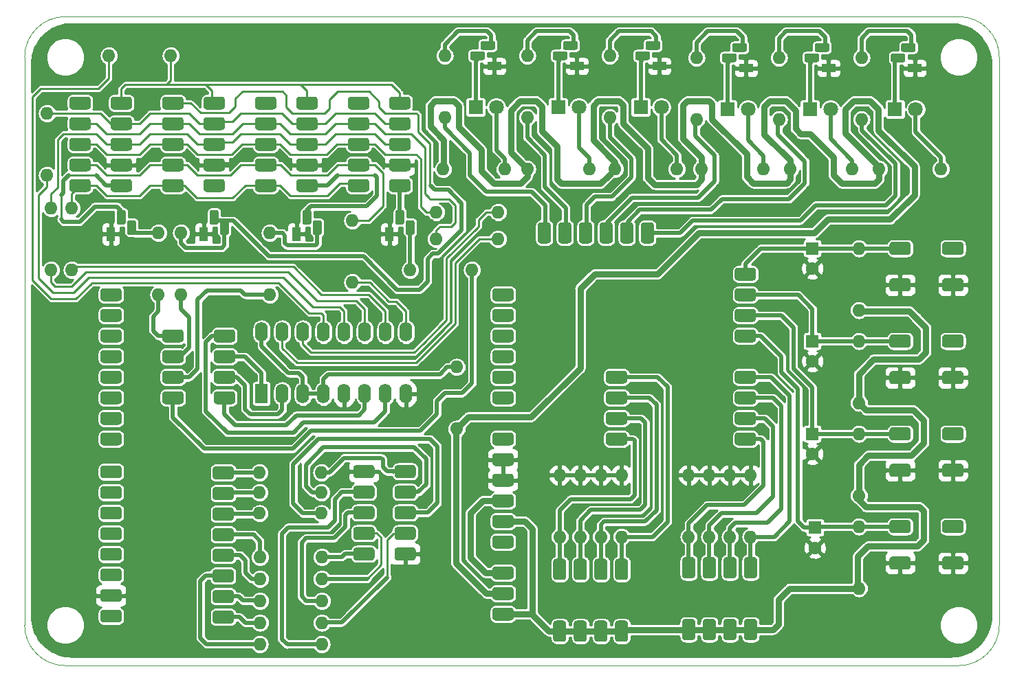
<source format=gbr>
G04 #@! TF.GenerationSoftware,KiCad,Pcbnew,(5.1.4)-1*
G04 #@! TF.CreationDate,2019-09-30T12:48:09+02:00*
G04 #@! TF.ProjectId,entrenador_v1,656e7472-656e-4616-946f-725f76312e6b,rev?*
G04 #@! TF.SameCoordinates,Original*
G04 #@! TF.FileFunction,Copper,L2,Bot*
G04 #@! TF.FilePolarity,Positive*
%FSLAX46Y46*%
G04 Gerber Fmt 4.6, Leading zero omitted, Abs format (unit mm)*
G04 Created by KiCad (PCBNEW (5.1.4)-1) date 2019-09-30 12:48:09*
%MOMM*%
%LPD*%
G04 APERTURE LIST*
%ADD10C,0.050000*%
%ADD11O,1.600000X1.600000*%
%ADD12C,0.100000*%
%ADD13C,1.600000*%
%ADD14R,1.600000X1.600000*%
%ADD15R,1.800000X1.100000*%
%ADD16C,1.100000*%
%ADD17C,1.800000*%
%ADD18R,1.800000X1.800000*%
%ADD19R,1.100000X1.800000*%
%ADD20R,1.600000X2.400000*%
%ADD21O,1.600000X2.400000*%
%ADD22C,0.254000*%
%ADD23C,0.508000*%
%ADD24C,0.250000*%
%ADD25C,0.762000*%
G04 APERTURE END LIST*
D10*
X77000000Y-122000000D02*
X77000000Y-52000000D01*
X192000000Y-127000000D02*
X82000000Y-127000000D01*
X197000000Y-52000000D02*
X197000000Y-122000000D01*
X82000000Y-47000000D02*
X192000000Y-47000000D01*
X82000000Y-127000000D02*
G75*
G02X77000000Y-122000000I0J5000000D01*
G01*
X77000000Y-52000000D02*
G75*
G02X82000000Y-47000000I5000000J0D01*
G01*
X192000000Y-47000000D02*
G75*
G02X197000000Y-52000000I0J-5000000D01*
G01*
X197000000Y-122000000D02*
G75*
G02X192000000Y-127000000I-5000000J0D01*
G01*
D11*
X130175000Y-97815400D03*
X130175000Y-90195400D03*
X82804000Y-70612000D03*
X82804000Y-78232000D03*
D12*
G36*
X136837207Y-114771926D02*
G01*
X136876036Y-114777686D01*
X136914114Y-114787224D01*
X136951073Y-114800448D01*
X136986559Y-114817231D01*
X137020228Y-114837412D01*
X137051757Y-114860796D01*
X137080843Y-114887157D01*
X137107204Y-114916243D01*
X137130588Y-114947772D01*
X137150769Y-114981441D01*
X137167552Y-115016927D01*
X137180776Y-115053886D01*
X137190314Y-115091964D01*
X137196074Y-115130793D01*
X137198000Y-115170000D01*
X137198000Y-115970000D01*
X137196074Y-116009207D01*
X137190314Y-116048036D01*
X137180776Y-116086114D01*
X137167552Y-116123073D01*
X137150769Y-116158559D01*
X137130588Y-116192228D01*
X137107204Y-116223757D01*
X137080843Y-116252843D01*
X137051757Y-116279204D01*
X137020228Y-116302588D01*
X136986559Y-116322769D01*
X136951073Y-116339552D01*
X136914114Y-116352776D01*
X136876036Y-116362314D01*
X136837207Y-116368074D01*
X136798000Y-116370000D01*
X134982000Y-116370000D01*
X134942793Y-116368074D01*
X134903964Y-116362314D01*
X134865886Y-116352776D01*
X134828927Y-116339552D01*
X134793441Y-116322769D01*
X134759772Y-116302588D01*
X134728243Y-116279204D01*
X134699157Y-116252843D01*
X134672796Y-116223757D01*
X134649412Y-116192228D01*
X134629231Y-116158559D01*
X134612448Y-116123073D01*
X134599224Y-116086114D01*
X134589686Y-116048036D01*
X134583926Y-116009207D01*
X134582000Y-115970000D01*
X134582000Y-115170000D01*
X134583926Y-115130793D01*
X134589686Y-115091964D01*
X134599224Y-115053886D01*
X134612448Y-115016927D01*
X134629231Y-114981441D01*
X134649412Y-114947772D01*
X134672796Y-114916243D01*
X134699157Y-114887157D01*
X134728243Y-114860796D01*
X134759772Y-114837412D01*
X134793441Y-114817231D01*
X134828927Y-114800448D01*
X134865886Y-114787224D01*
X134903964Y-114777686D01*
X134942793Y-114771926D01*
X134982000Y-114770000D01*
X136798000Y-114770000D01*
X136837207Y-114771926D01*
X136837207Y-114771926D01*
G37*
D13*
X135890000Y-115570000D03*
D12*
G36*
X136837207Y-117311926D02*
G01*
X136876036Y-117317686D01*
X136914114Y-117327224D01*
X136951073Y-117340448D01*
X136986559Y-117357231D01*
X137020228Y-117377412D01*
X137051757Y-117400796D01*
X137080843Y-117427157D01*
X137107204Y-117456243D01*
X137130588Y-117487772D01*
X137150769Y-117521441D01*
X137167552Y-117556927D01*
X137180776Y-117593886D01*
X137190314Y-117631964D01*
X137196074Y-117670793D01*
X137198000Y-117710000D01*
X137198000Y-118510000D01*
X137196074Y-118549207D01*
X137190314Y-118588036D01*
X137180776Y-118626114D01*
X137167552Y-118663073D01*
X137150769Y-118698559D01*
X137130588Y-118732228D01*
X137107204Y-118763757D01*
X137080843Y-118792843D01*
X137051757Y-118819204D01*
X137020228Y-118842588D01*
X136986559Y-118862769D01*
X136951073Y-118879552D01*
X136914114Y-118892776D01*
X136876036Y-118902314D01*
X136837207Y-118908074D01*
X136798000Y-118910000D01*
X134982000Y-118910000D01*
X134942793Y-118908074D01*
X134903964Y-118902314D01*
X134865886Y-118892776D01*
X134828927Y-118879552D01*
X134793441Y-118862769D01*
X134759772Y-118842588D01*
X134728243Y-118819204D01*
X134699157Y-118792843D01*
X134672796Y-118763757D01*
X134649412Y-118732228D01*
X134629231Y-118698559D01*
X134612448Y-118663073D01*
X134599224Y-118626114D01*
X134589686Y-118588036D01*
X134583926Y-118549207D01*
X134582000Y-118510000D01*
X134582000Y-117710000D01*
X134583926Y-117670793D01*
X134589686Y-117631964D01*
X134599224Y-117593886D01*
X134612448Y-117556927D01*
X134629231Y-117521441D01*
X134649412Y-117487772D01*
X134672796Y-117456243D01*
X134699157Y-117427157D01*
X134728243Y-117400796D01*
X134759772Y-117377412D01*
X134793441Y-117357231D01*
X134828927Y-117340448D01*
X134865886Y-117327224D01*
X134903964Y-117317686D01*
X134942793Y-117311926D01*
X134982000Y-117310000D01*
X136798000Y-117310000D01*
X136837207Y-117311926D01*
X136837207Y-117311926D01*
G37*
D13*
X135890000Y-118110000D03*
D12*
G36*
X136837207Y-119851926D02*
G01*
X136876036Y-119857686D01*
X136914114Y-119867224D01*
X136951073Y-119880448D01*
X136986559Y-119897231D01*
X137020228Y-119917412D01*
X137051757Y-119940796D01*
X137080843Y-119967157D01*
X137107204Y-119996243D01*
X137130588Y-120027772D01*
X137150769Y-120061441D01*
X137167552Y-120096927D01*
X137180776Y-120133886D01*
X137190314Y-120171964D01*
X137196074Y-120210793D01*
X137198000Y-120250000D01*
X137198000Y-121050000D01*
X137196074Y-121089207D01*
X137190314Y-121128036D01*
X137180776Y-121166114D01*
X137167552Y-121203073D01*
X137150769Y-121238559D01*
X137130588Y-121272228D01*
X137107204Y-121303757D01*
X137080843Y-121332843D01*
X137051757Y-121359204D01*
X137020228Y-121382588D01*
X136986559Y-121402769D01*
X136951073Y-121419552D01*
X136914114Y-121432776D01*
X136876036Y-121442314D01*
X136837207Y-121448074D01*
X136798000Y-121450000D01*
X134982000Y-121450000D01*
X134942793Y-121448074D01*
X134903964Y-121442314D01*
X134865886Y-121432776D01*
X134828927Y-121419552D01*
X134793441Y-121402769D01*
X134759772Y-121382588D01*
X134728243Y-121359204D01*
X134699157Y-121332843D01*
X134672796Y-121303757D01*
X134649412Y-121272228D01*
X134629231Y-121238559D01*
X134612448Y-121203073D01*
X134599224Y-121166114D01*
X134589686Y-121128036D01*
X134583926Y-121089207D01*
X134582000Y-121050000D01*
X134582000Y-120250000D01*
X134583926Y-120210793D01*
X134589686Y-120171964D01*
X134599224Y-120133886D01*
X134612448Y-120096927D01*
X134629231Y-120061441D01*
X134649412Y-120027772D01*
X134672796Y-119996243D01*
X134699157Y-119967157D01*
X134728243Y-119940796D01*
X134759772Y-119917412D01*
X134793441Y-119897231D01*
X134828927Y-119880448D01*
X134865886Y-119867224D01*
X134903964Y-119857686D01*
X134942793Y-119851926D01*
X134982000Y-119850000D01*
X136798000Y-119850000D01*
X136837207Y-119851926D01*
X136837207Y-119851926D01*
G37*
D13*
X135890000Y-120650000D03*
D11*
X127685800Y-71094600D03*
X135305800Y-71094600D03*
X127660400Y-74396600D03*
X135280400Y-74396600D03*
X117348000Y-72136000D03*
X117348000Y-79756000D03*
X80264000Y-70612000D03*
X80264000Y-78232000D03*
X79756000Y-58928000D03*
X79756000Y-66548000D03*
X94996000Y-51816000D03*
X87376000Y-51816000D03*
D12*
G36*
X96197207Y-93181926D02*
G01*
X96236036Y-93187686D01*
X96274114Y-93197224D01*
X96311073Y-93210448D01*
X96346559Y-93227231D01*
X96380228Y-93247412D01*
X96411757Y-93270796D01*
X96440843Y-93297157D01*
X96467204Y-93326243D01*
X96490588Y-93357772D01*
X96510769Y-93391441D01*
X96527552Y-93426927D01*
X96540776Y-93463886D01*
X96550314Y-93501964D01*
X96556074Y-93540793D01*
X96558000Y-93580000D01*
X96558000Y-94380000D01*
X96556074Y-94419207D01*
X96550314Y-94458036D01*
X96540776Y-94496114D01*
X96527552Y-94533073D01*
X96510769Y-94568559D01*
X96490588Y-94602228D01*
X96467204Y-94633757D01*
X96440843Y-94662843D01*
X96411757Y-94689204D01*
X96380228Y-94712588D01*
X96346559Y-94732769D01*
X96311073Y-94749552D01*
X96274114Y-94762776D01*
X96236036Y-94772314D01*
X96197207Y-94778074D01*
X96158000Y-94780000D01*
X94342000Y-94780000D01*
X94302793Y-94778074D01*
X94263964Y-94772314D01*
X94225886Y-94762776D01*
X94188927Y-94749552D01*
X94153441Y-94732769D01*
X94119772Y-94712588D01*
X94088243Y-94689204D01*
X94059157Y-94662843D01*
X94032796Y-94633757D01*
X94009412Y-94602228D01*
X93989231Y-94568559D01*
X93972448Y-94533073D01*
X93959224Y-94496114D01*
X93949686Y-94458036D01*
X93943926Y-94419207D01*
X93942000Y-94380000D01*
X93942000Y-93580000D01*
X93943926Y-93540793D01*
X93949686Y-93501964D01*
X93959224Y-93463886D01*
X93972448Y-93426927D01*
X93989231Y-93391441D01*
X94009412Y-93357772D01*
X94032796Y-93326243D01*
X94059157Y-93297157D01*
X94088243Y-93270796D01*
X94119772Y-93247412D01*
X94153441Y-93227231D01*
X94188927Y-93210448D01*
X94225886Y-93197224D01*
X94263964Y-93187686D01*
X94302793Y-93181926D01*
X94342000Y-93180000D01*
X96158000Y-93180000D01*
X96197207Y-93181926D01*
X96197207Y-93181926D01*
G37*
D13*
X95250000Y-93980000D03*
D12*
G36*
X96197207Y-90641926D02*
G01*
X96236036Y-90647686D01*
X96274114Y-90657224D01*
X96311073Y-90670448D01*
X96346559Y-90687231D01*
X96380228Y-90707412D01*
X96411757Y-90730796D01*
X96440843Y-90757157D01*
X96467204Y-90786243D01*
X96490588Y-90817772D01*
X96510769Y-90851441D01*
X96527552Y-90886927D01*
X96540776Y-90923886D01*
X96550314Y-90961964D01*
X96556074Y-91000793D01*
X96558000Y-91040000D01*
X96558000Y-91840000D01*
X96556074Y-91879207D01*
X96550314Y-91918036D01*
X96540776Y-91956114D01*
X96527552Y-91993073D01*
X96510769Y-92028559D01*
X96490588Y-92062228D01*
X96467204Y-92093757D01*
X96440843Y-92122843D01*
X96411757Y-92149204D01*
X96380228Y-92172588D01*
X96346559Y-92192769D01*
X96311073Y-92209552D01*
X96274114Y-92222776D01*
X96236036Y-92232314D01*
X96197207Y-92238074D01*
X96158000Y-92240000D01*
X94342000Y-92240000D01*
X94302793Y-92238074D01*
X94263964Y-92232314D01*
X94225886Y-92222776D01*
X94188927Y-92209552D01*
X94153441Y-92192769D01*
X94119772Y-92172588D01*
X94088243Y-92149204D01*
X94059157Y-92122843D01*
X94032796Y-92093757D01*
X94009412Y-92062228D01*
X93989231Y-92028559D01*
X93972448Y-91993073D01*
X93959224Y-91956114D01*
X93949686Y-91918036D01*
X93943926Y-91879207D01*
X93942000Y-91840000D01*
X93942000Y-91040000D01*
X93943926Y-91000793D01*
X93949686Y-90961964D01*
X93959224Y-90923886D01*
X93972448Y-90886927D01*
X93989231Y-90851441D01*
X94009412Y-90817772D01*
X94032796Y-90786243D01*
X94059157Y-90757157D01*
X94088243Y-90730796D01*
X94119772Y-90707412D01*
X94153441Y-90687231D01*
X94188927Y-90670448D01*
X94225886Y-90657224D01*
X94263964Y-90647686D01*
X94302793Y-90641926D01*
X94342000Y-90640000D01*
X96158000Y-90640000D01*
X96197207Y-90641926D01*
X96197207Y-90641926D01*
G37*
D13*
X95250000Y-91440000D03*
D12*
G36*
X96197207Y-88101926D02*
G01*
X96236036Y-88107686D01*
X96274114Y-88117224D01*
X96311073Y-88130448D01*
X96346559Y-88147231D01*
X96380228Y-88167412D01*
X96411757Y-88190796D01*
X96440843Y-88217157D01*
X96467204Y-88246243D01*
X96490588Y-88277772D01*
X96510769Y-88311441D01*
X96527552Y-88346927D01*
X96540776Y-88383886D01*
X96550314Y-88421964D01*
X96556074Y-88460793D01*
X96558000Y-88500000D01*
X96558000Y-89300000D01*
X96556074Y-89339207D01*
X96550314Y-89378036D01*
X96540776Y-89416114D01*
X96527552Y-89453073D01*
X96510769Y-89488559D01*
X96490588Y-89522228D01*
X96467204Y-89553757D01*
X96440843Y-89582843D01*
X96411757Y-89609204D01*
X96380228Y-89632588D01*
X96346559Y-89652769D01*
X96311073Y-89669552D01*
X96274114Y-89682776D01*
X96236036Y-89692314D01*
X96197207Y-89698074D01*
X96158000Y-89700000D01*
X94342000Y-89700000D01*
X94302793Y-89698074D01*
X94263964Y-89692314D01*
X94225886Y-89682776D01*
X94188927Y-89669552D01*
X94153441Y-89652769D01*
X94119772Y-89632588D01*
X94088243Y-89609204D01*
X94059157Y-89582843D01*
X94032796Y-89553757D01*
X94009412Y-89522228D01*
X93989231Y-89488559D01*
X93972448Y-89453073D01*
X93959224Y-89416114D01*
X93949686Y-89378036D01*
X93943926Y-89339207D01*
X93942000Y-89300000D01*
X93942000Y-88500000D01*
X93943926Y-88460793D01*
X93949686Y-88421964D01*
X93959224Y-88383886D01*
X93972448Y-88346927D01*
X93989231Y-88311441D01*
X94009412Y-88277772D01*
X94032796Y-88246243D01*
X94059157Y-88217157D01*
X94088243Y-88190796D01*
X94119772Y-88167412D01*
X94153441Y-88147231D01*
X94188927Y-88130448D01*
X94225886Y-88117224D01*
X94263964Y-88107686D01*
X94302793Y-88101926D01*
X94342000Y-88100000D01*
X96158000Y-88100000D01*
X96197207Y-88101926D01*
X96197207Y-88101926D01*
G37*
D13*
X95250000Y-88900000D03*
D12*
G36*
X96197207Y-85561926D02*
G01*
X96236036Y-85567686D01*
X96274114Y-85577224D01*
X96311073Y-85590448D01*
X96346559Y-85607231D01*
X96380228Y-85627412D01*
X96411757Y-85650796D01*
X96440843Y-85677157D01*
X96467204Y-85706243D01*
X96490588Y-85737772D01*
X96510769Y-85771441D01*
X96527552Y-85806927D01*
X96540776Y-85843886D01*
X96550314Y-85881964D01*
X96556074Y-85920793D01*
X96558000Y-85960000D01*
X96558000Y-86760000D01*
X96556074Y-86799207D01*
X96550314Y-86838036D01*
X96540776Y-86876114D01*
X96527552Y-86913073D01*
X96510769Y-86948559D01*
X96490588Y-86982228D01*
X96467204Y-87013757D01*
X96440843Y-87042843D01*
X96411757Y-87069204D01*
X96380228Y-87092588D01*
X96346559Y-87112769D01*
X96311073Y-87129552D01*
X96274114Y-87142776D01*
X96236036Y-87152314D01*
X96197207Y-87158074D01*
X96158000Y-87160000D01*
X94342000Y-87160000D01*
X94302793Y-87158074D01*
X94263964Y-87152314D01*
X94225886Y-87142776D01*
X94188927Y-87129552D01*
X94153441Y-87112769D01*
X94119772Y-87092588D01*
X94088243Y-87069204D01*
X94059157Y-87042843D01*
X94032796Y-87013757D01*
X94009412Y-86982228D01*
X93989231Y-86948559D01*
X93972448Y-86913073D01*
X93959224Y-86876114D01*
X93949686Y-86838036D01*
X93943926Y-86799207D01*
X93942000Y-86760000D01*
X93942000Y-85960000D01*
X93943926Y-85920793D01*
X93949686Y-85881964D01*
X93959224Y-85843886D01*
X93972448Y-85806927D01*
X93989231Y-85771441D01*
X94009412Y-85737772D01*
X94032796Y-85706243D01*
X94059157Y-85677157D01*
X94088243Y-85650796D01*
X94119772Y-85627412D01*
X94153441Y-85607231D01*
X94188927Y-85590448D01*
X94225886Y-85577224D01*
X94263964Y-85567686D01*
X94302793Y-85561926D01*
X94342000Y-85560000D01*
X96158000Y-85560000D01*
X96197207Y-85561926D01*
X96197207Y-85561926D01*
G37*
D13*
X95250000Y-86360000D03*
D12*
G36*
X88577207Y-83021926D02*
G01*
X88616036Y-83027686D01*
X88654114Y-83037224D01*
X88691073Y-83050448D01*
X88726559Y-83067231D01*
X88760228Y-83087412D01*
X88791757Y-83110796D01*
X88820843Y-83137157D01*
X88847204Y-83166243D01*
X88870588Y-83197772D01*
X88890769Y-83231441D01*
X88907552Y-83266927D01*
X88920776Y-83303886D01*
X88930314Y-83341964D01*
X88936074Y-83380793D01*
X88938000Y-83420000D01*
X88938000Y-84220000D01*
X88936074Y-84259207D01*
X88930314Y-84298036D01*
X88920776Y-84336114D01*
X88907552Y-84373073D01*
X88890769Y-84408559D01*
X88870588Y-84442228D01*
X88847204Y-84473757D01*
X88820843Y-84502843D01*
X88791757Y-84529204D01*
X88760228Y-84552588D01*
X88726559Y-84572769D01*
X88691073Y-84589552D01*
X88654114Y-84602776D01*
X88616036Y-84612314D01*
X88577207Y-84618074D01*
X88538000Y-84620000D01*
X86722000Y-84620000D01*
X86682793Y-84618074D01*
X86643964Y-84612314D01*
X86605886Y-84602776D01*
X86568927Y-84589552D01*
X86533441Y-84572769D01*
X86499772Y-84552588D01*
X86468243Y-84529204D01*
X86439157Y-84502843D01*
X86412796Y-84473757D01*
X86389412Y-84442228D01*
X86369231Y-84408559D01*
X86352448Y-84373073D01*
X86339224Y-84336114D01*
X86329686Y-84298036D01*
X86323926Y-84259207D01*
X86322000Y-84220000D01*
X86322000Y-83420000D01*
X86323926Y-83380793D01*
X86329686Y-83341964D01*
X86339224Y-83303886D01*
X86352448Y-83266927D01*
X86369231Y-83231441D01*
X86389412Y-83197772D01*
X86412796Y-83166243D01*
X86439157Y-83137157D01*
X86468243Y-83110796D01*
X86499772Y-83087412D01*
X86533441Y-83067231D01*
X86568927Y-83050448D01*
X86605886Y-83037224D01*
X86643964Y-83027686D01*
X86682793Y-83021926D01*
X86722000Y-83020000D01*
X88538000Y-83020000D01*
X88577207Y-83021926D01*
X88577207Y-83021926D01*
G37*
D13*
X87630000Y-83820000D03*
D12*
G36*
X88577207Y-80481926D02*
G01*
X88616036Y-80487686D01*
X88654114Y-80497224D01*
X88691073Y-80510448D01*
X88726559Y-80527231D01*
X88760228Y-80547412D01*
X88791757Y-80570796D01*
X88820843Y-80597157D01*
X88847204Y-80626243D01*
X88870588Y-80657772D01*
X88890769Y-80691441D01*
X88907552Y-80726927D01*
X88920776Y-80763886D01*
X88930314Y-80801964D01*
X88936074Y-80840793D01*
X88938000Y-80880000D01*
X88938000Y-81680000D01*
X88936074Y-81719207D01*
X88930314Y-81758036D01*
X88920776Y-81796114D01*
X88907552Y-81833073D01*
X88890769Y-81868559D01*
X88870588Y-81902228D01*
X88847204Y-81933757D01*
X88820843Y-81962843D01*
X88791757Y-81989204D01*
X88760228Y-82012588D01*
X88726559Y-82032769D01*
X88691073Y-82049552D01*
X88654114Y-82062776D01*
X88616036Y-82072314D01*
X88577207Y-82078074D01*
X88538000Y-82080000D01*
X86722000Y-82080000D01*
X86682793Y-82078074D01*
X86643964Y-82072314D01*
X86605886Y-82062776D01*
X86568927Y-82049552D01*
X86533441Y-82032769D01*
X86499772Y-82012588D01*
X86468243Y-81989204D01*
X86439157Y-81962843D01*
X86412796Y-81933757D01*
X86389412Y-81902228D01*
X86369231Y-81868559D01*
X86352448Y-81833073D01*
X86339224Y-81796114D01*
X86329686Y-81758036D01*
X86323926Y-81719207D01*
X86322000Y-81680000D01*
X86322000Y-80880000D01*
X86323926Y-80840793D01*
X86329686Y-80801964D01*
X86339224Y-80763886D01*
X86352448Y-80726927D01*
X86369231Y-80691441D01*
X86389412Y-80657772D01*
X86412796Y-80626243D01*
X86439157Y-80597157D01*
X86468243Y-80570796D01*
X86499772Y-80547412D01*
X86533441Y-80527231D01*
X86568927Y-80510448D01*
X86605886Y-80497224D01*
X86643964Y-80487686D01*
X86682793Y-80481926D01*
X86722000Y-80480000D01*
X88538000Y-80480000D01*
X88577207Y-80481926D01*
X88577207Y-80481926D01*
G37*
D13*
X87630000Y-81280000D03*
D12*
G36*
X88577207Y-120101926D02*
G01*
X88616036Y-120107686D01*
X88654114Y-120117224D01*
X88691073Y-120130448D01*
X88726559Y-120147231D01*
X88760228Y-120167412D01*
X88791757Y-120190796D01*
X88820843Y-120217157D01*
X88847204Y-120246243D01*
X88870588Y-120277772D01*
X88890769Y-120311441D01*
X88907552Y-120346927D01*
X88920776Y-120383886D01*
X88930314Y-120421964D01*
X88936074Y-120460793D01*
X88938000Y-120500000D01*
X88938000Y-121300000D01*
X88936074Y-121339207D01*
X88930314Y-121378036D01*
X88920776Y-121416114D01*
X88907552Y-121453073D01*
X88890769Y-121488559D01*
X88870588Y-121522228D01*
X88847204Y-121553757D01*
X88820843Y-121582843D01*
X88791757Y-121609204D01*
X88760228Y-121632588D01*
X88726559Y-121652769D01*
X88691073Y-121669552D01*
X88654114Y-121682776D01*
X88616036Y-121692314D01*
X88577207Y-121698074D01*
X88538000Y-121700000D01*
X86722000Y-121700000D01*
X86682793Y-121698074D01*
X86643964Y-121692314D01*
X86605886Y-121682776D01*
X86568927Y-121669552D01*
X86533441Y-121652769D01*
X86499772Y-121632588D01*
X86468243Y-121609204D01*
X86439157Y-121582843D01*
X86412796Y-121553757D01*
X86389412Y-121522228D01*
X86369231Y-121488559D01*
X86352448Y-121453073D01*
X86339224Y-121416114D01*
X86329686Y-121378036D01*
X86323926Y-121339207D01*
X86322000Y-121300000D01*
X86322000Y-120500000D01*
X86323926Y-120460793D01*
X86329686Y-120421964D01*
X86339224Y-120383886D01*
X86352448Y-120346927D01*
X86369231Y-120311441D01*
X86389412Y-120277772D01*
X86412796Y-120246243D01*
X86439157Y-120217157D01*
X86468243Y-120190796D01*
X86499772Y-120167412D01*
X86533441Y-120147231D01*
X86568927Y-120130448D01*
X86605886Y-120117224D01*
X86643964Y-120107686D01*
X86682793Y-120101926D01*
X86722000Y-120100000D01*
X88538000Y-120100000D01*
X88577207Y-120101926D01*
X88577207Y-120101926D01*
G37*
D13*
X87630000Y-120900000D03*
D12*
G36*
X136837207Y-80481926D02*
G01*
X136876036Y-80487686D01*
X136914114Y-80497224D01*
X136951073Y-80510448D01*
X136986559Y-80527231D01*
X137020228Y-80547412D01*
X137051757Y-80570796D01*
X137080843Y-80597157D01*
X137107204Y-80626243D01*
X137130588Y-80657772D01*
X137150769Y-80691441D01*
X137167552Y-80726927D01*
X137180776Y-80763886D01*
X137190314Y-80801964D01*
X137196074Y-80840793D01*
X137198000Y-80880000D01*
X137198000Y-81680000D01*
X137196074Y-81719207D01*
X137190314Y-81758036D01*
X137180776Y-81796114D01*
X137167552Y-81833073D01*
X137150769Y-81868559D01*
X137130588Y-81902228D01*
X137107204Y-81933757D01*
X137080843Y-81962843D01*
X137051757Y-81989204D01*
X137020228Y-82012588D01*
X136986559Y-82032769D01*
X136951073Y-82049552D01*
X136914114Y-82062776D01*
X136876036Y-82072314D01*
X136837207Y-82078074D01*
X136798000Y-82080000D01*
X134982000Y-82080000D01*
X134942793Y-82078074D01*
X134903964Y-82072314D01*
X134865886Y-82062776D01*
X134828927Y-82049552D01*
X134793441Y-82032769D01*
X134759772Y-82012588D01*
X134728243Y-81989204D01*
X134699157Y-81962843D01*
X134672796Y-81933757D01*
X134649412Y-81902228D01*
X134629231Y-81868559D01*
X134612448Y-81833073D01*
X134599224Y-81796114D01*
X134589686Y-81758036D01*
X134583926Y-81719207D01*
X134582000Y-81680000D01*
X134582000Y-80880000D01*
X134583926Y-80840793D01*
X134589686Y-80801964D01*
X134599224Y-80763886D01*
X134612448Y-80726927D01*
X134629231Y-80691441D01*
X134649412Y-80657772D01*
X134672796Y-80626243D01*
X134699157Y-80597157D01*
X134728243Y-80570796D01*
X134759772Y-80547412D01*
X134793441Y-80527231D01*
X134828927Y-80510448D01*
X134865886Y-80497224D01*
X134903964Y-80487686D01*
X134942793Y-80481926D01*
X134982000Y-80480000D01*
X136798000Y-80480000D01*
X136837207Y-80481926D01*
X136837207Y-80481926D01*
G37*
D13*
X135890000Y-81280000D03*
D12*
G36*
X88577207Y-117561926D02*
G01*
X88616036Y-117567686D01*
X88654114Y-117577224D01*
X88691073Y-117590448D01*
X88726559Y-117607231D01*
X88760228Y-117627412D01*
X88791757Y-117650796D01*
X88820843Y-117677157D01*
X88847204Y-117706243D01*
X88870588Y-117737772D01*
X88890769Y-117771441D01*
X88907552Y-117806927D01*
X88920776Y-117843886D01*
X88930314Y-117881964D01*
X88936074Y-117920793D01*
X88938000Y-117960000D01*
X88938000Y-118760000D01*
X88936074Y-118799207D01*
X88930314Y-118838036D01*
X88920776Y-118876114D01*
X88907552Y-118913073D01*
X88890769Y-118948559D01*
X88870588Y-118982228D01*
X88847204Y-119013757D01*
X88820843Y-119042843D01*
X88791757Y-119069204D01*
X88760228Y-119092588D01*
X88726559Y-119112769D01*
X88691073Y-119129552D01*
X88654114Y-119142776D01*
X88616036Y-119152314D01*
X88577207Y-119158074D01*
X88538000Y-119160000D01*
X86722000Y-119160000D01*
X86682793Y-119158074D01*
X86643964Y-119152314D01*
X86605886Y-119142776D01*
X86568927Y-119129552D01*
X86533441Y-119112769D01*
X86499772Y-119092588D01*
X86468243Y-119069204D01*
X86439157Y-119042843D01*
X86412796Y-119013757D01*
X86389412Y-118982228D01*
X86369231Y-118948559D01*
X86352448Y-118913073D01*
X86339224Y-118876114D01*
X86329686Y-118838036D01*
X86323926Y-118799207D01*
X86322000Y-118760000D01*
X86322000Y-117960000D01*
X86323926Y-117920793D01*
X86329686Y-117881964D01*
X86339224Y-117843886D01*
X86352448Y-117806927D01*
X86369231Y-117771441D01*
X86389412Y-117737772D01*
X86412796Y-117706243D01*
X86439157Y-117677157D01*
X86468243Y-117650796D01*
X86499772Y-117627412D01*
X86533441Y-117607231D01*
X86568927Y-117590448D01*
X86605886Y-117577224D01*
X86643964Y-117567686D01*
X86682793Y-117561926D01*
X86722000Y-117560000D01*
X88538000Y-117560000D01*
X88577207Y-117561926D01*
X88577207Y-117561926D01*
G37*
D13*
X87630000Y-118360000D03*
D12*
G36*
X136837207Y-83021926D02*
G01*
X136876036Y-83027686D01*
X136914114Y-83037224D01*
X136951073Y-83050448D01*
X136986559Y-83067231D01*
X137020228Y-83087412D01*
X137051757Y-83110796D01*
X137080843Y-83137157D01*
X137107204Y-83166243D01*
X137130588Y-83197772D01*
X137150769Y-83231441D01*
X137167552Y-83266927D01*
X137180776Y-83303886D01*
X137190314Y-83341964D01*
X137196074Y-83380793D01*
X137198000Y-83420000D01*
X137198000Y-84220000D01*
X137196074Y-84259207D01*
X137190314Y-84298036D01*
X137180776Y-84336114D01*
X137167552Y-84373073D01*
X137150769Y-84408559D01*
X137130588Y-84442228D01*
X137107204Y-84473757D01*
X137080843Y-84502843D01*
X137051757Y-84529204D01*
X137020228Y-84552588D01*
X136986559Y-84572769D01*
X136951073Y-84589552D01*
X136914114Y-84602776D01*
X136876036Y-84612314D01*
X136837207Y-84618074D01*
X136798000Y-84620000D01*
X134982000Y-84620000D01*
X134942793Y-84618074D01*
X134903964Y-84612314D01*
X134865886Y-84602776D01*
X134828927Y-84589552D01*
X134793441Y-84572769D01*
X134759772Y-84552588D01*
X134728243Y-84529204D01*
X134699157Y-84502843D01*
X134672796Y-84473757D01*
X134649412Y-84442228D01*
X134629231Y-84408559D01*
X134612448Y-84373073D01*
X134599224Y-84336114D01*
X134589686Y-84298036D01*
X134583926Y-84259207D01*
X134582000Y-84220000D01*
X134582000Y-83420000D01*
X134583926Y-83380793D01*
X134589686Y-83341964D01*
X134599224Y-83303886D01*
X134612448Y-83266927D01*
X134629231Y-83231441D01*
X134649412Y-83197772D01*
X134672796Y-83166243D01*
X134699157Y-83137157D01*
X134728243Y-83110796D01*
X134759772Y-83087412D01*
X134793441Y-83067231D01*
X134828927Y-83050448D01*
X134865886Y-83037224D01*
X134903964Y-83027686D01*
X134942793Y-83021926D01*
X134982000Y-83020000D01*
X136798000Y-83020000D01*
X136837207Y-83021926D01*
X136837207Y-83021926D01*
G37*
D13*
X135890000Y-83820000D03*
D12*
G36*
X88577207Y-115021926D02*
G01*
X88616036Y-115027686D01*
X88654114Y-115037224D01*
X88691073Y-115050448D01*
X88726559Y-115067231D01*
X88760228Y-115087412D01*
X88791757Y-115110796D01*
X88820843Y-115137157D01*
X88847204Y-115166243D01*
X88870588Y-115197772D01*
X88890769Y-115231441D01*
X88907552Y-115266927D01*
X88920776Y-115303886D01*
X88930314Y-115341964D01*
X88936074Y-115380793D01*
X88938000Y-115420000D01*
X88938000Y-116220000D01*
X88936074Y-116259207D01*
X88930314Y-116298036D01*
X88920776Y-116336114D01*
X88907552Y-116373073D01*
X88890769Y-116408559D01*
X88870588Y-116442228D01*
X88847204Y-116473757D01*
X88820843Y-116502843D01*
X88791757Y-116529204D01*
X88760228Y-116552588D01*
X88726559Y-116572769D01*
X88691073Y-116589552D01*
X88654114Y-116602776D01*
X88616036Y-116612314D01*
X88577207Y-116618074D01*
X88538000Y-116620000D01*
X86722000Y-116620000D01*
X86682793Y-116618074D01*
X86643964Y-116612314D01*
X86605886Y-116602776D01*
X86568927Y-116589552D01*
X86533441Y-116572769D01*
X86499772Y-116552588D01*
X86468243Y-116529204D01*
X86439157Y-116502843D01*
X86412796Y-116473757D01*
X86389412Y-116442228D01*
X86369231Y-116408559D01*
X86352448Y-116373073D01*
X86339224Y-116336114D01*
X86329686Y-116298036D01*
X86323926Y-116259207D01*
X86322000Y-116220000D01*
X86322000Y-115420000D01*
X86323926Y-115380793D01*
X86329686Y-115341964D01*
X86339224Y-115303886D01*
X86352448Y-115266927D01*
X86369231Y-115231441D01*
X86389412Y-115197772D01*
X86412796Y-115166243D01*
X86439157Y-115137157D01*
X86468243Y-115110796D01*
X86499772Y-115087412D01*
X86533441Y-115067231D01*
X86568927Y-115050448D01*
X86605886Y-115037224D01*
X86643964Y-115027686D01*
X86682793Y-115021926D01*
X86722000Y-115020000D01*
X88538000Y-115020000D01*
X88577207Y-115021926D01*
X88577207Y-115021926D01*
G37*
D13*
X87630000Y-115820000D03*
D12*
G36*
X136837207Y-85561926D02*
G01*
X136876036Y-85567686D01*
X136914114Y-85577224D01*
X136951073Y-85590448D01*
X136986559Y-85607231D01*
X137020228Y-85627412D01*
X137051757Y-85650796D01*
X137080843Y-85677157D01*
X137107204Y-85706243D01*
X137130588Y-85737772D01*
X137150769Y-85771441D01*
X137167552Y-85806927D01*
X137180776Y-85843886D01*
X137190314Y-85881964D01*
X137196074Y-85920793D01*
X137198000Y-85960000D01*
X137198000Y-86760000D01*
X137196074Y-86799207D01*
X137190314Y-86838036D01*
X137180776Y-86876114D01*
X137167552Y-86913073D01*
X137150769Y-86948559D01*
X137130588Y-86982228D01*
X137107204Y-87013757D01*
X137080843Y-87042843D01*
X137051757Y-87069204D01*
X137020228Y-87092588D01*
X136986559Y-87112769D01*
X136951073Y-87129552D01*
X136914114Y-87142776D01*
X136876036Y-87152314D01*
X136837207Y-87158074D01*
X136798000Y-87160000D01*
X134982000Y-87160000D01*
X134942793Y-87158074D01*
X134903964Y-87152314D01*
X134865886Y-87142776D01*
X134828927Y-87129552D01*
X134793441Y-87112769D01*
X134759772Y-87092588D01*
X134728243Y-87069204D01*
X134699157Y-87042843D01*
X134672796Y-87013757D01*
X134649412Y-86982228D01*
X134629231Y-86948559D01*
X134612448Y-86913073D01*
X134599224Y-86876114D01*
X134589686Y-86838036D01*
X134583926Y-86799207D01*
X134582000Y-86760000D01*
X134582000Y-85960000D01*
X134583926Y-85920793D01*
X134589686Y-85881964D01*
X134599224Y-85843886D01*
X134612448Y-85806927D01*
X134629231Y-85771441D01*
X134649412Y-85737772D01*
X134672796Y-85706243D01*
X134699157Y-85677157D01*
X134728243Y-85650796D01*
X134759772Y-85627412D01*
X134793441Y-85607231D01*
X134828927Y-85590448D01*
X134865886Y-85577224D01*
X134903964Y-85567686D01*
X134942793Y-85561926D01*
X134982000Y-85560000D01*
X136798000Y-85560000D01*
X136837207Y-85561926D01*
X136837207Y-85561926D01*
G37*
D13*
X135890000Y-86360000D03*
D12*
G36*
X88577207Y-112481926D02*
G01*
X88616036Y-112487686D01*
X88654114Y-112497224D01*
X88691073Y-112510448D01*
X88726559Y-112527231D01*
X88760228Y-112547412D01*
X88791757Y-112570796D01*
X88820843Y-112597157D01*
X88847204Y-112626243D01*
X88870588Y-112657772D01*
X88890769Y-112691441D01*
X88907552Y-112726927D01*
X88920776Y-112763886D01*
X88930314Y-112801964D01*
X88936074Y-112840793D01*
X88938000Y-112880000D01*
X88938000Y-113680000D01*
X88936074Y-113719207D01*
X88930314Y-113758036D01*
X88920776Y-113796114D01*
X88907552Y-113833073D01*
X88890769Y-113868559D01*
X88870588Y-113902228D01*
X88847204Y-113933757D01*
X88820843Y-113962843D01*
X88791757Y-113989204D01*
X88760228Y-114012588D01*
X88726559Y-114032769D01*
X88691073Y-114049552D01*
X88654114Y-114062776D01*
X88616036Y-114072314D01*
X88577207Y-114078074D01*
X88538000Y-114080000D01*
X86722000Y-114080000D01*
X86682793Y-114078074D01*
X86643964Y-114072314D01*
X86605886Y-114062776D01*
X86568927Y-114049552D01*
X86533441Y-114032769D01*
X86499772Y-114012588D01*
X86468243Y-113989204D01*
X86439157Y-113962843D01*
X86412796Y-113933757D01*
X86389412Y-113902228D01*
X86369231Y-113868559D01*
X86352448Y-113833073D01*
X86339224Y-113796114D01*
X86329686Y-113758036D01*
X86323926Y-113719207D01*
X86322000Y-113680000D01*
X86322000Y-112880000D01*
X86323926Y-112840793D01*
X86329686Y-112801964D01*
X86339224Y-112763886D01*
X86352448Y-112726927D01*
X86369231Y-112691441D01*
X86389412Y-112657772D01*
X86412796Y-112626243D01*
X86439157Y-112597157D01*
X86468243Y-112570796D01*
X86499772Y-112547412D01*
X86533441Y-112527231D01*
X86568927Y-112510448D01*
X86605886Y-112497224D01*
X86643964Y-112487686D01*
X86682793Y-112481926D01*
X86722000Y-112480000D01*
X88538000Y-112480000D01*
X88577207Y-112481926D01*
X88577207Y-112481926D01*
G37*
D13*
X87630000Y-113280000D03*
D12*
G36*
X136837207Y-88101926D02*
G01*
X136876036Y-88107686D01*
X136914114Y-88117224D01*
X136951073Y-88130448D01*
X136986559Y-88147231D01*
X137020228Y-88167412D01*
X137051757Y-88190796D01*
X137080843Y-88217157D01*
X137107204Y-88246243D01*
X137130588Y-88277772D01*
X137150769Y-88311441D01*
X137167552Y-88346927D01*
X137180776Y-88383886D01*
X137190314Y-88421964D01*
X137196074Y-88460793D01*
X137198000Y-88500000D01*
X137198000Y-89300000D01*
X137196074Y-89339207D01*
X137190314Y-89378036D01*
X137180776Y-89416114D01*
X137167552Y-89453073D01*
X137150769Y-89488559D01*
X137130588Y-89522228D01*
X137107204Y-89553757D01*
X137080843Y-89582843D01*
X137051757Y-89609204D01*
X137020228Y-89632588D01*
X136986559Y-89652769D01*
X136951073Y-89669552D01*
X136914114Y-89682776D01*
X136876036Y-89692314D01*
X136837207Y-89698074D01*
X136798000Y-89700000D01*
X134982000Y-89700000D01*
X134942793Y-89698074D01*
X134903964Y-89692314D01*
X134865886Y-89682776D01*
X134828927Y-89669552D01*
X134793441Y-89652769D01*
X134759772Y-89632588D01*
X134728243Y-89609204D01*
X134699157Y-89582843D01*
X134672796Y-89553757D01*
X134649412Y-89522228D01*
X134629231Y-89488559D01*
X134612448Y-89453073D01*
X134599224Y-89416114D01*
X134589686Y-89378036D01*
X134583926Y-89339207D01*
X134582000Y-89300000D01*
X134582000Y-88500000D01*
X134583926Y-88460793D01*
X134589686Y-88421964D01*
X134599224Y-88383886D01*
X134612448Y-88346927D01*
X134629231Y-88311441D01*
X134649412Y-88277772D01*
X134672796Y-88246243D01*
X134699157Y-88217157D01*
X134728243Y-88190796D01*
X134759772Y-88167412D01*
X134793441Y-88147231D01*
X134828927Y-88130448D01*
X134865886Y-88117224D01*
X134903964Y-88107686D01*
X134942793Y-88101926D01*
X134982000Y-88100000D01*
X136798000Y-88100000D01*
X136837207Y-88101926D01*
X136837207Y-88101926D01*
G37*
D13*
X135890000Y-88900000D03*
D12*
G36*
X88577207Y-109941926D02*
G01*
X88616036Y-109947686D01*
X88654114Y-109957224D01*
X88691073Y-109970448D01*
X88726559Y-109987231D01*
X88760228Y-110007412D01*
X88791757Y-110030796D01*
X88820843Y-110057157D01*
X88847204Y-110086243D01*
X88870588Y-110117772D01*
X88890769Y-110151441D01*
X88907552Y-110186927D01*
X88920776Y-110223886D01*
X88930314Y-110261964D01*
X88936074Y-110300793D01*
X88938000Y-110340000D01*
X88938000Y-111140000D01*
X88936074Y-111179207D01*
X88930314Y-111218036D01*
X88920776Y-111256114D01*
X88907552Y-111293073D01*
X88890769Y-111328559D01*
X88870588Y-111362228D01*
X88847204Y-111393757D01*
X88820843Y-111422843D01*
X88791757Y-111449204D01*
X88760228Y-111472588D01*
X88726559Y-111492769D01*
X88691073Y-111509552D01*
X88654114Y-111522776D01*
X88616036Y-111532314D01*
X88577207Y-111538074D01*
X88538000Y-111540000D01*
X86722000Y-111540000D01*
X86682793Y-111538074D01*
X86643964Y-111532314D01*
X86605886Y-111522776D01*
X86568927Y-111509552D01*
X86533441Y-111492769D01*
X86499772Y-111472588D01*
X86468243Y-111449204D01*
X86439157Y-111422843D01*
X86412796Y-111393757D01*
X86389412Y-111362228D01*
X86369231Y-111328559D01*
X86352448Y-111293073D01*
X86339224Y-111256114D01*
X86329686Y-111218036D01*
X86323926Y-111179207D01*
X86322000Y-111140000D01*
X86322000Y-110340000D01*
X86323926Y-110300793D01*
X86329686Y-110261964D01*
X86339224Y-110223886D01*
X86352448Y-110186927D01*
X86369231Y-110151441D01*
X86389412Y-110117772D01*
X86412796Y-110086243D01*
X86439157Y-110057157D01*
X86468243Y-110030796D01*
X86499772Y-110007412D01*
X86533441Y-109987231D01*
X86568927Y-109970448D01*
X86605886Y-109957224D01*
X86643964Y-109947686D01*
X86682793Y-109941926D01*
X86722000Y-109940000D01*
X88538000Y-109940000D01*
X88577207Y-109941926D01*
X88577207Y-109941926D01*
G37*
D13*
X87630000Y-110740000D03*
D12*
G36*
X136837207Y-90641926D02*
G01*
X136876036Y-90647686D01*
X136914114Y-90657224D01*
X136951073Y-90670448D01*
X136986559Y-90687231D01*
X137020228Y-90707412D01*
X137051757Y-90730796D01*
X137080843Y-90757157D01*
X137107204Y-90786243D01*
X137130588Y-90817772D01*
X137150769Y-90851441D01*
X137167552Y-90886927D01*
X137180776Y-90923886D01*
X137190314Y-90961964D01*
X137196074Y-91000793D01*
X137198000Y-91040000D01*
X137198000Y-91840000D01*
X137196074Y-91879207D01*
X137190314Y-91918036D01*
X137180776Y-91956114D01*
X137167552Y-91993073D01*
X137150769Y-92028559D01*
X137130588Y-92062228D01*
X137107204Y-92093757D01*
X137080843Y-92122843D01*
X137051757Y-92149204D01*
X137020228Y-92172588D01*
X136986559Y-92192769D01*
X136951073Y-92209552D01*
X136914114Y-92222776D01*
X136876036Y-92232314D01*
X136837207Y-92238074D01*
X136798000Y-92240000D01*
X134982000Y-92240000D01*
X134942793Y-92238074D01*
X134903964Y-92232314D01*
X134865886Y-92222776D01*
X134828927Y-92209552D01*
X134793441Y-92192769D01*
X134759772Y-92172588D01*
X134728243Y-92149204D01*
X134699157Y-92122843D01*
X134672796Y-92093757D01*
X134649412Y-92062228D01*
X134629231Y-92028559D01*
X134612448Y-91993073D01*
X134599224Y-91956114D01*
X134589686Y-91918036D01*
X134583926Y-91879207D01*
X134582000Y-91840000D01*
X134582000Y-91040000D01*
X134583926Y-91000793D01*
X134589686Y-90961964D01*
X134599224Y-90923886D01*
X134612448Y-90886927D01*
X134629231Y-90851441D01*
X134649412Y-90817772D01*
X134672796Y-90786243D01*
X134699157Y-90757157D01*
X134728243Y-90730796D01*
X134759772Y-90707412D01*
X134793441Y-90687231D01*
X134828927Y-90670448D01*
X134865886Y-90657224D01*
X134903964Y-90647686D01*
X134942793Y-90641926D01*
X134982000Y-90640000D01*
X136798000Y-90640000D01*
X136837207Y-90641926D01*
X136837207Y-90641926D01*
G37*
D13*
X135890000Y-91440000D03*
D12*
G36*
X88577207Y-107401926D02*
G01*
X88616036Y-107407686D01*
X88654114Y-107417224D01*
X88691073Y-107430448D01*
X88726559Y-107447231D01*
X88760228Y-107467412D01*
X88791757Y-107490796D01*
X88820843Y-107517157D01*
X88847204Y-107546243D01*
X88870588Y-107577772D01*
X88890769Y-107611441D01*
X88907552Y-107646927D01*
X88920776Y-107683886D01*
X88930314Y-107721964D01*
X88936074Y-107760793D01*
X88938000Y-107800000D01*
X88938000Y-108600000D01*
X88936074Y-108639207D01*
X88930314Y-108678036D01*
X88920776Y-108716114D01*
X88907552Y-108753073D01*
X88890769Y-108788559D01*
X88870588Y-108822228D01*
X88847204Y-108853757D01*
X88820843Y-108882843D01*
X88791757Y-108909204D01*
X88760228Y-108932588D01*
X88726559Y-108952769D01*
X88691073Y-108969552D01*
X88654114Y-108982776D01*
X88616036Y-108992314D01*
X88577207Y-108998074D01*
X88538000Y-109000000D01*
X86722000Y-109000000D01*
X86682793Y-108998074D01*
X86643964Y-108992314D01*
X86605886Y-108982776D01*
X86568927Y-108969552D01*
X86533441Y-108952769D01*
X86499772Y-108932588D01*
X86468243Y-108909204D01*
X86439157Y-108882843D01*
X86412796Y-108853757D01*
X86389412Y-108822228D01*
X86369231Y-108788559D01*
X86352448Y-108753073D01*
X86339224Y-108716114D01*
X86329686Y-108678036D01*
X86323926Y-108639207D01*
X86322000Y-108600000D01*
X86322000Y-107800000D01*
X86323926Y-107760793D01*
X86329686Y-107721964D01*
X86339224Y-107683886D01*
X86352448Y-107646927D01*
X86369231Y-107611441D01*
X86389412Y-107577772D01*
X86412796Y-107546243D01*
X86439157Y-107517157D01*
X86468243Y-107490796D01*
X86499772Y-107467412D01*
X86533441Y-107447231D01*
X86568927Y-107430448D01*
X86605886Y-107417224D01*
X86643964Y-107407686D01*
X86682793Y-107401926D01*
X86722000Y-107400000D01*
X88538000Y-107400000D01*
X88577207Y-107401926D01*
X88577207Y-107401926D01*
G37*
D13*
X87630000Y-108200000D03*
D12*
G36*
X136837207Y-93181926D02*
G01*
X136876036Y-93187686D01*
X136914114Y-93197224D01*
X136951073Y-93210448D01*
X136986559Y-93227231D01*
X137020228Y-93247412D01*
X137051757Y-93270796D01*
X137080843Y-93297157D01*
X137107204Y-93326243D01*
X137130588Y-93357772D01*
X137150769Y-93391441D01*
X137167552Y-93426927D01*
X137180776Y-93463886D01*
X137190314Y-93501964D01*
X137196074Y-93540793D01*
X137198000Y-93580000D01*
X137198000Y-94380000D01*
X137196074Y-94419207D01*
X137190314Y-94458036D01*
X137180776Y-94496114D01*
X137167552Y-94533073D01*
X137150769Y-94568559D01*
X137130588Y-94602228D01*
X137107204Y-94633757D01*
X137080843Y-94662843D01*
X137051757Y-94689204D01*
X137020228Y-94712588D01*
X136986559Y-94732769D01*
X136951073Y-94749552D01*
X136914114Y-94762776D01*
X136876036Y-94772314D01*
X136837207Y-94778074D01*
X136798000Y-94780000D01*
X134982000Y-94780000D01*
X134942793Y-94778074D01*
X134903964Y-94772314D01*
X134865886Y-94762776D01*
X134828927Y-94749552D01*
X134793441Y-94732769D01*
X134759772Y-94712588D01*
X134728243Y-94689204D01*
X134699157Y-94662843D01*
X134672796Y-94633757D01*
X134649412Y-94602228D01*
X134629231Y-94568559D01*
X134612448Y-94533073D01*
X134599224Y-94496114D01*
X134589686Y-94458036D01*
X134583926Y-94419207D01*
X134582000Y-94380000D01*
X134582000Y-93580000D01*
X134583926Y-93540793D01*
X134589686Y-93501964D01*
X134599224Y-93463886D01*
X134612448Y-93426927D01*
X134629231Y-93391441D01*
X134649412Y-93357772D01*
X134672796Y-93326243D01*
X134699157Y-93297157D01*
X134728243Y-93270796D01*
X134759772Y-93247412D01*
X134793441Y-93227231D01*
X134828927Y-93210448D01*
X134865886Y-93197224D01*
X134903964Y-93187686D01*
X134942793Y-93181926D01*
X134982000Y-93180000D01*
X136798000Y-93180000D01*
X136837207Y-93181926D01*
X136837207Y-93181926D01*
G37*
D13*
X135890000Y-93980000D03*
D12*
G36*
X88577207Y-104861926D02*
G01*
X88616036Y-104867686D01*
X88654114Y-104877224D01*
X88691073Y-104890448D01*
X88726559Y-104907231D01*
X88760228Y-104927412D01*
X88791757Y-104950796D01*
X88820843Y-104977157D01*
X88847204Y-105006243D01*
X88870588Y-105037772D01*
X88890769Y-105071441D01*
X88907552Y-105106927D01*
X88920776Y-105143886D01*
X88930314Y-105181964D01*
X88936074Y-105220793D01*
X88938000Y-105260000D01*
X88938000Y-106060000D01*
X88936074Y-106099207D01*
X88930314Y-106138036D01*
X88920776Y-106176114D01*
X88907552Y-106213073D01*
X88890769Y-106248559D01*
X88870588Y-106282228D01*
X88847204Y-106313757D01*
X88820843Y-106342843D01*
X88791757Y-106369204D01*
X88760228Y-106392588D01*
X88726559Y-106412769D01*
X88691073Y-106429552D01*
X88654114Y-106442776D01*
X88616036Y-106452314D01*
X88577207Y-106458074D01*
X88538000Y-106460000D01*
X86722000Y-106460000D01*
X86682793Y-106458074D01*
X86643964Y-106452314D01*
X86605886Y-106442776D01*
X86568927Y-106429552D01*
X86533441Y-106412769D01*
X86499772Y-106392588D01*
X86468243Y-106369204D01*
X86439157Y-106342843D01*
X86412796Y-106313757D01*
X86389412Y-106282228D01*
X86369231Y-106248559D01*
X86352448Y-106213073D01*
X86339224Y-106176114D01*
X86329686Y-106138036D01*
X86323926Y-106099207D01*
X86322000Y-106060000D01*
X86322000Y-105260000D01*
X86323926Y-105220793D01*
X86329686Y-105181964D01*
X86339224Y-105143886D01*
X86352448Y-105106927D01*
X86369231Y-105071441D01*
X86389412Y-105037772D01*
X86412796Y-105006243D01*
X86439157Y-104977157D01*
X86468243Y-104950796D01*
X86499772Y-104927412D01*
X86533441Y-104907231D01*
X86568927Y-104890448D01*
X86605886Y-104877224D01*
X86643964Y-104867686D01*
X86682793Y-104861926D01*
X86722000Y-104860000D01*
X88538000Y-104860000D01*
X88577207Y-104861926D01*
X88577207Y-104861926D01*
G37*
D13*
X87630000Y-105660000D03*
D12*
G36*
X136837207Y-98261926D02*
G01*
X136876036Y-98267686D01*
X136914114Y-98277224D01*
X136951073Y-98290448D01*
X136986559Y-98307231D01*
X137020228Y-98327412D01*
X137051757Y-98350796D01*
X137080843Y-98377157D01*
X137107204Y-98406243D01*
X137130588Y-98437772D01*
X137150769Y-98471441D01*
X137167552Y-98506927D01*
X137180776Y-98543886D01*
X137190314Y-98581964D01*
X137196074Y-98620793D01*
X137198000Y-98660000D01*
X137198000Y-99460000D01*
X137196074Y-99499207D01*
X137190314Y-99538036D01*
X137180776Y-99576114D01*
X137167552Y-99613073D01*
X137150769Y-99648559D01*
X137130588Y-99682228D01*
X137107204Y-99713757D01*
X137080843Y-99742843D01*
X137051757Y-99769204D01*
X137020228Y-99792588D01*
X136986559Y-99812769D01*
X136951073Y-99829552D01*
X136914114Y-99842776D01*
X136876036Y-99852314D01*
X136837207Y-99858074D01*
X136798000Y-99860000D01*
X134982000Y-99860000D01*
X134942793Y-99858074D01*
X134903964Y-99852314D01*
X134865886Y-99842776D01*
X134828927Y-99829552D01*
X134793441Y-99812769D01*
X134759772Y-99792588D01*
X134728243Y-99769204D01*
X134699157Y-99742843D01*
X134672796Y-99713757D01*
X134649412Y-99682228D01*
X134629231Y-99648559D01*
X134612448Y-99613073D01*
X134599224Y-99576114D01*
X134589686Y-99538036D01*
X134583926Y-99499207D01*
X134582000Y-99460000D01*
X134582000Y-98660000D01*
X134583926Y-98620793D01*
X134589686Y-98581964D01*
X134599224Y-98543886D01*
X134612448Y-98506927D01*
X134629231Y-98471441D01*
X134649412Y-98437772D01*
X134672796Y-98406243D01*
X134699157Y-98377157D01*
X134728243Y-98350796D01*
X134759772Y-98327412D01*
X134793441Y-98307231D01*
X134828927Y-98290448D01*
X134865886Y-98277224D01*
X134903964Y-98267686D01*
X134942793Y-98261926D01*
X134982000Y-98260000D01*
X136798000Y-98260000D01*
X136837207Y-98261926D01*
X136837207Y-98261926D01*
G37*
D13*
X135890000Y-99060000D03*
D12*
G36*
X88577207Y-102321926D02*
G01*
X88616036Y-102327686D01*
X88654114Y-102337224D01*
X88691073Y-102350448D01*
X88726559Y-102367231D01*
X88760228Y-102387412D01*
X88791757Y-102410796D01*
X88820843Y-102437157D01*
X88847204Y-102466243D01*
X88870588Y-102497772D01*
X88890769Y-102531441D01*
X88907552Y-102566927D01*
X88920776Y-102603886D01*
X88930314Y-102641964D01*
X88936074Y-102680793D01*
X88938000Y-102720000D01*
X88938000Y-103520000D01*
X88936074Y-103559207D01*
X88930314Y-103598036D01*
X88920776Y-103636114D01*
X88907552Y-103673073D01*
X88890769Y-103708559D01*
X88870588Y-103742228D01*
X88847204Y-103773757D01*
X88820843Y-103802843D01*
X88791757Y-103829204D01*
X88760228Y-103852588D01*
X88726559Y-103872769D01*
X88691073Y-103889552D01*
X88654114Y-103902776D01*
X88616036Y-103912314D01*
X88577207Y-103918074D01*
X88538000Y-103920000D01*
X86722000Y-103920000D01*
X86682793Y-103918074D01*
X86643964Y-103912314D01*
X86605886Y-103902776D01*
X86568927Y-103889552D01*
X86533441Y-103872769D01*
X86499772Y-103852588D01*
X86468243Y-103829204D01*
X86439157Y-103802843D01*
X86412796Y-103773757D01*
X86389412Y-103742228D01*
X86369231Y-103708559D01*
X86352448Y-103673073D01*
X86339224Y-103636114D01*
X86329686Y-103598036D01*
X86323926Y-103559207D01*
X86322000Y-103520000D01*
X86322000Y-102720000D01*
X86323926Y-102680793D01*
X86329686Y-102641964D01*
X86339224Y-102603886D01*
X86352448Y-102566927D01*
X86369231Y-102531441D01*
X86389412Y-102497772D01*
X86412796Y-102466243D01*
X86439157Y-102437157D01*
X86468243Y-102410796D01*
X86499772Y-102387412D01*
X86533441Y-102367231D01*
X86568927Y-102350448D01*
X86605886Y-102337224D01*
X86643964Y-102327686D01*
X86682793Y-102321926D01*
X86722000Y-102320000D01*
X88538000Y-102320000D01*
X88577207Y-102321926D01*
X88577207Y-102321926D01*
G37*
D13*
X87630000Y-103120000D03*
D12*
G36*
X136837207Y-100801926D02*
G01*
X136876036Y-100807686D01*
X136914114Y-100817224D01*
X136951073Y-100830448D01*
X136986559Y-100847231D01*
X137020228Y-100867412D01*
X137051757Y-100890796D01*
X137080843Y-100917157D01*
X137107204Y-100946243D01*
X137130588Y-100977772D01*
X137150769Y-101011441D01*
X137167552Y-101046927D01*
X137180776Y-101083886D01*
X137190314Y-101121964D01*
X137196074Y-101160793D01*
X137198000Y-101200000D01*
X137198000Y-102000000D01*
X137196074Y-102039207D01*
X137190314Y-102078036D01*
X137180776Y-102116114D01*
X137167552Y-102153073D01*
X137150769Y-102188559D01*
X137130588Y-102222228D01*
X137107204Y-102253757D01*
X137080843Y-102282843D01*
X137051757Y-102309204D01*
X137020228Y-102332588D01*
X136986559Y-102352769D01*
X136951073Y-102369552D01*
X136914114Y-102382776D01*
X136876036Y-102392314D01*
X136837207Y-102398074D01*
X136798000Y-102400000D01*
X134982000Y-102400000D01*
X134942793Y-102398074D01*
X134903964Y-102392314D01*
X134865886Y-102382776D01*
X134828927Y-102369552D01*
X134793441Y-102352769D01*
X134759772Y-102332588D01*
X134728243Y-102309204D01*
X134699157Y-102282843D01*
X134672796Y-102253757D01*
X134649412Y-102222228D01*
X134629231Y-102188559D01*
X134612448Y-102153073D01*
X134599224Y-102116114D01*
X134589686Y-102078036D01*
X134583926Y-102039207D01*
X134582000Y-102000000D01*
X134582000Y-101200000D01*
X134583926Y-101160793D01*
X134589686Y-101121964D01*
X134599224Y-101083886D01*
X134612448Y-101046927D01*
X134629231Y-101011441D01*
X134649412Y-100977772D01*
X134672796Y-100946243D01*
X134699157Y-100917157D01*
X134728243Y-100890796D01*
X134759772Y-100867412D01*
X134793441Y-100847231D01*
X134828927Y-100830448D01*
X134865886Y-100817224D01*
X134903964Y-100807686D01*
X134942793Y-100801926D01*
X134982000Y-100800000D01*
X136798000Y-100800000D01*
X136837207Y-100801926D01*
X136837207Y-100801926D01*
G37*
D13*
X135890000Y-101600000D03*
D12*
G36*
X88577207Y-98261926D02*
G01*
X88616036Y-98267686D01*
X88654114Y-98277224D01*
X88691073Y-98290448D01*
X88726559Y-98307231D01*
X88760228Y-98327412D01*
X88791757Y-98350796D01*
X88820843Y-98377157D01*
X88847204Y-98406243D01*
X88870588Y-98437772D01*
X88890769Y-98471441D01*
X88907552Y-98506927D01*
X88920776Y-98543886D01*
X88930314Y-98581964D01*
X88936074Y-98620793D01*
X88938000Y-98660000D01*
X88938000Y-99460000D01*
X88936074Y-99499207D01*
X88930314Y-99538036D01*
X88920776Y-99576114D01*
X88907552Y-99613073D01*
X88890769Y-99648559D01*
X88870588Y-99682228D01*
X88847204Y-99713757D01*
X88820843Y-99742843D01*
X88791757Y-99769204D01*
X88760228Y-99792588D01*
X88726559Y-99812769D01*
X88691073Y-99829552D01*
X88654114Y-99842776D01*
X88616036Y-99852314D01*
X88577207Y-99858074D01*
X88538000Y-99860000D01*
X86722000Y-99860000D01*
X86682793Y-99858074D01*
X86643964Y-99852314D01*
X86605886Y-99842776D01*
X86568927Y-99829552D01*
X86533441Y-99812769D01*
X86499772Y-99792588D01*
X86468243Y-99769204D01*
X86439157Y-99742843D01*
X86412796Y-99713757D01*
X86389412Y-99682228D01*
X86369231Y-99648559D01*
X86352448Y-99613073D01*
X86339224Y-99576114D01*
X86329686Y-99538036D01*
X86323926Y-99499207D01*
X86322000Y-99460000D01*
X86322000Y-98660000D01*
X86323926Y-98620793D01*
X86329686Y-98581964D01*
X86339224Y-98543886D01*
X86352448Y-98506927D01*
X86369231Y-98471441D01*
X86389412Y-98437772D01*
X86412796Y-98406243D01*
X86439157Y-98377157D01*
X86468243Y-98350796D01*
X86499772Y-98327412D01*
X86533441Y-98307231D01*
X86568927Y-98290448D01*
X86605886Y-98277224D01*
X86643964Y-98267686D01*
X86682793Y-98261926D01*
X86722000Y-98260000D01*
X88538000Y-98260000D01*
X88577207Y-98261926D01*
X88577207Y-98261926D01*
G37*
D13*
X87630000Y-99060000D03*
D12*
G36*
X136837207Y-103341926D02*
G01*
X136876036Y-103347686D01*
X136914114Y-103357224D01*
X136951073Y-103370448D01*
X136986559Y-103387231D01*
X137020228Y-103407412D01*
X137051757Y-103430796D01*
X137080843Y-103457157D01*
X137107204Y-103486243D01*
X137130588Y-103517772D01*
X137150769Y-103551441D01*
X137167552Y-103586927D01*
X137180776Y-103623886D01*
X137190314Y-103661964D01*
X137196074Y-103700793D01*
X137198000Y-103740000D01*
X137198000Y-104540000D01*
X137196074Y-104579207D01*
X137190314Y-104618036D01*
X137180776Y-104656114D01*
X137167552Y-104693073D01*
X137150769Y-104728559D01*
X137130588Y-104762228D01*
X137107204Y-104793757D01*
X137080843Y-104822843D01*
X137051757Y-104849204D01*
X137020228Y-104872588D01*
X136986559Y-104892769D01*
X136951073Y-104909552D01*
X136914114Y-104922776D01*
X136876036Y-104932314D01*
X136837207Y-104938074D01*
X136798000Y-104940000D01*
X134982000Y-104940000D01*
X134942793Y-104938074D01*
X134903964Y-104932314D01*
X134865886Y-104922776D01*
X134828927Y-104909552D01*
X134793441Y-104892769D01*
X134759772Y-104872588D01*
X134728243Y-104849204D01*
X134699157Y-104822843D01*
X134672796Y-104793757D01*
X134649412Y-104762228D01*
X134629231Y-104728559D01*
X134612448Y-104693073D01*
X134599224Y-104656114D01*
X134589686Y-104618036D01*
X134583926Y-104579207D01*
X134582000Y-104540000D01*
X134582000Y-103740000D01*
X134583926Y-103700793D01*
X134589686Y-103661964D01*
X134599224Y-103623886D01*
X134612448Y-103586927D01*
X134629231Y-103551441D01*
X134649412Y-103517772D01*
X134672796Y-103486243D01*
X134699157Y-103457157D01*
X134728243Y-103430796D01*
X134759772Y-103407412D01*
X134793441Y-103387231D01*
X134828927Y-103370448D01*
X134865886Y-103357224D01*
X134903964Y-103347686D01*
X134942793Y-103341926D01*
X134982000Y-103340000D01*
X136798000Y-103340000D01*
X136837207Y-103341926D01*
X136837207Y-103341926D01*
G37*
D13*
X135890000Y-104140000D03*
D12*
G36*
X88577207Y-95721926D02*
G01*
X88616036Y-95727686D01*
X88654114Y-95737224D01*
X88691073Y-95750448D01*
X88726559Y-95767231D01*
X88760228Y-95787412D01*
X88791757Y-95810796D01*
X88820843Y-95837157D01*
X88847204Y-95866243D01*
X88870588Y-95897772D01*
X88890769Y-95931441D01*
X88907552Y-95966927D01*
X88920776Y-96003886D01*
X88930314Y-96041964D01*
X88936074Y-96080793D01*
X88938000Y-96120000D01*
X88938000Y-96920000D01*
X88936074Y-96959207D01*
X88930314Y-96998036D01*
X88920776Y-97036114D01*
X88907552Y-97073073D01*
X88890769Y-97108559D01*
X88870588Y-97142228D01*
X88847204Y-97173757D01*
X88820843Y-97202843D01*
X88791757Y-97229204D01*
X88760228Y-97252588D01*
X88726559Y-97272769D01*
X88691073Y-97289552D01*
X88654114Y-97302776D01*
X88616036Y-97312314D01*
X88577207Y-97318074D01*
X88538000Y-97320000D01*
X86722000Y-97320000D01*
X86682793Y-97318074D01*
X86643964Y-97312314D01*
X86605886Y-97302776D01*
X86568927Y-97289552D01*
X86533441Y-97272769D01*
X86499772Y-97252588D01*
X86468243Y-97229204D01*
X86439157Y-97202843D01*
X86412796Y-97173757D01*
X86389412Y-97142228D01*
X86369231Y-97108559D01*
X86352448Y-97073073D01*
X86339224Y-97036114D01*
X86329686Y-96998036D01*
X86323926Y-96959207D01*
X86322000Y-96920000D01*
X86322000Y-96120000D01*
X86323926Y-96080793D01*
X86329686Y-96041964D01*
X86339224Y-96003886D01*
X86352448Y-95966927D01*
X86369231Y-95931441D01*
X86389412Y-95897772D01*
X86412796Y-95866243D01*
X86439157Y-95837157D01*
X86468243Y-95810796D01*
X86499772Y-95787412D01*
X86533441Y-95767231D01*
X86568927Y-95750448D01*
X86605886Y-95737224D01*
X86643964Y-95727686D01*
X86682793Y-95721926D01*
X86722000Y-95720000D01*
X88538000Y-95720000D01*
X88577207Y-95721926D01*
X88577207Y-95721926D01*
G37*
D13*
X87630000Y-96520000D03*
D12*
G36*
X136837207Y-105881926D02*
G01*
X136876036Y-105887686D01*
X136914114Y-105897224D01*
X136951073Y-105910448D01*
X136986559Y-105927231D01*
X137020228Y-105947412D01*
X137051757Y-105970796D01*
X137080843Y-105997157D01*
X137107204Y-106026243D01*
X137130588Y-106057772D01*
X137150769Y-106091441D01*
X137167552Y-106126927D01*
X137180776Y-106163886D01*
X137190314Y-106201964D01*
X137196074Y-106240793D01*
X137198000Y-106280000D01*
X137198000Y-107080000D01*
X137196074Y-107119207D01*
X137190314Y-107158036D01*
X137180776Y-107196114D01*
X137167552Y-107233073D01*
X137150769Y-107268559D01*
X137130588Y-107302228D01*
X137107204Y-107333757D01*
X137080843Y-107362843D01*
X137051757Y-107389204D01*
X137020228Y-107412588D01*
X136986559Y-107432769D01*
X136951073Y-107449552D01*
X136914114Y-107462776D01*
X136876036Y-107472314D01*
X136837207Y-107478074D01*
X136798000Y-107480000D01*
X134982000Y-107480000D01*
X134942793Y-107478074D01*
X134903964Y-107472314D01*
X134865886Y-107462776D01*
X134828927Y-107449552D01*
X134793441Y-107432769D01*
X134759772Y-107412588D01*
X134728243Y-107389204D01*
X134699157Y-107362843D01*
X134672796Y-107333757D01*
X134649412Y-107302228D01*
X134629231Y-107268559D01*
X134612448Y-107233073D01*
X134599224Y-107196114D01*
X134589686Y-107158036D01*
X134583926Y-107119207D01*
X134582000Y-107080000D01*
X134582000Y-106280000D01*
X134583926Y-106240793D01*
X134589686Y-106201964D01*
X134599224Y-106163886D01*
X134612448Y-106126927D01*
X134629231Y-106091441D01*
X134649412Y-106057772D01*
X134672796Y-106026243D01*
X134699157Y-105997157D01*
X134728243Y-105970796D01*
X134759772Y-105947412D01*
X134793441Y-105927231D01*
X134828927Y-105910448D01*
X134865886Y-105897224D01*
X134903964Y-105887686D01*
X134942793Y-105881926D01*
X134982000Y-105880000D01*
X136798000Y-105880000D01*
X136837207Y-105881926D01*
X136837207Y-105881926D01*
G37*
D13*
X135890000Y-106680000D03*
D12*
G36*
X88577207Y-93181926D02*
G01*
X88616036Y-93187686D01*
X88654114Y-93197224D01*
X88691073Y-93210448D01*
X88726559Y-93227231D01*
X88760228Y-93247412D01*
X88791757Y-93270796D01*
X88820843Y-93297157D01*
X88847204Y-93326243D01*
X88870588Y-93357772D01*
X88890769Y-93391441D01*
X88907552Y-93426927D01*
X88920776Y-93463886D01*
X88930314Y-93501964D01*
X88936074Y-93540793D01*
X88938000Y-93580000D01*
X88938000Y-94380000D01*
X88936074Y-94419207D01*
X88930314Y-94458036D01*
X88920776Y-94496114D01*
X88907552Y-94533073D01*
X88890769Y-94568559D01*
X88870588Y-94602228D01*
X88847204Y-94633757D01*
X88820843Y-94662843D01*
X88791757Y-94689204D01*
X88760228Y-94712588D01*
X88726559Y-94732769D01*
X88691073Y-94749552D01*
X88654114Y-94762776D01*
X88616036Y-94772314D01*
X88577207Y-94778074D01*
X88538000Y-94780000D01*
X86722000Y-94780000D01*
X86682793Y-94778074D01*
X86643964Y-94772314D01*
X86605886Y-94762776D01*
X86568927Y-94749552D01*
X86533441Y-94732769D01*
X86499772Y-94712588D01*
X86468243Y-94689204D01*
X86439157Y-94662843D01*
X86412796Y-94633757D01*
X86389412Y-94602228D01*
X86369231Y-94568559D01*
X86352448Y-94533073D01*
X86339224Y-94496114D01*
X86329686Y-94458036D01*
X86323926Y-94419207D01*
X86322000Y-94380000D01*
X86322000Y-93580000D01*
X86323926Y-93540793D01*
X86329686Y-93501964D01*
X86339224Y-93463886D01*
X86352448Y-93426927D01*
X86369231Y-93391441D01*
X86389412Y-93357772D01*
X86412796Y-93326243D01*
X86439157Y-93297157D01*
X86468243Y-93270796D01*
X86499772Y-93247412D01*
X86533441Y-93227231D01*
X86568927Y-93210448D01*
X86605886Y-93197224D01*
X86643964Y-93187686D01*
X86682793Y-93181926D01*
X86722000Y-93180000D01*
X88538000Y-93180000D01*
X88577207Y-93181926D01*
X88577207Y-93181926D01*
G37*
D13*
X87630000Y-93980000D03*
D12*
G36*
X136837207Y-108421926D02*
G01*
X136876036Y-108427686D01*
X136914114Y-108437224D01*
X136951073Y-108450448D01*
X136986559Y-108467231D01*
X137020228Y-108487412D01*
X137051757Y-108510796D01*
X137080843Y-108537157D01*
X137107204Y-108566243D01*
X137130588Y-108597772D01*
X137150769Y-108631441D01*
X137167552Y-108666927D01*
X137180776Y-108703886D01*
X137190314Y-108741964D01*
X137196074Y-108780793D01*
X137198000Y-108820000D01*
X137198000Y-109620000D01*
X137196074Y-109659207D01*
X137190314Y-109698036D01*
X137180776Y-109736114D01*
X137167552Y-109773073D01*
X137150769Y-109808559D01*
X137130588Y-109842228D01*
X137107204Y-109873757D01*
X137080843Y-109902843D01*
X137051757Y-109929204D01*
X137020228Y-109952588D01*
X136986559Y-109972769D01*
X136951073Y-109989552D01*
X136914114Y-110002776D01*
X136876036Y-110012314D01*
X136837207Y-110018074D01*
X136798000Y-110020000D01*
X134982000Y-110020000D01*
X134942793Y-110018074D01*
X134903964Y-110012314D01*
X134865886Y-110002776D01*
X134828927Y-109989552D01*
X134793441Y-109972769D01*
X134759772Y-109952588D01*
X134728243Y-109929204D01*
X134699157Y-109902843D01*
X134672796Y-109873757D01*
X134649412Y-109842228D01*
X134629231Y-109808559D01*
X134612448Y-109773073D01*
X134599224Y-109736114D01*
X134589686Y-109698036D01*
X134583926Y-109659207D01*
X134582000Y-109620000D01*
X134582000Y-108820000D01*
X134583926Y-108780793D01*
X134589686Y-108741964D01*
X134599224Y-108703886D01*
X134612448Y-108666927D01*
X134629231Y-108631441D01*
X134649412Y-108597772D01*
X134672796Y-108566243D01*
X134699157Y-108537157D01*
X134728243Y-108510796D01*
X134759772Y-108487412D01*
X134793441Y-108467231D01*
X134828927Y-108450448D01*
X134865886Y-108437224D01*
X134903964Y-108427686D01*
X134942793Y-108421926D01*
X134982000Y-108420000D01*
X136798000Y-108420000D01*
X136837207Y-108421926D01*
X136837207Y-108421926D01*
G37*
D13*
X135890000Y-109220000D03*
D12*
G36*
X88577207Y-90641926D02*
G01*
X88616036Y-90647686D01*
X88654114Y-90657224D01*
X88691073Y-90670448D01*
X88726559Y-90687231D01*
X88760228Y-90707412D01*
X88791757Y-90730796D01*
X88820843Y-90757157D01*
X88847204Y-90786243D01*
X88870588Y-90817772D01*
X88890769Y-90851441D01*
X88907552Y-90886927D01*
X88920776Y-90923886D01*
X88930314Y-90961964D01*
X88936074Y-91000793D01*
X88938000Y-91040000D01*
X88938000Y-91840000D01*
X88936074Y-91879207D01*
X88930314Y-91918036D01*
X88920776Y-91956114D01*
X88907552Y-91993073D01*
X88890769Y-92028559D01*
X88870588Y-92062228D01*
X88847204Y-92093757D01*
X88820843Y-92122843D01*
X88791757Y-92149204D01*
X88760228Y-92172588D01*
X88726559Y-92192769D01*
X88691073Y-92209552D01*
X88654114Y-92222776D01*
X88616036Y-92232314D01*
X88577207Y-92238074D01*
X88538000Y-92240000D01*
X86722000Y-92240000D01*
X86682793Y-92238074D01*
X86643964Y-92232314D01*
X86605886Y-92222776D01*
X86568927Y-92209552D01*
X86533441Y-92192769D01*
X86499772Y-92172588D01*
X86468243Y-92149204D01*
X86439157Y-92122843D01*
X86412796Y-92093757D01*
X86389412Y-92062228D01*
X86369231Y-92028559D01*
X86352448Y-91993073D01*
X86339224Y-91956114D01*
X86329686Y-91918036D01*
X86323926Y-91879207D01*
X86322000Y-91840000D01*
X86322000Y-91040000D01*
X86323926Y-91000793D01*
X86329686Y-90961964D01*
X86339224Y-90923886D01*
X86352448Y-90886927D01*
X86369231Y-90851441D01*
X86389412Y-90817772D01*
X86412796Y-90786243D01*
X86439157Y-90757157D01*
X86468243Y-90730796D01*
X86499772Y-90707412D01*
X86533441Y-90687231D01*
X86568927Y-90670448D01*
X86605886Y-90657224D01*
X86643964Y-90647686D01*
X86682793Y-90641926D01*
X86722000Y-90640000D01*
X88538000Y-90640000D01*
X88577207Y-90641926D01*
X88577207Y-90641926D01*
G37*
D13*
X87630000Y-91440000D03*
D12*
G36*
X136837207Y-110961926D02*
G01*
X136876036Y-110967686D01*
X136914114Y-110977224D01*
X136951073Y-110990448D01*
X136986559Y-111007231D01*
X137020228Y-111027412D01*
X137051757Y-111050796D01*
X137080843Y-111077157D01*
X137107204Y-111106243D01*
X137130588Y-111137772D01*
X137150769Y-111171441D01*
X137167552Y-111206927D01*
X137180776Y-111243886D01*
X137190314Y-111281964D01*
X137196074Y-111320793D01*
X137198000Y-111360000D01*
X137198000Y-112160000D01*
X137196074Y-112199207D01*
X137190314Y-112238036D01*
X137180776Y-112276114D01*
X137167552Y-112313073D01*
X137150769Y-112348559D01*
X137130588Y-112382228D01*
X137107204Y-112413757D01*
X137080843Y-112442843D01*
X137051757Y-112469204D01*
X137020228Y-112492588D01*
X136986559Y-112512769D01*
X136951073Y-112529552D01*
X136914114Y-112542776D01*
X136876036Y-112552314D01*
X136837207Y-112558074D01*
X136798000Y-112560000D01*
X134982000Y-112560000D01*
X134942793Y-112558074D01*
X134903964Y-112552314D01*
X134865886Y-112542776D01*
X134828927Y-112529552D01*
X134793441Y-112512769D01*
X134759772Y-112492588D01*
X134728243Y-112469204D01*
X134699157Y-112442843D01*
X134672796Y-112413757D01*
X134649412Y-112382228D01*
X134629231Y-112348559D01*
X134612448Y-112313073D01*
X134599224Y-112276114D01*
X134589686Y-112238036D01*
X134583926Y-112199207D01*
X134582000Y-112160000D01*
X134582000Y-111360000D01*
X134583926Y-111320793D01*
X134589686Y-111281964D01*
X134599224Y-111243886D01*
X134612448Y-111206927D01*
X134629231Y-111171441D01*
X134649412Y-111137772D01*
X134672796Y-111106243D01*
X134699157Y-111077157D01*
X134728243Y-111050796D01*
X134759772Y-111027412D01*
X134793441Y-111007231D01*
X134828927Y-110990448D01*
X134865886Y-110977224D01*
X134903964Y-110967686D01*
X134942793Y-110961926D01*
X134982000Y-110960000D01*
X136798000Y-110960000D01*
X136837207Y-110961926D01*
X136837207Y-110961926D01*
G37*
D13*
X135890000Y-111760000D03*
D12*
G36*
X88577207Y-88101926D02*
G01*
X88616036Y-88107686D01*
X88654114Y-88117224D01*
X88691073Y-88130448D01*
X88726559Y-88147231D01*
X88760228Y-88167412D01*
X88791757Y-88190796D01*
X88820843Y-88217157D01*
X88847204Y-88246243D01*
X88870588Y-88277772D01*
X88890769Y-88311441D01*
X88907552Y-88346927D01*
X88920776Y-88383886D01*
X88930314Y-88421964D01*
X88936074Y-88460793D01*
X88938000Y-88500000D01*
X88938000Y-89300000D01*
X88936074Y-89339207D01*
X88930314Y-89378036D01*
X88920776Y-89416114D01*
X88907552Y-89453073D01*
X88890769Y-89488559D01*
X88870588Y-89522228D01*
X88847204Y-89553757D01*
X88820843Y-89582843D01*
X88791757Y-89609204D01*
X88760228Y-89632588D01*
X88726559Y-89652769D01*
X88691073Y-89669552D01*
X88654114Y-89682776D01*
X88616036Y-89692314D01*
X88577207Y-89698074D01*
X88538000Y-89700000D01*
X86722000Y-89700000D01*
X86682793Y-89698074D01*
X86643964Y-89692314D01*
X86605886Y-89682776D01*
X86568927Y-89669552D01*
X86533441Y-89652769D01*
X86499772Y-89632588D01*
X86468243Y-89609204D01*
X86439157Y-89582843D01*
X86412796Y-89553757D01*
X86389412Y-89522228D01*
X86369231Y-89488559D01*
X86352448Y-89453073D01*
X86339224Y-89416114D01*
X86329686Y-89378036D01*
X86323926Y-89339207D01*
X86322000Y-89300000D01*
X86322000Y-88500000D01*
X86323926Y-88460793D01*
X86329686Y-88421964D01*
X86339224Y-88383886D01*
X86352448Y-88346927D01*
X86369231Y-88311441D01*
X86389412Y-88277772D01*
X86412796Y-88246243D01*
X86439157Y-88217157D01*
X86468243Y-88190796D01*
X86499772Y-88167412D01*
X86533441Y-88147231D01*
X86568927Y-88130448D01*
X86605886Y-88117224D01*
X86643964Y-88107686D01*
X86682793Y-88101926D01*
X86722000Y-88100000D01*
X88538000Y-88100000D01*
X88577207Y-88101926D01*
X88577207Y-88101926D01*
G37*
D13*
X87630000Y-88900000D03*
D12*
G36*
X88577207Y-85561926D02*
G01*
X88616036Y-85567686D01*
X88654114Y-85577224D01*
X88691073Y-85590448D01*
X88726559Y-85607231D01*
X88760228Y-85627412D01*
X88791757Y-85650796D01*
X88820843Y-85677157D01*
X88847204Y-85706243D01*
X88870588Y-85737772D01*
X88890769Y-85771441D01*
X88907552Y-85806927D01*
X88920776Y-85843886D01*
X88930314Y-85881964D01*
X88936074Y-85920793D01*
X88938000Y-85960000D01*
X88938000Y-86760000D01*
X88936074Y-86799207D01*
X88930314Y-86838036D01*
X88920776Y-86876114D01*
X88907552Y-86913073D01*
X88890769Y-86948559D01*
X88870588Y-86982228D01*
X88847204Y-87013757D01*
X88820843Y-87042843D01*
X88791757Y-87069204D01*
X88760228Y-87092588D01*
X88726559Y-87112769D01*
X88691073Y-87129552D01*
X88654114Y-87142776D01*
X88616036Y-87152314D01*
X88577207Y-87158074D01*
X88538000Y-87160000D01*
X86722000Y-87160000D01*
X86682793Y-87158074D01*
X86643964Y-87152314D01*
X86605886Y-87142776D01*
X86568927Y-87129552D01*
X86533441Y-87112769D01*
X86499772Y-87092588D01*
X86468243Y-87069204D01*
X86439157Y-87042843D01*
X86412796Y-87013757D01*
X86389412Y-86982228D01*
X86369231Y-86948559D01*
X86352448Y-86913073D01*
X86339224Y-86876114D01*
X86329686Y-86838036D01*
X86323926Y-86799207D01*
X86322000Y-86760000D01*
X86322000Y-85960000D01*
X86323926Y-85920793D01*
X86329686Y-85881964D01*
X86339224Y-85843886D01*
X86352448Y-85806927D01*
X86369231Y-85771441D01*
X86389412Y-85737772D01*
X86412796Y-85706243D01*
X86439157Y-85677157D01*
X86468243Y-85650796D01*
X86499772Y-85627412D01*
X86533441Y-85607231D01*
X86568927Y-85590448D01*
X86605886Y-85577224D01*
X86643964Y-85567686D01*
X86682793Y-85561926D01*
X86722000Y-85560000D01*
X88538000Y-85560000D01*
X88577207Y-85561926D01*
X88577207Y-85561926D01*
G37*
D13*
X87630000Y-86360000D03*
D12*
G36*
X102547207Y-93181926D02*
G01*
X102586036Y-93187686D01*
X102624114Y-93197224D01*
X102661073Y-93210448D01*
X102696559Y-93227231D01*
X102730228Y-93247412D01*
X102761757Y-93270796D01*
X102790843Y-93297157D01*
X102817204Y-93326243D01*
X102840588Y-93357772D01*
X102860769Y-93391441D01*
X102877552Y-93426927D01*
X102890776Y-93463886D01*
X102900314Y-93501964D01*
X102906074Y-93540793D01*
X102908000Y-93580000D01*
X102908000Y-94380000D01*
X102906074Y-94419207D01*
X102900314Y-94458036D01*
X102890776Y-94496114D01*
X102877552Y-94533073D01*
X102860769Y-94568559D01*
X102840588Y-94602228D01*
X102817204Y-94633757D01*
X102790843Y-94662843D01*
X102761757Y-94689204D01*
X102730228Y-94712588D01*
X102696559Y-94732769D01*
X102661073Y-94749552D01*
X102624114Y-94762776D01*
X102586036Y-94772314D01*
X102547207Y-94778074D01*
X102508000Y-94780000D01*
X100692000Y-94780000D01*
X100652793Y-94778074D01*
X100613964Y-94772314D01*
X100575886Y-94762776D01*
X100538927Y-94749552D01*
X100503441Y-94732769D01*
X100469772Y-94712588D01*
X100438243Y-94689204D01*
X100409157Y-94662843D01*
X100382796Y-94633757D01*
X100359412Y-94602228D01*
X100339231Y-94568559D01*
X100322448Y-94533073D01*
X100309224Y-94496114D01*
X100299686Y-94458036D01*
X100293926Y-94419207D01*
X100292000Y-94380000D01*
X100292000Y-93580000D01*
X100293926Y-93540793D01*
X100299686Y-93501964D01*
X100309224Y-93463886D01*
X100322448Y-93426927D01*
X100339231Y-93391441D01*
X100359412Y-93357772D01*
X100382796Y-93326243D01*
X100409157Y-93297157D01*
X100438243Y-93270796D01*
X100469772Y-93247412D01*
X100503441Y-93227231D01*
X100538927Y-93210448D01*
X100575886Y-93197224D01*
X100613964Y-93187686D01*
X100652793Y-93181926D01*
X100692000Y-93180000D01*
X102508000Y-93180000D01*
X102547207Y-93181926D01*
X102547207Y-93181926D01*
G37*
D13*
X101600000Y-93980000D03*
D12*
G36*
X102547207Y-90641926D02*
G01*
X102586036Y-90647686D01*
X102624114Y-90657224D01*
X102661073Y-90670448D01*
X102696559Y-90687231D01*
X102730228Y-90707412D01*
X102761757Y-90730796D01*
X102790843Y-90757157D01*
X102817204Y-90786243D01*
X102840588Y-90817772D01*
X102860769Y-90851441D01*
X102877552Y-90886927D01*
X102890776Y-90923886D01*
X102900314Y-90961964D01*
X102906074Y-91000793D01*
X102908000Y-91040000D01*
X102908000Y-91840000D01*
X102906074Y-91879207D01*
X102900314Y-91918036D01*
X102890776Y-91956114D01*
X102877552Y-91993073D01*
X102860769Y-92028559D01*
X102840588Y-92062228D01*
X102817204Y-92093757D01*
X102790843Y-92122843D01*
X102761757Y-92149204D01*
X102730228Y-92172588D01*
X102696559Y-92192769D01*
X102661073Y-92209552D01*
X102624114Y-92222776D01*
X102586036Y-92232314D01*
X102547207Y-92238074D01*
X102508000Y-92240000D01*
X100692000Y-92240000D01*
X100652793Y-92238074D01*
X100613964Y-92232314D01*
X100575886Y-92222776D01*
X100538927Y-92209552D01*
X100503441Y-92192769D01*
X100469772Y-92172588D01*
X100438243Y-92149204D01*
X100409157Y-92122843D01*
X100382796Y-92093757D01*
X100359412Y-92062228D01*
X100339231Y-92028559D01*
X100322448Y-91993073D01*
X100309224Y-91956114D01*
X100299686Y-91918036D01*
X100293926Y-91879207D01*
X100292000Y-91840000D01*
X100292000Y-91040000D01*
X100293926Y-91000793D01*
X100299686Y-90961964D01*
X100309224Y-90923886D01*
X100322448Y-90886927D01*
X100339231Y-90851441D01*
X100359412Y-90817772D01*
X100382796Y-90786243D01*
X100409157Y-90757157D01*
X100438243Y-90730796D01*
X100469772Y-90707412D01*
X100503441Y-90687231D01*
X100538927Y-90670448D01*
X100575886Y-90657224D01*
X100613964Y-90647686D01*
X100652793Y-90641926D01*
X100692000Y-90640000D01*
X102508000Y-90640000D01*
X102547207Y-90641926D01*
X102547207Y-90641926D01*
G37*
D13*
X101600000Y-91440000D03*
D12*
G36*
X102547207Y-88101926D02*
G01*
X102586036Y-88107686D01*
X102624114Y-88117224D01*
X102661073Y-88130448D01*
X102696559Y-88147231D01*
X102730228Y-88167412D01*
X102761757Y-88190796D01*
X102790843Y-88217157D01*
X102817204Y-88246243D01*
X102840588Y-88277772D01*
X102860769Y-88311441D01*
X102877552Y-88346927D01*
X102890776Y-88383886D01*
X102900314Y-88421964D01*
X102906074Y-88460793D01*
X102908000Y-88500000D01*
X102908000Y-89300000D01*
X102906074Y-89339207D01*
X102900314Y-89378036D01*
X102890776Y-89416114D01*
X102877552Y-89453073D01*
X102860769Y-89488559D01*
X102840588Y-89522228D01*
X102817204Y-89553757D01*
X102790843Y-89582843D01*
X102761757Y-89609204D01*
X102730228Y-89632588D01*
X102696559Y-89652769D01*
X102661073Y-89669552D01*
X102624114Y-89682776D01*
X102586036Y-89692314D01*
X102547207Y-89698074D01*
X102508000Y-89700000D01*
X100692000Y-89700000D01*
X100652793Y-89698074D01*
X100613964Y-89692314D01*
X100575886Y-89682776D01*
X100538927Y-89669552D01*
X100503441Y-89652769D01*
X100469772Y-89632588D01*
X100438243Y-89609204D01*
X100409157Y-89582843D01*
X100382796Y-89553757D01*
X100359412Y-89522228D01*
X100339231Y-89488559D01*
X100322448Y-89453073D01*
X100309224Y-89416114D01*
X100299686Y-89378036D01*
X100293926Y-89339207D01*
X100292000Y-89300000D01*
X100292000Y-88500000D01*
X100293926Y-88460793D01*
X100299686Y-88421964D01*
X100309224Y-88383886D01*
X100322448Y-88346927D01*
X100339231Y-88311441D01*
X100359412Y-88277772D01*
X100382796Y-88246243D01*
X100409157Y-88217157D01*
X100438243Y-88190796D01*
X100469772Y-88167412D01*
X100503441Y-88147231D01*
X100538927Y-88130448D01*
X100575886Y-88117224D01*
X100613964Y-88107686D01*
X100652793Y-88101926D01*
X100692000Y-88100000D01*
X102508000Y-88100000D01*
X102547207Y-88101926D01*
X102547207Y-88101926D01*
G37*
D13*
X101600000Y-88900000D03*
D12*
G36*
X102547207Y-85561926D02*
G01*
X102586036Y-85567686D01*
X102624114Y-85577224D01*
X102661073Y-85590448D01*
X102696559Y-85607231D01*
X102730228Y-85627412D01*
X102761757Y-85650796D01*
X102790843Y-85677157D01*
X102817204Y-85706243D01*
X102840588Y-85737772D01*
X102860769Y-85771441D01*
X102877552Y-85806927D01*
X102890776Y-85843886D01*
X102900314Y-85881964D01*
X102906074Y-85920793D01*
X102908000Y-85960000D01*
X102908000Y-86760000D01*
X102906074Y-86799207D01*
X102900314Y-86838036D01*
X102890776Y-86876114D01*
X102877552Y-86913073D01*
X102860769Y-86948559D01*
X102840588Y-86982228D01*
X102817204Y-87013757D01*
X102790843Y-87042843D01*
X102761757Y-87069204D01*
X102730228Y-87092588D01*
X102696559Y-87112769D01*
X102661073Y-87129552D01*
X102624114Y-87142776D01*
X102586036Y-87152314D01*
X102547207Y-87158074D01*
X102508000Y-87160000D01*
X100692000Y-87160000D01*
X100652793Y-87158074D01*
X100613964Y-87152314D01*
X100575886Y-87142776D01*
X100538927Y-87129552D01*
X100503441Y-87112769D01*
X100469772Y-87092588D01*
X100438243Y-87069204D01*
X100409157Y-87042843D01*
X100382796Y-87013757D01*
X100359412Y-86982228D01*
X100339231Y-86948559D01*
X100322448Y-86913073D01*
X100309224Y-86876114D01*
X100299686Y-86838036D01*
X100293926Y-86799207D01*
X100292000Y-86760000D01*
X100292000Y-85960000D01*
X100293926Y-85920793D01*
X100299686Y-85881964D01*
X100309224Y-85843886D01*
X100322448Y-85806927D01*
X100339231Y-85771441D01*
X100359412Y-85737772D01*
X100382796Y-85706243D01*
X100409157Y-85677157D01*
X100438243Y-85650796D01*
X100469772Y-85627412D01*
X100503441Y-85607231D01*
X100538927Y-85590448D01*
X100575886Y-85577224D01*
X100613964Y-85567686D01*
X100652793Y-85561926D01*
X100692000Y-85560000D01*
X102508000Y-85560000D01*
X102547207Y-85561926D01*
X102547207Y-85561926D01*
G37*
D13*
X101600000Y-86360000D03*
D12*
G36*
X101277207Y-56859926D02*
G01*
X101316036Y-56865686D01*
X101354114Y-56875224D01*
X101391073Y-56888448D01*
X101426559Y-56905231D01*
X101460228Y-56925412D01*
X101491757Y-56948796D01*
X101520843Y-56975157D01*
X101547204Y-57004243D01*
X101570588Y-57035772D01*
X101590769Y-57069441D01*
X101607552Y-57104927D01*
X101620776Y-57141886D01*
X101630314Y-57179964D01*
X101636074Y-57218793D01*
X101638000Y-57258000D01*
X101638000Y-58058000D01*
X101636074Y-58097207D01*
X101630314Y-58136036D01*
X101620776Y-58174114D01*
X101607552Y-58211073D01*
X101590769Y-58246559D01*
X101570588Y-58280228D01*
X101547204Y-58311757D01*
X101520843Y-58340843D01*
X101491757Y-58367204D01*
X101460228Y-58390588D01*
X101426559Y-58410769D01*
X101391073Y-58427552D01*
X101354114Y-58440776D01*
X101316036Y-58450314D01*
X101277207Y-58456074D01*
X101238000Y-58458000D01*
X99422000Y-58458000D01*
X99382793Y-58456074D01*
X99343964Y-58450314D01*
X99305886Y-58440776D01*
X99268927Y-58427552D01*
X99233441Y-58410769D01*
X99199772Y-58390588D01*
X99168243Y-58367204D01*
X99139157Y-58340843D01*
X99112796Y-58311757D01*
X99089412Y-58280228D01*
X99069231Y-58246559D01*
X99052448Y-58211073D01*
X99039224Y-58174114D01*
X99029686Y-58136036D01*
X99023926Y-58097207D01*
X99022000Y-58058000D01*
X99022000Y-57258000D01*
X99023926Y-57218793D01*
X99029686Y-57179964D01*
X99039224Y-57141886D01*
X99052448Y-57104927D01*
X99069231Y-57069441D01*
X99089412Y-57035772D01*
X99112796Y-57004243D01*
X99139157Y-56975157D01*
X99168243Y-56948796D01*
X99199772Y-56925412D01*
X99233441Y-56905231D01*
X99268927Y-56888448D01*
X99305886Y-56875224D01*
X99343964Y-56865686D01*
X99382793Y-56859926D01*
X99422000Y-56858000D01*
X101238000Y-56858000D01*
X101277207Y-56859926D01*
X101277207Y-56859926D01*
G37*
D13*
X100330000Y-57658000D03*
D12*
G36*
X101277207Y-59399926D02*
G01*
X101316036Y-59405686D01*
X101354114Y-59415224D01*
X101391073Y-59428448D01*
X101426559Y-59445231D01*
X101460228Y-59465412D01*
X101491757Y-59488796D01*
X101520843Y-59515157D01*
X101547204Y-59544243D01*
X101570588Y-59575772D01*
X101590769Y-59609441D01*
X101607552Y-59644927D01*
X101620776Y-59681886D01*
X101630314Y-59719964D01*
X101636074Y-59758793D01*
X101638000Y-59798000D01*
X101638000Y-60598000D01*
X101636074Y-60637207D01*
X101630314Y-60676036D01*
X101620776Y-60714114D01*
X101607552Y-60751073D01*
X101590769Y-60786559D01*
X101570588Y-60820228D01*
X101547204Y-60851757D01*
X101520843Y-60880843D01*
X101491757Y-60907204D01*
X101460228Y-60930588D01*
X101426559Y-60950769D01*
X101391073Y-60967552D01*
X101354114Y-60980776D01*
X101316036Y-60990314D01*
X101277207Y-60996074D01*
X101238000Y-60998000D01*
X99422000Y-60998000D01*
X99382793Y-60996074D01*
X99343964Y-60990314D01*
X99305886Y-60980776D01*
X99268927Y-60967552D01*
X99233441Y-60950769D01*
X99199772Y-60930588D01*
X99168243Y-60907204D01*
X99139157Y-60880843D01*
X99112796Y-60851757D01*
X99089412Y-60820228D01*
X99069231Y-60786559D01*
X99052448Y-60751073D01*
X99039224Y-60714114D01*
X99029686Y-60676036D01*
X99023926Y-60637207D01*
X99022000Y-60598000D01*
X99022000Y-59798000D01*
X99023926Y-59758793D01*
X99029686Y-59719964D01*
X99039224Y-59681886D01*
X99052448Y-59644927D01*
X99069231Y-59609441D01*
X99089412Y-59575772D01*
X99112796Y-59544243D01*
X99139157Y-59515157D01*
X99168243Y-59488796D01*
X99199772Y-59465412D01*
X99233441Y-59445231D01*
X99268927Y-59428448D01*
X99305886Y-59415224D01*
X99343964Y-59405686D01*
X99382793Y-59399926D01*
X99422000Y-59398000D01*
X101238000Y-59398000D01*
X101277207Y-59399926D01*
X101277207Y-59399926D01*
G37*
D13*
X100330000Y-60198000D03*
D12*
G36*
X101277207Y-61939926D02*
G01*
X101316036Y-61945686D01*
X101354114Y-61955224D01*
X101391073Y-61968448D01*
X101426559Y-61985231D01*
X101460228Y-62005412D01*
X101491757Y-62028796D01*
X101520843Y-62055157D01*
X101547204Y-62084243D01*
X101570588Y-62115772D01*
X101590769Y-62149441D01*
X101607552Y-62184927D01*
X101620776Y-62221886D01*
X101630314Y-62259964D01*
X101636074Y-62298793D01*
X101638000Y-62338000D01*
X101638000Y-63138000D01*
X101636074Y-63177207D01*
X101630314Y-63216036D01*
X101620776Y-63254114D01*
X101607552Y-63291073D01*
X101590769Y-63326559D01*
X101570588Y-63360228D01*
X101547204Y-63391757D01*
X101520843Y-63420843D01*
X101491757Y-63447204D01*
X101460228Y-63470588D01*
X101426559Y-63490769D01*
X101391073Y-63507552D01*
X101354114Y-63520776D01*
X101316036Y-63530314D01*
X101277207Y-63536074D01*
X101238000Y-63538000D01*
X99422000Y-63538000D01*
X99382793Y-63536074D01*
X99343964Y-63530314D01*
X99305886Y-63520776D01*
X99268927Y-63507552D01*
X99233441Y-63490769D01*
X99199772Y-63470588D01*
X99168243Y-63447204D01*
X99139157Y-63420843D01*
X99112796Y-63391757D01*
X99089412Y-63360228D01*
X99069231Y-63326559D01*
X99052448Y-63291073D01*
X99039224Y-63254114D01*
X99029686Y-63216036D01*
X99023926Y-63177207D01*
X99022000Y-63138000D01*
X99022000Y-62338000D01*
X99023926Y-62298793D01*
X99029686Y-62259964D01*
X99039224Y-62221886D01*
X99052448Y-62184927D01*
X99069231Y-62149441D01*
X99089412Y-62115772D01*
X99112796Y-62084243D01*
X99139157Y-62055157D01*
X99168243Y-62028796D01*
X99199772Y-62005412D01*
X99233441Y-61985231D01*
X99268927Y-61968448D01*
X99305886Y-61955224D01*
X99343964Y-61945686D01*
X99382793Y-61939926D01*
X99422000Y-61938000D01*
X101238000Y-61938000D01*
X101277207Y-61939926D01*
X101277207Y-61939926D01*
G37*
D13*
X100330000Y-62738000D03*
D12*
G36*
X101277207Y-64479926D02*
G01*
X101316036Y-64485686D01*
X101354114Y-64495224D01*
X101391073Y-64508448D01*
X101426559Y-64525231D01*
X101460228Y-64545412D01*
X101491757Y-64568796D01*
X101520843Y-64595157D01*
X101547204Y-64624243D01*
X101570588Y-64655772D01*
X101590769Y-64689441D01*
X101607552Y-64724927D01*
X101620776Y-64761886D01*
X101630314Y-64799964D01*
X101636074Y-64838793D01*
X101638000Y-64878000D01*
X101638000Y-65678000D01*
X101636074Y-65717207D01*
X101630314Y-65756036D01*
X101620776Y-65794114D01*
X101607552Y-65831073D01*
X101590769Y-65866559D01*
X101570588Y-65900228D01*
X101547204Y-65931757D01*
X101520843Y-65960843D01*
X101491757Y-65987204D01*
X101460228Y-66010588D01*
X101426559Y-66030769D01*
X101391073Y-66047552D01*
X101354114Y-66060776D01*
X101316036Y-66070314D01*
X101277207Y-66076074D01*
X101238000Y-66078000D01*
X99422000Y-66078000D01*
X99382793Y-66076074D01*
X99343964Y-66070314D01*
X99305886Y-66060776D01*
X99268927Y-66047552D01*
X99233441Y-66030769D01*
X99199772Y-66010588D01*
X99168243Y-65987204D01*
X99139157Y-65960843D01*
X99112796Y-65931757D01*
X99089412Y-65900228D01*
X99069231Y-65866559D01*
X99052448Y-65831073D01*
X99039224Y-65794114D01*
X99029686Y-65756036D01*
X99023926Y-65717207D01*
X99022000Y-65678000D01*
X99022000Y-64878000D01*
X99023926Y-64838793D01*
X99029686Y-64799964D01*
X99039224Y-64761886D01*
X99052448Y-64724927D01*
X99069231Y-64689441D01*
X99089412Y-64655772D01*
X99112796Y-64624243D01*
X99139157Y-64595157D01*
X99168243Y-64568796D01*
X99199772Y-64545412D01*
X99233441Y-64525231D01*
X99268927Y-64508448D01*
X99305886Y-64495224D01*
X99343964Y-64485686D01*
X99382793Y-64479926D01*
X99422000Y-64478000D01*
X101238000Y-64478000D01*
X101277207Y-64479926D01*
X101277207Y-64479926D01*
G37*
D13*
X100330000Y-65278000D03*
D12*
G36*
X101277207Y-67019926D02*
G01*
X101316036Y-67025686D01*
X101354114Y-67035224D01*
X101391073Y-67048448D01*
X101426559Y-67065231D01*
X101460228Y-67085412D01*
X101491757Y-67108796D01*
X101520843Y-67135157D01*
X101547204Y-67164243D01*
X101570588Y-67195772D01*
X101590769Y-67229441D01*
X101607552Y-67264927D01*
X101620776Y-67301886D01*
X101630314Y-67339964D01*
X101636074Y-67378793D01*
X101638000Y-67418000D01*
X101638000Y-68218000D01*
X101636074Y-68257207D01*
X101630314Y-68296036D01*
X101620776Y-68334114D01*
X101607552Y-68371073D01*
X101590769Y-68406559D01*
X101570588Y-68440228D01*
X101547204Y-68471757D01*
X101520843Y-68500843D01*
X101491757Y-68527204D01*
X101460228Y-68550588D01*
X101426559Y-68570769D01*
X101391073Y-68587552D01*
X101354114Y-68600776D01*
X101316036Y-68610314D01*
X101277207Y-68616074D01*
X101238000Y-68618000D01*
X99422000Y-68618000D01*
X99382793Y-68616074D01*
X99343964Y-68610314D01*
X99305886Y-68600776D01*
X99268927Y-68587552D01*
X99233441Y-68570769D01*
X99199772Y-68550588D01*
X99168243Y-68527204D01*
X99139157Y-68500843D01*
X99112796Y-68471757D01*
X99089412Y-68440228D01*
X99069231Y-68406559D01*
X99052448Y-68371073D01*
X99039224Y-68334114D01*
X99029686Y-68296036D01*
X99023926Y-68257207D01*
X99022000Y-68218000D01*
X99022000Y-67418000D01*
X99023926Y-67378793D01*
X99029686Y-67339964D01*
X99039224Y-67301886D01*
X99052448Y-67264927D01*
X99069231Y-67229441D01*
X99089412Y-67195772D01*
X99112796Y-67164243D01*
X99139157Y-67135157D01*
X99168243Y-67108796D01*
X99199772Y-67085412D01*
X99233441Y-67065231D01*
X99268927Y-67048448D01*
X99305886Y-67035224D01*
X99343964Y-67025686D01*
X99382793Y-67019926D01*
X99422000Y-67018000D01*
X101238000Y-67018000D01*
X101277207Y-67019926D01*
X101277207Y-67019926D01*
G37*
D13*
X100330000Y-67818000D03*
D12*
G36*
X96197207Y-67019926D02*
G01*
X96236036Y-67025686D01*
X96274114Y-67035224D01*
X96311073Y-67048448D01*
X96346559Y-67065231D01*
X96380228Y-67085412D01*
X96411757Y-67108796D01*
X96440843Y-67135157D01*
X96467204Y-67164243D01*
X96490588Y-67195772D01*
X96510769Y-67229441D01*
X96527552Y-67264927D01*
X96540776Y-67301886D01*
X96550314Y-67339964D01*
X96556074Y-67378793D01*
X96558000Y-67418000D01*
X96558000Y-68218000D01*
X96556074Y-68257207D01*
X96550314Y-68296036D01*
X96540776Y-68334114D01*
X96527552Y-68371073D01*
X96510769Y-68406559D01*
X96490588Y-68440228D01*
X96467204Y-68471757D01*
X96440843Y-68500843D01*
X96411757Y-68527204D01*
X96380228Y-68550588D01*
X96346559Y-68570769D01*
X96311073Y-68587552D01*
X96274114Y-68600776D01*
X96236036Y-68610314D01*
X96197207Y-68616074D01*
X96158000Y-68618000D01*
X94342000Y-68618000D01*
X94302793Y-68616074D01*
X94263964Y-68610314D01*
X94225886Y-68600776D01*
X94188927Y-68587552D01*
X94153441Y-68570769D01*
X94119772Y-68550588D01*
X94088243Y-68527204D01*
X94059157Y-68500843D01*
X94032796Y-68471757D01*
X94009412Y-68440228D01*
X93989231Y-68406559D01*
X93972448Y-68371073D01*
X93959224Y-68334114D01*
X93949686Y-68296036D01*
X93943926Y-68257207D01*
X93942000Y-68218000D01*
X93942000Y-67418000D01*
X93943926Y-67378793D01*
X93949686Y-67339964D01*
X93959224Y-67301886D01*
X93972448Y-67264927D01*
X93989231Y-67229441D01*
X94009412Y-67195772D01*
X94032796Y-67164243D01*
X94059157Y-67135157D01*
X94088243Y-67108796D01*
X94119772Y-67085412D01*
X94153441Y-67065231D01*
X94188927Y-67048448D01*
X94225886Y-67035224D01*
X94263964Y-67025686D01*
X94302793Y-67019926D01*
X94342000Y-67018000D01*
X96158000Y-67018000D01*
X96197207Y-67019926D01*
X96197207Y-67019926D01*
G37*
D13*
X95250000Y-67818000D03*
D12*
G36*
X96197207Y-64479926D02*
G01*
X96236036Y-64485686D01*
X96274114Y-64495224D01*
X96311073Y-64508448D01*
X96346559Y-64525231D01*
X96380228Y-64545412D01*
X96411757Y-64568796D01*
X96440843Y-64595157D01*
X96467204Y-64624243D01*
X96490588Y-64655772D01*
X96510769Y-64689441D01*
X96527552Y-64724927D01*
X96540776Y-64761886D01*
X96550314Y-64799964D01*
X96556074Y-64838793D01*
X96558000Y-64878000D01*
X96558000Y-65678000D01*
X96556074Y-65717207D01*
X96550314Y-65756036D01*
X96540776Y-65794114D01*
X96527552Y-65831073D01*
X96510769Y-65866559D01*
X96490588Y-65900228D01*
X96467204Y-65931757D01*
X96440843Y-65960843D01*
X96411757Y-65987204D01*
X96380228Y-66010588D01*
X96346559Y-66030769D01*
X96311073Y-66047552D01*
X96274114Y-66060776D01*
X96236036Y-66070314D01*
X96197207Y-66076074D01*
X96158000Y-66078000D01*
X94342000Y-66078000D01*
X94302793Y-66076074D01*
X94263964Y-66070314D01*
X94225886Y-66060776D01*
X94188927Y-66047552D01*
X94153441Y-66030769D01*
X94119772Y-66010588D01*
X94088243Y-65987204D01*
X94059157Y-65960843D01*
X94032796Y-65931757D01*
X94009412Y-65900228D01*
X93989231Y-65866559D01*
X93972448Y-65831073D01*
X93959224Y-65794114D01*
X93949686Y-65756036D01*
X93943926Y-65717207D01*
X93942000Y-65678000D01*
X93942000Y-64878000D01*
X93943926Y-64838793D01*
X93949686Y-64799964D01*
X93959224Y-64761886D01*
X93972448Y-64724927D01*
X93989231Y-64689441D01*
X94009412Y-64655772D01*
X94032796Y-64624243D01*
X94059157Y-64595157D01*
X94088243Y-64568796D01*
X94119772Y-64545412D01*
X94153441Y-64525231D01*
X94188927Y-64508448D01*
X94225886Y-64495224D01*
X94263964Y-64485686D01*
X94302793Y-64479926D01*
X94342000Y-64478000D01*
X96158000Y-64478000D01*
X96197207Y-64479926D01*
X96197207Y-64479926D01*
G37*
D13*
X95250000Y-65278000D03*
D12*
G36*
X96197207Y-61939926D02*
G01*
X96236036Y-61945686D01*
X96274114Y-61955224D01*
X96311073Y-61968448D01*
X96346559Y-61985231D01*
X96380228Y-62005412D01*
X96411757Y-62028796D01*
X96440843Y-62055157D01*
X96467204Y-62084243D01*
X96490588Y-62115772D01*
X96510769Y-62149441D01*
X96527552Y-62184927D01*
X96540776Y-62221886D01*
X96550314Y-62259964D01*
X96556074Y-62298793D01*
X96558000Y-62338000D01*
X96558000Y-63138000D01*
X96556074Y-63177207D01*
X96550314Y-63216036D01*
X96540776Y-63254114D01*
X96527552Y-63291073D01*
X96510769Y-63326559D01*
X96490588Y-63360228D01*
X96467204Y-63391757D01*
X96440843Y-63420843D01*
X96411757Y-63447204D01*
X96380228Y-63470588D01*
X96346559Y-63490769D01*
X96311073Y-63507552D01*
X96274114Y-63520776D01*
X96236036Y-63530314D01*
X96197207Y-63536074D01*
X96158000Y-63538000D01*
X94342000Y-63538000D01*
X94302793Y-63536074D01*
X94263964Y-63530314D01*
X94225886Y-63520776D01*
X94188927Y-63507552D01*
X94153441Y-63490769D01*
X94119772Y-63470588D01*
X94088243Y-63447204D01*
X94059157Y-63420843D01*
X94032796Y-63391757D01*
X94009412Y-63360228D01*
X93989231Y-63326559D01*
X93972448Y-63291073D01*
X93959224Y-63254114D01*
X93949686Y-63216036D01*
X93943926Y-63177207D01*
X93942000Y-63138000D01*
X93942000Y-62338000D01*
X93943926Y-62298793D01*
X93949686Y-62259964D01*
X93959224Y-62221886D01*
X93972448Y-62184927D01*
X93989231Y-62149441D01*
X94009412Y-62115772D01*
X94032796Y-62084243D01*
X94059157Y-62055157D01*
X94088243Y-62028796D01*
X94119772Y-62005412D01*
X94153441Y-61985231D01*
X94188927Y-61968448D01*
X94225886Y-61955224D01*
X94263964Y-61945686D01*
X94302793Y-61939926D01*
X94342000Y-61938000D01*
X96158000Y-61938000D01*
X96197207Y-61939926D01*
X96197207Y-61939926D01*
G37*
D13*
X95250000Y-62738000D03*
D12*
G36*
X96197207Y-59399926D02*
G01*
X96236036Y-59405686D01*
X96274114Y-59415224D01*
X96311073Y-59428448D01*
X96346559Y-59445231D01*
X96380228Y-59465412D01*
X96411757Y-59488796D01*
X96440843Y-59515157D01*
X96467204Y-59544243D01*
X96490588Y-59575772D01*
X96510769Y-59609441D01*
X96527552Y-59644927D01*
X96540776Y-59681886D01*
X96550314Y-59719964D01*
X96556074Y-59758793D01*
X96558000Y-59798000D01*
X96558000Y-60598000D01*
X96556074Y-60637207D01*
X96550314Y-60676036D01*
X96540776Y-60714114D01*
X96527552Y-60751073D01*
X96510769Y-60786559D01*
X96490588Y-60820228D01*
X96467204Y-60851757D01*
X96440843Y-60880843D01*
X96411757Y-60907204D01*
X96380228Y-60930588D01*
X96346559Y-60950769D01*
X96311073Y-60967552D01*
X96274114Y-60980776D01*
X96236036Y-60990314D01*
X96197207Y-60996074D01*
X96158000Y-60998000D01*
X94342000Y-60998000D01*
X94302793Y-60996074D01*
X94263964Y-60990314D01*
X94225886Y-60980776D01*
X94188927Y-60967552D01*
X94153441Y-60950769D01*
X94119772Y-60930588D01*
X94088243Y-60907204D01*
X94059157Y-60880843D01*
X94032796Y-60851757D01*
X94009412Y-60820228D01*
X93989231Y-60786559D01*
X93972448Y-60751073D01*
X93959224Y-60714114D01*
X93949686Y-60676036D01*
X93943926Y-60637207D01*
X93942000Y-60598000D01*
X93942000Y-59798000D01*
X93943926Y-59758793D01*
X93949686Y-59719964D01*
X93959224Y-59681886D01*
X93972448Y-59644927D01*
X93989231Y-59609441D01*
X94009412Y-59575772D01*
X94032796Y-59544243D01*
X94059157Y-59515157D01*
X94088243Y-59488796D01*
X94119772Y-59465412D01*
X94153441Y-59445231D01*
X94188927Y-59428448D01*
X94225886Y-59415224D01*
X94263964Y-59405686D01*
X94302793Y-59399926D01*
X94342000Y-59398000D01*
X96158000Y-59398000D01*
X96197207Y-59399926D01*
X96197207Y-59399926D01*
G37*
D13*
X95250000Y-60198000D03*
D12*
G36*
X96197207Y-56859926D02*
G01*
X96236036Y-56865686D01*
X96274114Y-56875224D01*
X96311073Y-56888448D01*
X96346559Y-56905231D01*
X96380228Y-56925412D01*
X96411757Y-56948796D01*
X96440843Y-56975157D01*
X96467204Y-57004243D01*
X96490588Y-57035772D01*
X96510769Y-57069441D01*
X96527552Y-57104927D01*
X96540776Y-57141886D01*
X96550314Y-57179964D01*
X96556074Y-57218793D01*
X96558000Y-57258000D01*
X96558000Y-58058000D01*
X96556074Y-58097207D01*
X96550314Y-58136036D01*
X96540776Y-58174114D01*
X96527552Y-58211073D01*
X96510769Y-58246559D01*
X96490588Y-58280228D01*
X96467204Y-58311757D01*
X96440843Y-58340843D01*
X96411757Y-58367204D01*
X96380228Y-58390588D01*
X96346559Y-58410769D01*
X96311073Y-58427552D01*
X96274114Y-58440776D01*
X96236036Y-58450314D01*
X96197207Y-58456074D01*
X96158000Y-58458000D01*
X94342000Y-58458000D01*
X94302793Y-58456074D01*
X94263964Y-58450314D01*
X94225886Y-58440776D01*
X94188927Y-58427552D01*
X94153441Y-58410769D01*
X94119772Y-58390588D01*
X94088243Y-58367204D01*
X94059157Y-58340843D01*
X94032796Y-58311757D01*
X94009412Y-58280228D01*
X93989231Y-58246559D01*
X93972448Y-58211073D01*
X93959224Y-58174114D01*
X93949686Y-58136036D01*
X93943926Y-58097207D01*
X93942000Y-58058000D01*
X93942000Y-57258000D01*
X93943926Y-57218793D01*
X93949686Y-57179964D01*
X93959224Y-57141886D01*
X93972448Y-57104927D01*
X93989231Y-57069441D01*
X94009412Y-57035772D01*
X94032796Y-57004243D01*
X94059157Y-56975157D01*
X94088243Y-56948796D01*
X94119772Y-56925412D01*
X94153441Y-56905231D01*
X94188927Y-56888448D01*
X94225886Y-56875224D01*
X94263964Y-56865686D01*
X94302793Y-56859926D01*
X94342000Y-56858000D01*
X96158000Y-56858000D01*
X96197207Y-56859926D01*
X96197207Y-56859926D01*
G37*
D13*
X95250000Y-57658000D03*
D12*
G36*
X124137207Y-56859926D02*
G01*
X124176036Y-56865686D01*
X124214114Y-56875224D01*
X124251073Y-56888448D01*
X124286559Y-56905231D01*
X124320228Y-56925412D01*
X124351757Y-56948796D01*
X124380843Y-56975157D01*
X124407204Y-57004243D01*
X124430588Y-57035772D01*
X124450769Y-57069441D01*
X124467552Y-57104927D01*
X124480776Y-57141886D01*
X124490314Y-57179964D01*
X124496074Y-57218793D01*
X124498000Y-57258000D01*
X124498000Y-58058000D01*
X124496074Y-58097207D01*
X124490314Y-58136036D01*
X124480776Y-58174114D01*
X124467552Y-58211073D01*
X124450769Y-58246559D01*
X124430588Y-58280228D01*
X124407204Y-58311757D01*
X124380843Y-58340843D01*
X124351757Y-58367204D01*
X124320228Y-58390588D01*
X124286559Y-58410769D01*
X124251073Y-58427552D01*
X124214114Y-58440776D01*
X124176036Y-58450314D01*
X124137207Y-58456074D01*
X124098000Y-58458000D01*
X122282000Y-58458000D01*
X122242793Y-58456074D01*
X122203964Y-58450314D01*
X122165886Y-58440776D01*
X122128927Y-58427552D01*
X122093441Y-58410769D01*
X122059772Y-58390588D01*
X122028243Y-58367204D01*
X121999157Y-58340843D01*
X121972796Y-58311757D01*
X121949412Y-58280228D01*
X121929231Y-58246559D01*
X121912448Y-58211073D01*
X121899224Y-58174114D01*
X121889686Y-58136036D01*
X121883926Y-58097207D01*
X121882000Y-58058000D01*
X121882000Y-57258000D01*
X121883926Y-57218793D01*
X121889686Y-57179964D01*
X121899224Y-57141886D01*
X121912448Y-57104927D01*
X121929231Y-57069441D01*
X121949412Y-57035772D01*
X121972796Y-57004243D01*
X121999157Y-56975157D01*
X122028243Y-56948796D01*
X122059772Y-56925412D01*
X122093441Y-56905231D01*
X122128927Y-56888448D01*
X122165886Y-56875224D01*
X122203964Y-56865686D01*
X122242793Y-56859926D01*
X122282000Y-56858000D01*
X124098000Y-56858000D01*
X124137207Y-56859926D01*
X124137207Y-56859926D01*
G37*
D13*
X123190000Y-57658000D03*
D12*
G36*
X124137207Y-59399926D02*
G01*
X124176036Y-59405686D01*
X124214114Y-59415224D01*
X124251073Y-59428448D01*
X124286559Y-59445231D01*
X124320228Y-59465412D01*
X124351757Y-59488796D01*
X124380843Y-59515157D01*
X124407204Y-59544243D01*
X124430588Y-59575772D01*
X124450769Y-59609441D01*
X124467552Y-59644927D01*
X124480776Y-59681886D01*
X124490314Y-59719964D01*
X124496074Y-59758793D01*
X124498000Y-59798000D01*
X124498000Y-60598000D01*
X124496074Y-60637207D01*
X124490314Y-60676036D01*
X124480776Y-60714114D01*
X124467552Y-60751073D01*
X124450769Y-60786559D01*
X124430588Y-60820228D01*
X124407204Y-60851757D01*
X124380843Y-60880843D01*
X124351757Y-60907204D01*
X124320228Y-60930588D01*
X124286559Y-60950769D01*
X124251073Y-60967552D01*
X124214114Y-60980776D01*
X124176036Y-60990314D01*
X124137207Y-60996074D01*
X124098000Y-60998000D01*
X122282000Y-60998000D01*
X122242793Y-60996074D01*
X122203964Y-60990314D01*
X122165886Y-60980776D01*
X122128927Y-60967552D01*
X122093441Y-60950769D01*
X122059772Y-60930588D01*
X122028243Y-60907204D01*
X121999157Y-60880843D01*
X121972796Y-60851757D01*
X121949412Y-60820228D01*
X121929231Y-60786559D01*
X121912448Y-60751073D01*
X121899224Y-60714114D01*
X121889686Y-60676036D01*
X121883926Y-60637207D01*
X121882000Y-60598000D01*
X121882000Y-59798000D01*
X121883926Y-59758793D01*
X121889686Y-59719964D01*
X121899224Y-59681886D01*
X121912448Y-59644927D01*
X121929231Y-59609441D01*
X121949412Y-59575772D01*
X121972796Y-59544243D01*
X121999157Y-59515157D01*
X122028243Y-59488796D01*
X122059772Y-59465412D01*
X122093441Y-59445231D01*
X122128927Y-59428448D01*
X122165886Y-59415224D01*
X122203964Y-59405686D01*
X122242793Y-59399926D01*
X122282000Y-59398000D01*
X124098000Y-59398000D01*
X124137207Y-59399926D01*
X124137207Y-59399926D01*
G37*
D13*
X123190000Y-60198000D03*
D12*
G36*
X124137207Y-61939926D02*
G01*
X124176036Y-61945686D01*
X124214114Y-61955224D01*
X124251073Y-61968448D01*
X124286559Y-61985231D01*
X124320228Y-62005412D01*
X124351757Y-62028796D01*
X124380843Y-62055157D01*
X124407204Y-62084243D01*
X124430588Y-62115772D01*
X124450769Y-62149441D01*
X124467552Y-62184927D01*
X124480776Y-62221886D01*
X124490314Y-62259964D01*
X124496074Y-62298793D01*
X124498000Y-62338000D01*
X124498000Y-63138000D01*
X124496074Y-63177207D01*
X124490314Y-63216036D01*
X124480776Y-63254114D01*
X124467552Y-63291073D01*
X124450769Y-63326559D01*
X124430588Y-63360228D01*
X124407204Y-63391757D01*
X124380843Y-63420843D01*
X124351757Y-63447204D01*
X124320228Y-63470588D01*
X124286559Y-63490769D01*
X124251073Y-63507552D01*
X124214114Y-63520776D01*
X124176036Y-63530314D01*
X124137207Y-63536074D01*
X124098000Y-63538000D01*
X122282000Y-63538000D01*
X122242793Y-63536074D01*
X122203964Y-63530314D01*
X122165886Y-63520776D01*
X122128927Y-63507552D01*
X122093441Y-63490769D01*
X122059772Y-63470588D01*
X122028243Y-63447204D01*
X121999157Y-63420843D01*
X121972796Y-63391757D01*
X121949412Y-63360228D01*
X121929231Y-63326559D01*
X121912448Y-63291073D01*
X121899224Y-63254114D01*
X121889686Y-63216036D01*
X121883926Y-63177207D01*
X121882000Y-63138000D01*
X121882000Y-62338000D01*
X121883926Y-62298793D01*
X121889686Y-62259964D01*
X121899224Y-62221886D01*
X121912448Y-62184927D01*
X121929231Y-62149441D01*
X121949412Y-62115772D01*
X121972796Y-62084243D01*
X121999157Y-62055157D01*
X122028243Y-62028796D01*
X122059772Y-62005412D01*
X122093441Y-61985231D01*
X122128927Y-61968448D01*
X122165886Y-61955224D01*
X122203964Y-61945686D01*
X122242793Y-61939926D01*
X122282000Y-61938000D01*
X124098000Y-61938000D01*
X124137207Y-61939926D01*
X124137207Y-61939926D01*
G37*
D13*
X123190000Y-62738000D03*
D12*
G36*
X124137207Y-64479926D02*
G01*
X124176036Y-64485686D01*
X124214114Y-64495224D01*
X124251073Y-64508448D01*
X124286559Y-64525231D01*
X124320228Y-64545412D01*
X124351757Y-64568796D01*
X124380843Y-64595157D01*
X124407204Y-64624243D01*
X124430588Y-64655772D01*
X124450769Y-64689441D01*
X124467552Y-64724927D01*
X124480776Y-64761886D01*
X124490314Y-64799964D01*
X124496074Y-64838793D01*
X124498000Y-64878000D01*
X124498000Y-65678000D01*
X124496074Y-65717207D01*
X124490314Y-65756036D01*
X124480776Y-65794114D01*
X124467552Y-65831073D01*
X124450769Y-65866559D01*
X124430588Y-65900228D01*
X124407204Y-65931757D01*
X124380843Y-65960843D01*
X124351757Y-65987204D01*
X124320228Y-66010588D01*
X124286559Y-66030769D01*
X124251073Y-66047552D01*
X124214114Y-66060776D01*
X124176036Y-66070314D01*
X124137207Y-66076074D01*
X124098000Y-66078000D01*
X122282000Y-66078000D01*
X122242793Y-66076074D01*
X122203964Y-66070314D01*
X122165886Y-66060776D01*
X122128927Y-66047552D01*
X122093441Y-66030769D01*
X122059772Y-66010588D01*
X122028243Y-65987204D01*
X121999157Y-65960843D01*
X121972796Y-65931757D01*
X121949412Y-65900228D01*
X121929231Y-65866559D01*
X121912448Y-65831073D01*
X121899224Y-65794114D01*
X121889686Y-65756036D01*
X121883926Y-65717207D01*
X121882000Y-65678000D01*
X121882000Y-64878000D01*
X121883926Y-64838793D01*
X121889686Y-64799964D01*
X121899224Y-64761886D01*
X121912448Y-64724927D01*
X121929231Y-64689441D01*
X121949412Y-64655772D01*
X121972796Y-64624243D01*
X121999157Y-64595157D01*
X122028243Y-64568796D01*
X122059772Y-64545412D01*
X122093441Y-64525231D01*
X122128927Y-64508448D01*
X122165886Y-64495224D01*
X122203964Y-64485686D01*
X122242793Y-64479926D01*
X122282000Y-64478000D01*
X124098000Y-64478000D01*
X124137207Y-64479926D01*
X124137207Y-64479926D01*
G37*
D13*
X123190000Y-65278000D03*
D12*
G36*
X124137207Y-67019926D02*
G01*
X124176036Y-67025686D01*
X124214114Y-67035224D01*
X124251073Y-67048448D01*
X124286559Y-67065231D01*
X124320228Y-67085412D01*
X124351757Y-67108796D01*
X124380843Y-67135157D01*
X124407204Y-67164243D01*
X124430588Y-67195772D01*
X124450769Y-67229441D01*
X124467552Y-67264927D01*
X124480776Y-67301886D01*
X124490314Y-67339964D01*
X124496074Y-67378793D01*
X124498000Y-67418000D01*
X124498000Y-68218000D01*
X124496074Y-68257207D01*
X124490314Y-68296036D01*
X124480776Y-68334114D01*
X124467552Y-68371073D01*
X124450769Y-68406559D01*
X124430588Y-68440228D01*
X124407204Y-68471757D01*
X124380843Y-68500843D01*
X124351757Y-68527204D01*
X124320228Y-68550588D01*
X124286559Y-68570769D01*
X124251073Y-68587552D01*
X124214114Y-68600776D01*
X124176036Y-68610314D01*
X124137207Y-68616074D01*
X124098000Y-68618000D01*
X122282000Y-68618000D01*
X122242793Y-68616074D01*
X122203964Y-68610314D01*
X122165886Y-68600776D01*
X122128927Y-68587552D01*
X122093441Y-68570769D01*
X122059772Y-68550588D01*
X122028243Y-68527204D01*
X121999157Y-68500843D01*
X121972796Y-68471757D01*
X121949412Y-68440228D01*
X121929231Y-68406559D01*
X121912448Y-68371073D01*
X121899224Y-68334114D01*
X121889686Y-68296036D01*
X121883926Y-68257207D01*
X121882000Y-68218000D01*
X121882000Y-67418000D01*
X121883926Y-67378793D01*
X121889686Y-67339964D01*
X121899224Y-67301886D01*
X121912448Y-67264927D01*
X121929231Y-67229441D01*
X121949412Y-67195772D01*
X121972796Y-67164243D01*
X121999157Y-67135157D01*
X122028243Y-67108796D01*
X122059772Y-67085412D01*
X122093441Y-67065231D01*
X122128927Y-67048448D01*
X122165886Y-67035224D01*
X122203964Y-67025686D01*
X122242793Y-67019926D01*
X122282000Y-67018000D01*
X124098000Y-67018000D01*
X124137207Y-67019926D01*
X124137207Y-67019926D01*
G37*
D13*
X123190000Y-67818000D03*
D12*
G36*
X119057207Y-67019926D02*
G01*
X119096036Y-67025686D01*
X119134114Y-67035224D01*
X119171073Y-67048448D01*
X119206559Y-67065231D01*
X119240228Y-67085412D01*
X119271757Y-67108796D01*
X119300843Y-67135157D01*
X119327204Y-67164243D01*
X119350588Y-67195772D01*
X119370769Y-67229441D01*
X119387552Y-67264927D01*
X119400776Y-67301886D01*
X119410314Y-67339964D01*
X119416074Y-67378793D01*
X119418000Y-67418000D01*
X119418000Y-68218000D01*
X119416074Y-68257207D01*
X119410314Y-68296036D01*
X119400776Y-68334114D01*
X119387552Y-68371073D01*
X119370769Y-68406559D01*
X119350588Y-68440228D01*
X119327204Y-68471757D01*
X119300843Y-68500843D01*
X119271757Y-68527204D01*
X119240228Y-68550588D01*
X119206559Y-68570769D01*
X119171073Y-68587552D01*
X119134114Y-68600776D01*
X119096036Y-68610314D01*
X119057207Y-68616074D01*
X119018000Y-68618000D01*
X117202000Y-68618000D01*
X117162793Y-68616074D01*
X117123964Y-68610314D01*
X117085886Y-68600776D01*
X117048927Y-68587552D01*
X117013441Y-68570769D01*
X116979772Y-68550588D01*
X116948243Y-68527204D01*
X116919157Y-68500843D01*
X116892796Y-68471757D01*
X116869412Y-68440228D01*
X116849231Y-68406559D01*
X116832448Y-68371073D01*
X116819224Y-68334114D01*
X116809686Y-68296036D01*
X116803926Y-68257207D01*
X116802000Y-68218000D01*
X116802000Y-67418000D01*
X116803926Y-67378793D01*
X116809686Y-67339964D01*
X116819224Y-67301886D01*
X116832448Y-67264927D01*
X116849231Y-67229441D01*
X116869412Y-67195772D01*
X116892796Y-67164243D01*
X116919157Y-67135157D01*
X116948243Y-67108796D01*
X116979772Y-67085412D01*
X117013441Y-67065231D01*
X117048927Y-67048448D01*
X117085886Y-67035224D01*
X117123964Y-67025686D01*
X117162793Y-67019926D01*
X117202000Y-67018000D01*
X119018000Y-67018000D01*
X119057207Y-67019926D01*
X119057207Y-67019926D01*
G37*
D13*
X118110000Y-67818000D03*
D12*
G36*
X119057207Y-64479926D02*
G01*
X119096036Y-64485686D01*
X119134114Y-64495224D01*
X119171073Y-64508448D01*
X119206559Y-64525231D01*
X119240228Y-64545412D01*
X119271757Y-64568796D01*
X119300843Y-64595157D01*
X119327204Y-64624243D01*
X119350588Y-64655772D01*
X119370769Y-64689441D01*
X119387552Y-64724927D01*
X119400776Y-64761886D01*
X119410314Y-64799964D01*
X119416074Y-64838793D01*
X119418000Y-64878000D01*
X119418000Y-65678000D01*
X119416074Y-65717207D01*
X119410314Y-65756036D01*
X119400776Y-65794114D01*
X119387552Y-65831073D01*
X119370769Y-65866559D01*
X119350588Y-65900228D01*
X119327204Y-65931757D01*
X119300843Y-65960843D01*
X119271757Y-65987204D01*
X119240228Y-66010588D01*
X119206559Y-66030769D01*
X119171073Y-66047552D01*
X119134114Y-66060776D01*
X119096036Y-66070314D01*
X119057207Y-66076074D01*
X119018000Y-66078000D01*
X117202000Y-66078000D01*
X117162793Y-66076074D01*
X117123964Y-66070314D01*
X117085886Y-66060776D01*
X117048927Y-66047552D01*
X117013441Y-66030769D01*
X116979772Y-66010588D01*
X116948243Y-65987204D01*
X116919157Y-65960843D01*
X116892796Y-65931757D01*
X116869412Y-65900228D01*
X116849231Y-65866559D01*
X116832448Y-65831073D01*
X116819224Y-65794114D01*
X116809686Y-65756036D01*
X116803926Y-65717207D01*
X116802000Y-65678000D01*
X116802000Y-64878000D01*
X116803926Y-64838793D01*
X116809686Y-64799964D01*
X116819224Y-64761886D01*
X116832448Y-64724927D01*
X116849231Y-64689441D01*
X116869412Y-64655772D01*
X116892796Y-64624243D01*
X116919157Y-64595157D01*
X116948243Y-64568796D01*
X116979772Y-64545412D01*
X117013441Y-64525231D01*
X117048927Y-64508448D01*
X117085886Y-64495224D01*
X117123964Y-64485686D01*
X117162793Y-64479926D01*
X117202000Y-64478000D01*
X119018000Y-64478000D01*
X119057207Y-64479926D01*
X119057207Y-64479926D01*
G37*
D13*
X118110000Y-65278000D03*
D12*
G36*
X119057207Y-61939926D02*
G01*
X119096036Y-61945686D01*
X119134114Y-61955224D01*
X119171073Y-61968448D01*
X119206559Y-61985231D01*
X119240228Y-62005412D01*
X119271757Y-62028796D01*
X119300843Y-62055157D01*
X119327204Y-62084243D01*
X119350588Y-62115772D01*
X119370769Y-62149441D01*
X119387552Y-62184927D01*
X119400776Y-62221886D01*
X119410314Y-62259964D01*
X119416074Y-62298793D01*
X119418000Y-62338000D01*
X119418000Y-63138000D01*
X119416074Y-63177207D01*
X119410314Y-63216036D01*
X119400776Y-63254114D01*
X119387552Y-63291073D01*
X119370769Y-63326559D01*
X119350588Y-63360228D01*
X119327204Y-63391757D01*
X119300843Y-63420843D01*
X119271757Y-63447204D01*
X119240228Y-63470588D01*
X119206559Y-63490769D01*
X119171073Y-63507552D01*
X119134114Y-63520776D01*
X119096036Y-63530314D01*
X119057207Y-63536074D01*
X119018000Y-63538000D01*
X117202000Y-63538000D01*
X117162793Y-63536074D01*
X117123964Y-63530314D01*
X117085886Y-63520776D01*
X117048927Y-63507552D01*
X117013441Y-63490769D01*
X116979772Y-63470588D01*
X116948243Y-63447204D01*
X116919157Y-63420843D01*
X116892796Y-63391757D01*
X116869412Y-63360228D01*
X116849231Y-63326559D01*
X116832448Y-63291073D01*
X116819224Y-63254114D01*
X116809686Y-63216036D01*
X116803926Y-63177207D01*
X116802000Y-63138000D01*
X116802000Y-62338000D01*
X116803926Y-62298793D01*
X116809686Y-62259964D01*
X116819224Y-62221886D01*
X116832448Y-62184927D01*
X116849231Y-62149441D01*
X116869412Y-62115772D01*
X116892796Y-62084243D01*
X116919157Y-62055157D01*
X116948243Y-62028796D01*
X116979772Y-62005412D01*
X117013441Y-61985231D01*
X117048927Y-61968448D01*
X117085886Y-61955224D01*
X117123964Y-61945686D01*
X117162793Y-61939926D01*
X117202000Y-61938000D01*
X119018000Y-61938000D01*
X119057207Y-61939926D01*
X119057207Y-61939926D01*
G37*
D13*
X118110000Y-62738000D03*
D12*
G36*
X119057207Y-59399926D02*
G01*
X119096036Y-59405686D01*
X119134114Y-59415224D01*
X119171073Y-59428448D01*
X119206559Y-59445231D01*
X119240228Y-59465412D01*
X119271757Y-59488796D01*
X119300843Y-59515157D01*
X119327204Y-59544243D01*
X119350588Y-59575772D01*
X119370769Y-59609441D01*
X119387552Y-59644927D01*
X119400776Y-59681886D01*
X119410314Y-59719964D01*
X119416074Y-59758793D01*
X119418000Y-59798000D01*
X119418000Y-60598000D01*
X119416074Y-60637207D01*
X119410314Y-60676036D01*
X119400776Y-60714114D01*
X119387552Y-60751073D01*
X119370769Y-60786559D01*
X119350588Y-60820228D01*
X119327204Y-60851757D01*
X119300843Y-60880843D01*
X119271757Y-60907204D01*
X119240228Y-60930588D01*
X119206559Y-60950769D01*
X119171073Y-60967552D01*
X119134114Y-60980776D01*
X119096036Y-60990314D01*
X119057207Y-60996074D01*
X119018000Y-60998000D01*
X117202000Y-60998000D01*
X117162793Y-60996074D01*
X117123964Y-60990314D01*
X117085886Y-60980776D01*
X117048927Y-60967552D01*
X117013441Y-60950769D01*
X116979772Y-60930588D01*
X116948243Y-60907204D01*
X116919157Y-60880843D01*
X116892796Y-60851757D01*
X116869412Y-60820228D01*
X116849231Y-60786559D01*
X116832448Y-60751073D01*
X116819224Y-60714114D01*
X116809686Y-60676036D01*
X116803926Y-60637207D01*
X116802000Y-60598000D01*
X116802000Y-59798000D01*
X116803926Y-59758793D01*
X116809686Y-59719964D01*
X116819224Y-59681886D01*
X116832448Y-59644927D01*
X116849231Y-59609441D01*
X116869412Y-59575772D01*
X116892796Y-59544243D01*
X116919157Y-59515157D01*
X116948243Y-59488796D01*
X116979772Y-59465412D01*
X117013441Y-59445231D01*
X117048927Y-59428448D01*
X117085886Y-59415224D01*
X117123964Y-59405686D01*
X117162793Y-59399926D01*
X117202000Y-59398000D01*
X119018000Y-59398000D01*
X119057207Y-59399926D01*
X119057207Y-59399926D01*
G37*
D13*
X118110000Y-60198000D03*
D12*
G36*
X119057207Y-56859926D02*
G01*
X119096036Y-56865686D01*
X119134114Y-56875224D01*
X119171073Y-56888448D01*
X119206559Y-56905231D01*
X119240228Y-56925412D01*
X119271757Y-56948796D01*
X119300843Y-56975157D01*
X119327204Y-57004243D01*
X119350588Y-57035772D01*
X119370769Y-57069441D01*
X119387552Y-57104927D01*
X119400776Y-57141886D01*
X119410314Y-57179964D01*
X119416074Y-57218793D01*
X119418000Y-57258000D01*
X119418000Y-58058000D01*
X119416074Y-58097207D01*
X119410314Y-58136036D01*
X119400776Y-58174114D01*
X119387552Y-58211073D01*
X119370769Y-58246559D01*
X119350588Y-58280228D01*
X119327204Y-58311757D01*
X119300843Y-58340843D01*
X119271757Y-58367204D01*
X119240228Y-58390588D01*
X119206559Y-58410769D01*
X119171073Y-58427552D01*
X119134114Y-58440776D01*
X119096036Y-58450314D01*
X119057207Y-58456074D01*
X119018000Y-58458000D01*
X117202000Y-58458000D01*
X117162793Y-58456074D01*
X117123964Y-58450314D01*
X117085886Y-58440776D01*
X117048927Y-58427552D01*
X117013441Y-58410769D01*
X116979772Y-58390588D01*
X116948243Y-58367204D01*
X116919157Y-58340843D01*
X116892796Y-58311757D01*
X116869412Y-58280228D01*
X116849231Y-58246559D01*
X116832448Y-58211073D01*
X116819224Y-58174114D01*
X116809686Y-58136036D01*
X116803926Y-58097207D01*
X116802000Y-58058000D01*
X116802000Y-57258000D01*
X116803926Y-57218793D01*
X116809686Y-57179964D01*
X116819224Y-57141886D01*
X116832448Y-57104927D01*
X116849231Y-57069441D01*
X116869412Y-57035772D01*
X116892796Y-57004243D01*
X116919157Y-56975157D01*
X116948243Y-56948796D01*
X116979772Y-56925412D01*
X117013441Y-56905231D01*
X117048927Y-56888448D01*
X117085886Y-56875224D01*
X117123964Y-56865686D01*
X117162793Y-56859926D01*
X117202000Y-56858000D01*
X119018000Y-56858000D01*
X119057207Y-56859926D01*
X119057207Y-56859926D01*
G37*
D13*
X118110000Y-57658000D03*
D12*
G36*
X102394807Y-120207526D02*
G01*
X102433636Y-120213286D01*
X102471714Y-120222824D01*
X102508673Y-120236048D01*
X102544159Y-120252831D01*
X102577828Y-120273012D01*
X102609357Y-120296396D01*
X102638443Y-120322757D01*
X102664804Y-120351843D01*
X102688188Y-120383372D01*
X102708369Y-120417041D01*
X102725152Y-120452527D01*
X102738376Y-120489486D01*
X102747914Y-120527564D01*
X102753674Y-120566393D01*
X102755600Y-120605600D01*
X102755600Y-121405600D01*
X102753674Y-121444807D01*
X102747914Y-121483636D01*
X102738376Y-121521714D01*
X102725152Y-121558673D01*
X102708369Y-121594159D01*
X102688188Y-121627828D01*
X102664804Y-121659357D01*
X102638443Y-121688443D01*
X102609357Y-121714804D01*
X102577828Y-121738188D01*
X102544159Y-121758369D01*
X102508673Y-121775152D01*
X102471714Y-121788376D01*
X102433636Y-121797914D01*
X102394807Y-121803674D01*
X102355600Y-121805600D01*
X100539600Y-121805600D01*
X100500393Y-121803674D01*
X100461564Y-121797914D01*
X100423486Y-121788376D01*
X100386527Y-121775152D01*
X100351041Y-121758369D01*
X100317372Y-121738188D01*
X100285843Y-121714804D01*
X100256757Y-121688443D01*
X100230396Y-121659357D01*
X100207012Y-121627828D01*
X100186831Y-121594159D01*
X100170048Y-121558673D01*
X100156824Y-121521714D01*
X100147286Y-121483636D01*
X100141526Y-121444807D01*
X100139600Y-121405600D01*
X100139600Y-120605600D01*
X100141526Y-120566393D01*
X100147286Y-120527564D01*
X100156824Y-120489486D01*
X100170048Y-120452527D01*
X100186831Y-120417041D01*
X100207012Y-120383372D01*
X100230396Y-120351843D01*
X100256757Y-120322757D01*
X100285843Y-120296396D01*
X100317372Y-120273012D01*
X100351041Y-120252831D01*
X100386527Y-120236048D01*
X100423486Y-120222824D01*
X100461564Y-120213286D01*
X100500393Y-120207526D01*
X100539600Y-120205600D01*
X102355600Y-120205600D01*
X102394807Y-120207526D01*
X102394807Y-120207526D01*
G37*
D13*
X101447600Y-121005600D03*
D12*
G36*
X102394807Y-117667526D02*
G01*
X102433636Y-117673286D01*
X102471714Y-117682824D01*
X102508673Y-117696048D01*
X102544159Y-117712831D01*
X102577828Y-117733012D01*
X102609357Y-117756396D01*
X102638443Y-117782757D01*
X102664804Y-117811843D01*
X102688188Y-117843372D01*
X102708369Y-117877041D01*
X102725152Y-117912527D01*
X102738376Y-117949486D01*
X102747914Y-117987564D01*
X102753674Y-118026393D01*
X102755600Y-118065600D01*
X102755600Y-118865600D01*
X102753674Y-118904807D01*
X102747914Y-118943636D01*
X102738376Y-118981714D01*
X102725152Y-119018673D01*
X102708369Y-119054159D01*
X102688188Y-119087828D01*
X102664804Y-119119357D01*
X102638443Y-119148443D01*
X102609357Y-119174804D01*
X102577828Y-119198188D01*
X102544159Y-119218369D01*
X102508673Y-119235152D01*
X102471714Y-119248376D01*
X102433636Y-119257914D01*
X102394807Y-119263674D01*
X102355600Y-119265600D01*
X100539600Y-119265600D01*
X100500393Y-119263674D01*
X100461564Y-119257914D01*
X100423486Y-119248376D01*
X100386527Y-119235152D01*
X100351041Y-119218369D01*
X100317372Y-119198188D01*
X100285843Y-119174804D01*
X100256757Y-119148443D01*
X100230396Y-119119357D01*
X100207012Y-119087828D01*
X100186831Y-119054159D01*
X100170048Y-119018673D01*
X100156824Y-118981714D01*
X100147286Y-118943636D01*
X100141526Y-118904807D01*
X100139600Y-118865600D01*
X100139600Y-118065600D01*
X100141526Y-118026393D01*
X100147286Y-117987564D01*
X100156824Y-117949486D01*
X100170048Y-117912527D01*
X100186831Y-117877041D01*
X100207012Y-117843372D01*
X100230396Y-117811843D01*
X100256757Y-117782757D01*
X100285843Y-117756396D01*
X100317372Y-117733012D01*
X100351041Y-117712831D01*
X100386527Y-117696048D01*
X100423486Y-117682824D01*
X100461564Y-117673286D01*
X100500393Y-117667526D01*
X100539600Y-117665600D01*
X102355600Y-117665600D01*
X102394807Y-117667526D01*
X102394807Y-117667526D01*
G37*
D13*
X101447600Y-118465600D03*
D12*
G36*
X102394807Y-115127526D02*
G01*
X102433636Y-115133286D01*
X102471714Y-115142824D01*
X102508673Y-115156048D01*
X102544159Y-115172831D01*
X102577828Y-115193012D01*
X102609357Y-115216396D01*
X102638443Y-115242757D01*
X102664804Y-115271843D01*
X102688188Y-115303372D01*
X102708369Y-115337041D01*
X102725152Y-115372527D01*
X102738376Y-115409486D01*
X102747914Y-115447564D01*
X102753674Y-115486393D01*
X102755600Y-115525600D01*
X102755600Y-116325600D01*
X102753674Y-116364807D01*
X102747914Y-116403636D01*
X102738376Y-116441714D01*
X102725152Y-116478673D01*
X102708369Y-116514159D01*
X102688188Y-116547828D01*
X102664804Y-116579357D01*
X102638443Y-116608443D01*
X102609357Y-116634804D01*
X102577828Y-116658188D01*
X102544159Y-116678369D01*
X102508673Y-116695152D01*
X102471714Y-116708376D01*
X102433636Y-116717914D01*
X102394807Y-116723674D01*
X102355600Y-116725600D01*
X100539600Y-116725600D01*
X100500393Y-116723674D01*
X100461564Y-116717914D01*
X100423486Y-116708376D01*
X100386527Y-116695152D01*
X100351041Y-116678369D01*
X100317372Y-116658188D01*
X100285843Y-116634804D01*
X100256757Y-116608443D01*
X100230396Y-116579357D01*
X100207012Y-116547828D01*
X100186831Y-116514159D01*
X100170048Y-116478673D01*
X100156824Y-116441714D01*
X100147286Y-116403636D01*
X100141526Y-116364807D01*
X100139600Y-116325600D01*
X100139600Y-115525600D01*
X100141526Y-115486393D01*
X100147286Y-115447564D01*
X100156824Y-115409486D01*
X100170048Y-115372527D01*
X100186831Y-115337041D01*
X100207012Y-115303372D01*
X100230396Y-115271843D01*
X100256757Y-115242757D01*
X100285843Y-115216396D01*
X100317372Y-115193012D01*
X100351041Y-115172831D01*
X100386527Y-115156048D01*
X100423486Y-115142824D01*
X100461564Y-115133286D01*
X100500393Y-115127526D01*
X100539600Y-115125600D01*
X102355600Y-115125600D01*
X102394807Y-115127526D01*
X102394807Y-115127526D01*
G37*
D13*
X101447600Y-115925600D03*
D12*
G36*
X102394807Y-112587526D02*
G01*
X102433636Y-112593286D01*
X102471714Y-112602824D01*
X102508673Y-112616048D01*
X102544159Y-112632831D01*
X102577828Y-112653012D01*
X102609357Y-112676396D01*
X102638443Y-112702757D01*
X102664804Y-112731843D01*
X102688188Y-112763372D01*
X102708369Y-112797041D01*
X102725152Y-112832527D01*
X102738376Y-112869486D01*
X102747914Y-112907564D01*
X102753674Y-112946393D01*
X102755600Y-112985600D01*
X102755600Y-113785600D01*
X102753674Y-113824807D01*
X102747914Y-113863636D01*
X102738376Y-113901714D01*
X102725152Y-113938673D01*
X102708369Y-113974159D01*
X102688188Y-114007828D01*
X102664804Y-114039357D01*
X102638443Y-114068443D01*
X102609357Y-114094804D01*
X102577828Y-114118188D01*
X102544159Y-114138369D01*
X102508673Y-114155152D01*
X102471714Y-114168376D01*
X102433636Y-114177914D01*
X102394807Y-114183674D01*
X102355600Y-114185600D01*
X100539600Y-114185600D01*
X100500393Y-114183674D01*
X100461564Y-114177914D01*
X100423486Y-114168376D01*
X100386527Y-114155152D01*
X100351041Y-114138369D01*
X100317372Y-114118188D01*
X100285843Y-114094804D01*
X100256757Y-114068443D01*
X100230396Y-114039357D01*
X100207012Y-114007828D01*
X100186831Y-113974159D01*
X100170048Y-113938673D01*
X100156824Y-113901714D01*
X100147286Y-113863636D01*
X100141526Y-113824807D01*
X100139600Y-113785600D01*
X100139600Y-112985600D01*
X100141526Y-112946393D01*
X100147286Y-112907564D01*
X100156824Y-112869486D01*
X100170048Y-112832527D01*
X100186831Y-112797041D01*
X100207012Y-112763372D01*
X100230396Y-112731843D01*
X100256757Y-112702757D01*
X100285843Y-112676396D01*
X100317372Y-112653012D01*
X100351041Y-112632831D01*
X100386527Y-112616048D01*
X100423486Y-112602824D01*
X100461564Y-112593286D01*
X100500393Y-112587526D01*
X100539600Y-112585600D01*
X102355600Y-112585600D01*
X102394807Y-112587526D01*
X102394807Y-112587526D01*
G37*
D13*
X101447600Y-113385600D03*
D12*
G36*
X102394807Y-110047526D02*
G01*
X102433636Y-110053286D01*
X102471714Y-110062824D01*
X102508673Y-110076048D01*
X102544159Y-110092831D01*
X102577828Y-110113012D01*
X102609357Y-110136396D01*
X102638443Y-110162757D01*
X102664804Y-110191843D01*
X102688188Y-110223372D01*
X102708369Y-110257041D01*
X102725152Y-110292527D01*
X102738376Y-110329486D01*
X102747914Y-110367564D01*
X102753674Y-110406393D01*
X102755600Y-110445600D01*
X102755600Y-111245600D01*
X102753674Y-111284807D01*
X102747914Y-111323636D01*
X102738376Y-111361714D01*
X102725152Y-111398673D01*
X102708369Y-111434159D01*
X102688188Y-111467828D01*
X102664804Y-111499357D01*
X102638443Y-111528443D01*
X102609357Y-111554804D01*
X102577828Y-111578188D01*
X102544159Y-111598369D01*
X102508673Y-111615152D01*
X102471714Y-111628376D01*
X102433636Y-111637914D01*
X102394807Y-111643674D01*
X102355600Y-111645600D01*
X100539600Y-111645600D01*
X100500393Y-111643674D01*
X100461564Y-111637914D01*
X100423486Y-111628376D01*
X100386527Y-111615152D01*
X100351041Y-111598369D01*
X100317372Y-111578188D01*
X100285843Y-111554804D01*
X100256757Y-111528443D01*
X100230396Y-111499357D01*
X100207012Y-111467828D01*
X100186831Y-111434159D01*
X100170048Y-111398673D01*
X100156824Y-111361714D01*
X100147286Y-111323636D01*
X100141526Y-111284807D01*
X100139600Y-111245600D01*
X100139600Y-110445600D01*
X100141526Y-110406393D01*
X100147286Y-110367564D01*
X100156824Y-110329486D01*
X100170048Y-110292527D01*
X100186831Y-110257041D01*
X100207012Y-110223372D01*
X100230396Y-110191843D01*
X100256757Y-110162757D01*
X100285843Y-110136396D01*
X100317372Y-110113012D01*
X100351041Y-110092831D01*
X100386527Y-110076048D01*
X100423486Y-110062824D01*
X100461564Y-110053286D01*
X100500393Y-110047526D01*
X100539600Y-110045600D01*
X102355600Y-110045600D01*
X102394807Y-110047526D01*
X102394807Y-110047526D01*
G37*
D13*
X101447600Y-110845600D03*
D12*
G36*
X102394807Y-107507526D02*
G01*
X102433636Y-107513286D01*
X102471714Y-107522824D01*
X102508673Y-107536048D01*
X102544159Y-107552831D01*
X102577828Y-107573012D01*
X102609357Y-107596396D01*
X102638443Y-107622757D01*
X102664804Y-107651843D01*
X102688188Y-107683372D01*
X102708369Y-107717041D01*
X102725152Y-107752527D01*
X102738376Y-107789486D01*
X102747914Y-107827564D01*
X102753674Y-107866393D01*
X102755600Y-107905600D01*
X102755600Y-108705600D01*
X102753674Y-108744807D01*
X102747914Y-108783636D01*
X102738376Y-108821714D01*
X102725152Y-108858673D01*
X102708369Y-108894159D01*
X102688188Y-108927828D01*
X102664804Y-108959357D01*
X102638443Y-108988443D01*
X102609357Y-109014804D01*
X102577828Y-109038188D01*
X102544159Y-109058369D01*
X102508673Y-109075152D01*
X102471714Y-109088376D01*
X102433636Y-109097914D01*
X102394807Y-109103674D01*
X102355600Y-109105600D01*
X100539600Y-109105600D01*
X100500393Y-109103674D01*
X100461564Y-109097914D01*
X100423486Y-109088376D01*
X100386527Y-109075152D01*
X100351041Y-109058369D01*
X100317372Y-109038188D01*
X100285843Y-109014804D01*
X100256757Y-108988443D01*
X100230396Y-108959357D01*
X100207012Y-108927828D01*
X100186831Y-108894159D01*
X100170048Y-108858673D01*
X100156824Y-108821714D01*
X100147286Y-108783636D01*
X100141526Y-108744807D01*
X100139600Y-108705600D01*
X100139600Y-107905600D01*
X100141526Y-107866393D01*
X100147286Y-107827564D01*
X100156824Y-107789486D01*
X100170048Y-107752527D01*
X100186831Y-107717041D01*
X100207012Y-107683372D01*
X100230396Y-107651843D01*
X100256757Y-107622757D01*
X100285843Y-107596396D01*
X100317372Y-107573012D01*
X100351041Y-107552831D01*
X100386527Y-107536048D01*
X100423486Y-107522824D01*
X100461564Y-107513286D01*
X100500393Y-107507526D01*
X100539600Y-107505600D01*
X102355600Y-107505600D01*
X102394807Y-107507526D01*
X102394807Y-107507526D01*
G37*
D13*
X101447600Y-108305600D03*
D12*
G36*
X102394807Y-104967526D02*
G01*
X102433636Y-104973286D01*
X102471714Y-104982824D01*
X102508673Y-104996048D01*
X102544159Y-105012831D01*
X102577828Y-105033012D01*
X102609357Y-105056396D01*
X102638443Y-105082757D01*
X102664804Y-105111843D01*
X102688188Y-105143372D01*
X102708369Y-105177041D01*
X102725152Y-105212527D01*
X102738376Y-105249486D01*
X102747914Y-105287564D01*
X102753674Y-105326393D01*
X102755600Y-105365600D01*
X102755600Y-106165600D01*
X102753674Y-106204807D01*
X102747914Y-106243636D01*
X102738376Y-106281714D01*
X102725152Y-106318673D01*
X102708369Y-106354159D01*
X102688188Y-106387828D01*
X102664804Y-106419357D01*
X102638443Y-106448443D01*
X102609357Y-106474804D01*
X102577828Y-106498188D01*
X102544159Y-106518369D01*
X102508673Y-106535152D01*
X102471714Y-106548376D01*
X102433636Y-106557914D01*
X102394807Y-106563674D01*
X102355600Y-106565600D01*
X100539600Y-106565600D01*
X100500393Y-106563674D01*
X100461564Y-106557914D01*
X100423486Y-106548376D01*
X100386527Y-106535152D01*
X100351041Y-106518369D01*
X100317372Y-106498188D01*
X100285843Y-106474804D01*
X100256757Y-106448443D01*
X100230396Y-106419357D01*
X100207012Y-106387828D01*
X100186831Y-106354159D01*
X100170048Y-106318673D01*
X100156824Y-106281714D01*
X100147286Y-106243636D01*
X100141526Y-106204807D01*
X100139600Y-106165600D01*
X100139600Y-105365600D01*
X100141526Y-105326393D01*
X100147286Y-105287564D01*
X100156824Y-105249486D01*
X100170048Y-105212527D01*
X100186831Y-105177041D01*
X100207012Y-105143372D01*
X100230396Y-105111843D01*
X100256757Y-105082757D01*
X100285843Y-105056396D01*
X100317372Y-105033012D01*
X100351041Y-105012831D01*
X100386527Y-104996048D01*
X100423486Y-104982824D01*
X100461564Y-104973286D01*
X100500393Y-104967526D01*
X100539600Y-104965600D01*
X102355600Y-104965600D01*
X102394807Y-104967526D01*
X102394807Y-104967526D01*
G37*
D13*
X101447600Y-105765600D03*
D12*
G36*
X102394807Y-102427526D02*
G01*
X102433636Y-102433286D01*
X102471714Y-102442824D01*
X102508673Y-102456048D01*
X102544159Y-102472831D01*
X102577828Y-102493012D01*
X102609357Y-102516396D01*
X102638443Y-102542757D01*
X102664804Y-102571843D01*
X102688188Y-102603372D01*
X102708369Y-102637041D01*
X102725152Y-102672527D01*
X102738376Y-102709486D01*
X102747914Y-102747564D01*
X102753674Y-102786393D01*
X102755600Y-102825600D01*
X102755600Y-103625600D01*
X102753674Y-103664807D01*
X102747914Y-103703636D01*
X102738376Y-103741714D01*
X102725152Y-103778673D01*
X102708369Y-103814159D01*
X102688188Y-103847828D01*
X102664804Y-103879357D01*
X102638443Y-103908443D01*
X102609357Y-103934804D01*
X102577828Y-103958188D01*
X102544159Y-103978369D01*
X102508673Y-103995152D01*
X102471714Y-104008376D01*
X102433636Y-104017914D01*
X102394807Y-104023674D01*
X102355600Y-104025600D01*
X100539600Y-104025600D01*
X100500393Y-104023674D01*
X100461564Y-104017914D01*
X100423486Y-104008376D01*
X100386527Y-103995152D01*
X100351041Y-103978369D01*
X100317372Y-103958188D01*
X100285843Y-103934804D01*
X100256757Y-103908443D01*
X100230396Y-103879357D01*
X100207012Y-103847828D01*
X100186831Y-103814159D01*
X100170048Y-103778673D01*
X100156824Y-103741714D01*
X100147286Y-103703636D01*
X100141526Y-103664807D01*
X100139600Y-103625600D01*
X100139600Y-102825600D01*
X100141526Y-102786393D01*
X100147286Y-102747564D01*
X100156824Y-102709486D01*
X100170048Y-102672527D01*
X100186831Y-102637041D01*
X100207012Y-102603372D01*
X100230396Y-102571843D01*
X100256757Y-102542757D01*
X100285843Y-102516396D01*
X100317372Y-102493012D01*
X100351041Y-102472831D01*
X100386527Y-102456048D01*
X100423486Y-102442824D01*
X100461564Y-102433286D01*
X100500393Y-102427526D01*
X100539600Y-102425600D01*
X102355600Y-102425600D01*
X102394807Y-102427526D01*
X102394807Y-102427526D01*
G37*
D13*
X101447600Y-103225600D03*
X174294800Y-112482000D03*
D14*
X174294800Y-109982000D03*
D12*
G36*
X124797607Y-102275126D02*
G01*
X124836436Y-102280886D01*
X124874514Y-102290424D01*
X124911473Y-102303648D01*
X124946959Y-102320431D01*
X124980628Y-102340612D01*
X125012157Y-102363996D01*
X125041243Y-102390357D01*
X125067604Y-102419443D01*
X125090988Y-102450972D01*
X125111169Y-102484641D01*
X125127952Y-102520127D01*
X125141176Y-102557086D01*
X125150714Y-102595164D01*
X125156474Y-102633993D01*
X125158400Y-102673200D01*
X125158400Y-103473200D01*
X125156474Y-103512407D01*
X125150714Y-103551236D01*
X125141176Y-103589314D01*
X125127952Y-103626273D01*
X125111169Y-103661759D01*
X125090988Y-103695428D01*
X125067604Y-103726957D01*
X125041243Y-103756043D01*
X125012157Y-103782404D01*
X124980628Y-103805788D01*
X124946959Y-103825969D01*
X124911473Y-103842752D01*
X124874514Y-103855976D01*
X124836436Y-103865514D01*
X124797607Y-103871274D01*
X124758400Y-103873200D01*
X122942400Y-103873200D01*
X122903193Y-103871274D01*
X122864364Y-103865514D01*
X122826286Y-103855976D01*
X122789327Y-103842752D01*
X122753841Y-103825969D01*
X122720172Y-103805788D01*
X122688643Y-103782404D01*
X122659557Y-103756043D01*
X122633196Y-103726957D01*
X122609812Y-103695428D01*
X122589631Y-103661759D01*
X122572848Y-103626273D01*
X122559624Y-103589314D01*
X122550086Y-103551236D01*
X122544326Y-103512407D01*
X122542400Y-103473200D01*
X122542400Y-102673200D01*
X122544326Y-102633993D01*
X122550086Y-102595164D01*
X122559624Y-102557086D01*
X122572848Y-102520127D01*
X122589631Y-102484641D01*
X122609812Y-102450972D01*
X122633196Y-102419443D01*
X122659557Y-102390357D01*
X122688643Y-102363996D01*
X122720172Y-102340612D01*
X122753841Y-102320431D01*
X122789327Y-102303648D01*
X122826286Y-102290424D01*
X122864364Y-102280886D01*
X122903193Y-102275126D01*
X122942400Y-102273200D01*
X124758400Y-102273200D01*
X124797607Y-102275126D01*
X124797607Y-102275126D01*
G37*
D13*
X123850400Y-103073200D03*
D12*
G36*
X124797607Y-104815126D02*
G01*
X124836436Y-104820886D01*
X124874514Y-104830424D01*
X124911473Y-104843648D01*
X124946959Y-104860431D01*
X124980628Y-104880612D01*
X125012157Y-104903996D01*
X125041243Y-104930357D01*
X125067604Y-104959443D01*
X125090988Y-104990972D01*
X125111169Y-105024641D01*
X125127952Y-105060127D01*
X125141176Y-105097086D01*
X125150714Y-105135164D01*
X125156474Y-105173993D01*
X125158400Y-105213200D01*
X125158400Y-106013200D01*
X125156474Y-106052407D01*
X125150714Y-106091236D01*
X125141176Y-106129314D01*
X125127952Y-106166273D01*
X125111169Y-106201759D01*
X125090988Y-106235428D01*
X125067604Y-106266957D01*
X125041243Y-106296043D01*
X125012157Y-106322404D01*
X124980628Y-106345788D01*
X124946959Y-106365969D01*
X124911473Y-106382752D01*
X124874514Y-106395976D01*
X124836436Y-106405514D01*
X124797607Y-106411274D01*
X124758400Y-106413200D01*
X122942400Y-106413200D01*
X122903193Y-106411274D01*
X122864364Y-106405514D01*
X122826286Y-106395976D01*
X122789327Y-106382752D01*
X122753841Y-106365969D01*
X122720172Y-106345788D01*
X122688643Y-106322404D01*
X122659557Y-106296043D01*
X122633196Y-106266957D01*
X122609812Y-106235428D01*
X122589631Y-106201759D01*
X122572848Y-106166273D01*
X122559624Y-106129314D01*
X122550086Y-106091236D01*
X122544326Y-106052407D01*
X122542400Y-106013200D01*
X122542400Y-105213200D01*
X122544326Y-105173993D01*
X122550086Y-105135164D01*
X122559624Y-105097086D01*
X122572848Y-105060127D01*
X122589631Y-105024641D01*
X122609812Y-104990972D01*
X122633196Y-104959443D01*
X122659557Y-104930357D01*
X122688643Y-104903996D01*
X122720172Y-104880612D01*
X122753841Y-104860431D01*
X122789327Y-104843648D01*
X122826286Y-104830424D01*
X122864364Y-104820886D01*
X122903193Y-104815126D01*
X122942400Y-104813200D01*
X124758400Y-104813200D01*
X124797607Y-104815126D01*
X124797607Y-104815126D01*
G37*
D13*
X123850400Y-105613200D03*
D12*
G36*
X124797607Y-107355126D02*
G01*
X124836436Y-107360886D01*
X124874514Y-107370424D01*
X124911473Y-107383648D01*
X124946959Y-107400431D01*
X124980628Y-107420612D01*
X125012157Y-107443996D01*
X125041243Y-107470357D01*
X125067604Y-107499443D01*
X125090988Y-107530972D01*
X125111169Y-107564641D01*
X125127952Y-107600127D01*
X125141176Y-107637086D01*
X125150714Y-107675164D01*
X125156474Y-107713993D01*
X125158400Y-107753200D01*
X125158400Y-108553200D01*
X125156474Y-108592407D01*
X125150714Y-108631236D01*
X125141176Y-108669314D01*
X125127952Y-108706273D01*
X125111169Y-108741759D01*
X125090988Y-108775428D01*
X125067604Y-108806957D01*
X125041243Y-108836043D01*
X125012157Y-108862404D01*
X124980628Y-108885788D01*
X124946959Y-108905969D01*
X124911473Y-108922752D01*
X124874514Y-108935976D01*
X124836436Y-108945514D01*
X124797607Y-108951274D01*
X124758400Y-108953200D01*
X122942400Y-108953200D01*
X122903193Y-108951274D01*
X122864364Y-108945514D01*
X122826286Y-108935976D01*
X122789327Y-108922752D01*
X122753841Y-108905969D01*
X122720172Y-108885788D01*
X122688643Y-108862404D01*
X122659557Y-108836043D01*
X122633196Y-108806957D01*
X122609812Y-108775428D01*
X122589631Y-108741759D01*
X122572848Y-108706273D01*
X122559624Y-108669314D01*
X122550086Y-108631236D01*
X122544326Y-108592407D01*
X122542400Y-108553200D01*
X122542400Y-107753200D01*
X122544326Y-107713993D01*
X122550086Y-107675164D01*
X122559624Y-107637086D01*
X122572848Y-107600127D01*
X122589631Y-107564641D01*
X122609812Y-107530972D01*
X122633196Y-107499443D01*
X122659557Y-107470357D01*
X122688643Y-107443996D01*
X122720172Y-107420612D01*
X122753841Y-107400431D01*
X122789327Y-107383648D01*
X122826286Y-107370424D01*
X122864364Y-107360886D01*
X122903193Y-107355126D01*
X122942400Y-107353200D01*
X124758400Y-107353200D01*
X124797607Y-107355126D01*
X124797607Y-107355126D01*
G37*
D13*
X123850400Y-108153200D03*
D12*
G36*
X124797607Y-109895126D02*
G01*
X124836436Y-109900886D01*
X124874514Y-109910424D01*
X124911473Y-109923648D01*
X124946959Y-109940431D01*
X124980628Y-109960612D01*
X125012157Y-109983996D01*
X125041243Y-110010357D01*
X125067604Y-110039443D01*
X125090988Y-110070972D01*
X125111169Y-110104641D01*
X125127952Y-110140127D01*
X125141176Y-110177086D01*
X125150714Y-110215164D01*
X125156474Y-110253993D01*
X125158400Y-110293200D01*
X125158400Y-111093200D01*
X125156474Y-111132407D01*
X125150714Y-111171236D01*
X125141176Y-111209314D01*
X125127952Y-111246273D01*
X125111169Y-111281759D01*
X125090988Y-111315428D01*
X125067604Y-111346957D01*
X125041243Y-111376043D01*
X125012157Y-111402404D01*
X124980628Y-111425788D01*
X124946959Y-111445969D01*
X124911473Y-111462752D01*
X124874514Y-111475976D01*
X124836436Y-111485514D01*
X124797607Y-111491274D01*
X124758400Y-111493200D01*
X122942400Y-111493200D01*
X122903193Y-111491274D01*
X122864364Y-111485514D01*
X122826286Y-111475976D01*
X122789327Y-111462752D01*
X122753841Y-111445969D01*
X122720172Y-111425788D01*
X122688643Y-111402404D01*
X122659557Y-111376043D01*
X122633196Y-111346957D01*
X122609812Y-111315428D01*
X122589631Y-111281759D01*
X122572848Y-111246273D01*
X122559624Y-111209314D01*
X122550086Y-111171236D01*
X122544326Y-111132407D01*
X122542400Y-111093200D01*
X122542400Y-110293200D01*
X122544326Y-110253993D01*
X122550086Y-110215164D01*
X122559624Y-110177086D01*
X122572848Y-110140127D01*
X122589631Y-110104641D01*
X122609812Y-110070972D01*
X122633196Y-110039443D01*
X122659557Y-110010357D01*
X122688643Y-109983996D01*
X122720172Y-109960612D01*
X122753841Y-109940431D01*
X122789327Y-109923648D01*
X122826286Y-109910424D01*
X122864364Y-109900886D01*
X122903193Y-109895126D01*
X122942400Y-109893200D01*
X124758400Y-109893200D01*
X124797607Y-109895126D01*
X124797607Y-109895126D01*
G37*
D13*
X123850400Y-110693200D03*
D12*
G36*
X124797607Y-112435126D02*
G01*
X124836436Y-112440886D01*
X124874514Y-112450424D01*
X124911473Y-112463648D01*
X124946959Y-112480431D01*
X124980628Y-112500612D01*
X125012157Y-112523996D01*
X125041243Y-112550357D01*
X125067604Y-112579443D01*
X125090988Y-112610972D01*
X125111169Y-112644641D01*
X125127952Y-112680127D01*
X125141176Y-112717086D01*
X125150714Y-112755164D01*
X125156474Y-112793993D01*
X125158400Y-112833200D01*
X125158400Y-113633200D01*
X125156474Y-113672407D01*
X125150714Y-113711236D01*
X125141176Y-113749314D01*
X125127952Y-113786273D01*
X125111169Y-113821759D01*
X125090988Y-113855428D01*
X125067604Y-113886957D01*
X125041243Y-113916043D01*
X125012157Y-113942404D01*
X124980628Y-113965788D01*
X124946959Y-113985969D01*
X124911473Y-114002752D01*
X124874514Y-114015976D01*
X124836436Y-114025514D01*
X124797607Y-114031274D01*
X124758400Y-114033200D01*
X122942400Y-114033200D01*
X122903193Y-114031274D01*
X122864364Y-114025514D01*
X122826286Y-114015976D01*
X122789327Y-114002752D01*
X122753841Y-113985969D01*
X122720172Y-113965788D01*
X122688643Y-113942404D01*
X122659557Y-113916043D01*
X122633196Y-113886957D01*
X122609812Y-113855428D01*
X122589631Y-113821759D01*
X122572848Y-113786273D01*
X122559624Y-113749314D01*
X122550086Y-113711236D01*
X122544326Y-113672407D01*
X122542400Y-113633200D01*
X122542400Y-112833200D01*
X122544326Y-112793993D01*
X122550086Y-112755164D01*
X122559624Y-112717086D01*
X122572848Y-112680127D01*
X122589631Y-112644641D01*
X122609812Y-112610972D01*
X122633196Y-112579443D01*
X122659557Y-112550357D01*
X122688643Y-112523996D01*
X122720172Y-112500612D01*
X122753841Y-112480431D01*
X122789327Y-112463648D01*
X122826286Y-112450424D01*
X122864364Y-112440886D01*
X122903193Y-112435126D01*
X122942400Y-112433200D01*
X124758400Y-112433200D01*
X124797607Y-112435126D01*
X124797607Y-112435126D01*
G37*
D13*
X123850400Y-113233200D03*
D12*
G36*
X119717607Y-112435126D02*
G01*
X119756436Y-112440886D01*
X119794514Y-112450424D01*
X119831473Y-112463648D01*
X119866959Y-112480431D01*
X119900628Y-112500612D01*
X119932157Y-112523996D01*
X119961243Y-112550357D01*
X119987604Y-112579443D01*
X120010988Y-112610972D01*
X120031169Y-112644641D01*
X120047952Y-112680127D01*
X120061176Y-112717086D01*
X120070714Y-112755164D01*
X120076474Y-112793993D01*
X120078400Y-112833200D01*
X120078400Y-113633200D01*
X120076474Y-113672407D01*
X120070714Y-113711236D01*
X120061176Y-113749314D01*
X120047952Y-113786273D01*
X120031169Y-113821759D01*
X120010988Y-113855428D01*
X119987604Y-113886957D01*
X119961243Y-113916043D01*
X119932157Y-113942404D01*
X119900628Y-113965788D01*
X119866959Y-113985969D01*
X119831473Y-114002752D01*
X119794514Y-114015976D01*
X119756436Y-114025514D01*
X119717607Y-114031274D01*
X119678400Y-114033200D01*
X117862400Y-114033200D01*
X117823193Y-114031274D01*
X117784364Y-114025514D01*
X117746286Y-114015976D01*
X117709327Y-114002752D01*
X117673841Y-113985969D01*
X117640172Y-113965788D01*
X117608643Y-113942404D01*
X117579557Y-113916043D01*
X117553196Y-113886957D01*
X117529812Y-113855428D01*
X117509631Y-113821759D01*
X117492848Y-113786273D01*
X117479624Y-113749314D01*
X117470086Y-113711236D01*
X117464326Y-113672407D01*
X117462400Y-113633200D01*
X117462400Y-112833200D01*
X117464326Y-112793993D01*
X117470086Y-112755164D01*
X117479624Y-112717086D01*
X117492848Y-112680127D01*
X117509631Y-112644641D01*
X117529812Y-112610972D01*
X117553196Y-112579443D01*
X117579557Y-112550357D01*
X117608643Y-112523996D01*
X117640172Y-112500612D01*
X117673841Y-112480431D01*
X117709327Y-112463648D01*
X117746286Y-112450424D01*
X117784364Y-112440886D01*
X117823193Y-112435126D01*
X117862400Y-112433200D01*
X119678400Y-112433200D01*
X119717607Y-112435126D01*
X119717607Y-112435126D01*
G37*
D13*
X118770400Y-113233200D03*
D12*
G36*
X119717607Y-109895126D02*
G01*
X119756436Y-109900886D01*
X119794514Y-109910424D01*
X119831473Y-109923648D01*
X119866959Y-109940431D01*
X119900628Y-109960612D01*
X119932157Y-109983996D01*
X119961243Y-110010357D01*
X119987604Y-110039443D01*
X120010988Y-110070972D01*
X120031169Y-110104641D01*
X120047952Y-110140127D01*
X120061176Y-110177086D01*
X120070714Y-110215164D01*
X120076474Y-110253993D01*
X120078400Y-110293200D01*
X120078400Y-111093200D01*
X120076474Y-111132407D01*
X120070714Y-111171236D01*
X120061176Y-111209314D01*
X120047952Y-111246273D01*
X120031169Y-111281759D01*
X120010988Y-111315428D01*
X119987604Y-111346957D01*
X119961243Y-111376043D01*
X119932157Y-111402404D01*
X119900628Y-111425788D01*
X119866959Y-111445969D01*
X119831473Y-111462752D01*
X119794514Y-111475976D01*
X119756436Y-111485514D01*
X119717607Y-111491274D01*
X119678400Y-111493200D01*
X117862400Y-111493200D01*
X117823193Y-111491274D01*
X117784364Y-111485514D01*
X117746286Y-111475976D01*
X117709327Y-111462752D01*
X117673841Y-111445969D01*
X117640172Y-111425788D01*
X117608643Y-111402404D01*
X117579557Y-111376043D01*
X117553196Y-111346957D01*
X117529812Y-111315428D01*
X117509631Y-111281759D01*
X117492848Y-111246273D01*
X117479624Y-111209314D01*
X117470086Y-111171236D01*
X117464326Y-111132407D01*
X117462400Y-111093200D01*
X117462400Y-110293200D01*
X117464326Y-110253993D01*
X117470086Y-110215164D01*
X117479624Y-110177086D01*
X117492848Y-110140127D01*
X117509631Y-110104641D01*
X117529812Y-110070972D01*
X117553196Y-110039443D01*
X117579557Y-110010357D01*
X117608643Y-109983996D01*
X117640172Y-109960612D01*
X117673841Y-109940431D01*
X117709327Y-109923648D01*
X117746286Y-109910424D01*
X117784364Y-109900886D01*
X117823193Y-109895126D01*
X117862400Y-109893200D01*
X119678400Y-109893200D01*
X119717607Y-109895126D01*
X119717607Y-109895126D01*
G37*
D13*
X118770400Y-110693200D03*
D12*
G36*
X119717607Y-107355126D02*
G01*
X119756436Y-107360886D01*
X119794514Y-107370424D01*
X119831473Y-107383648D01*
X119866959Y-107400431D01*
X119900628Y-107420612D01*
X119932157Y-107443996D01*
X119961243Y-107470357D01*
X119987604Y-107499443D01*
X120010988Y-107530972D01*
X120031169Y-107564641D01*
X120047952Y-107600127D01*
X120061176Y-107637086D01*
X120070714Y-107675164D01*
X120076474Y-107713993D01*
X120078400Y-107753200D01*
X120078400Y-108553200D01*
X120076474Y-108592407D01*
X120070714Y-108631236D01*
X120061176Y-108669314D01*
X120047952Y-108706273D01*
X120031169Y-108741759D01*
X120010988Y-108775428D01*
X119987604Y-108806957D01*
X119961243Y-108836043D01*
X119932157Y-108862404D01*
X119900628Y-108885788D01*
X119866959Y-108905969D01*
X119831473Y-108922752D01*
X119794514Y-108935976D01*
X119756436Y-108945514D01*
X119717607Y-108951274D01*
X119678400Y-108953200D01*
X117862400Y-108953200D01*
X117823193Y-108951274D01*
X117784364Y-108945514D01*
X117746286Y-108935976D01*
X117709327Y-108922752D01*
X117673841Y-108905969D01*
X117640172Y-108885788D01*
X117608643Y-108862404D01*
X117579557Y-108836043D01*
X117553196Y-108806957D01*
X117529812Y-108775428D01*
X117509631Y-108741759D01*
X117492848Y-108706273D01*
X117479624Y-108669314D01*
X117470086Y-108631236D01*
X117464326Y-108592407D01*
X117462400Y-108553200D01*
X117462400Y-107753200D01*
X117464326Y-107713993D01*
X117470086Y-107675164D01*
X117479624Y-107637086D01*
X117492848Y-107600127D01*
X117509631Y-107564641D01*
X117529812Y-107530972D01*
X117553196Y-107499443D01*
X117579557Y-107470357D01*
X117608643Y-107443996D01*
X117640172Y-107420612D01*
X117673841Y-107400431D01*
X117709327Y-107383648D01*
X117746286Y-107370424D01*
X117784364Y-107360886D01*
X117823193Y-107355126D01*
X117862400Y-107353200D01*
X119678400Y-107353200D01*
X119717607Y-107355126D01*
X119717607Y-107355126D01*
G37*
D13*
X118770400Y-108153200D03*
D12*
G36*
X119717607Y-104815126D02*
G01*
X119756436Y-104820886D01*
X119794514Y-104830424D01*
X119831473Y-104843648D01*
X119866959Y-104860431D01*
X119900628Y-104880612D01*
X119932157Y-104903996D01*
X119961243Y-104930357D01*
X119987604Y-104959443D01*
X120010988Y-104990972D01*
X120031169Y-105024641D01*
X120047952Y-105060127D01*
X120061176Y-105097086D01*
X120070714Y-105135164D01*
X120076474Y-105173993D01*
X120078400Y-105213200D01*
X120078400Y-106013200D01*
X120076474Y-106052407D01*
X120070714Y-106091236D01*
X120061176Y-106129314D01*
X120047952Y-106166273D01*
X120031169Y-106201759D01*
X120010988Y-106235428D01*
X119987604Y-106266957D01*
X119961243Y-106296043D01*
X119932157Y-106322404D01*
X119900628Y-106345788D01*
X119866959Y-106365969D01*
X119831473Y-106382752D01*
X119794514Y-106395976D01*
X119756436Y-106405514D01*
X119717607Y-106411274D01*
X119678400Y-106413200D01*
X117862400Y-106413200D01*
X117823193Y-106411274D01*
X117784364Y-106405514D01*
X117746286Y-106395976D01*
X117709327Y-106382752D01*
X117673841Y-106365969D01*
X117640172Y-106345788D01*
X117608643Y-106322404D01*
X117579557Y-106296043D01*
X117553196Y-106266957D01*
X117529812Y-106235428D01*
X117509631Y-106201759D01*
X117492848Y-106166273D01*
X117479624Y-106129314D01*
X117470086Y-106091236D01*
X117464326Y-106052407D01*
X117462400Y-106013200D01*
X117462400Y-105213200D01*
X117464326Y-105173993D01*
X117470086Y-105135164D01*
X117479624Y-105097086D01*
X117492848Y-105060127D01*
X117509631Y-105024641D01*
X117529812Y-104990972D01*
X117553196Y-104959443D01*
X117579557Y-104930357D01*
X117608643Y-104903996D01*
X117640172Y-104880612D01*
X117673841Y-104860431D01*
X117709327Y-104843648D01*
X117746286Y-104830424D01*
X117784364Y-104820886D01*
X117823193Y-104815126D01*
X117862400Y-104813200D01*
X119678400Y-104813200D01*
X119717607Y-104815126D01*
X119717607Y-104815126D01*
G37*
D13*
X118770400Y-105613200D03*
D12*
G36*
X119717607Y-102275126D02*
G01*
X119756436Y-102280886D01*
X119794514Y-102290424D01*
X119831473Y-102303648D01*
X119866959Y-102320431D01*
X119900628Y-102340612D01*
X119932157Y-102363996D01*
X119961243Y-102390357D01*
X119987604Y-102419443D01*
X120010988Y-102450972D01*
X120031169Y-102484641D01*
X120047952Y-102520127D01*
X120061176Y-102557086D01*
X120070714Y-102595164D01*
X120076474Y-102633993D01*
X120078400Y-102673200D01*
X120078400Y-103473200D01*
X120076474Y-103512407D01*
X120070714Y-103551236D01*
X120061176Y-103589314D01*
X120047952Y-103626273D01*
X120031169Y-103661759D01*
X120010988Y-103695428D01*
X119987604Y-103726957D01*
X119961243Y-103756043D01*
X119932157Y-103782404D01*
X119900628Y-103805788D01*
X119866959Y-103825969D01*
X119831473Y-103842752D01*
X119794514Y-103855976D01*
X119756436Y-103865514D01*
X119717607Y-103871274D01*
X119678400Y-103873200D01*
X117862400Y-103873200D01*
X117823193Y-103871274D01*
X117784364Y-103865514D01*
X117746286Y-103855976D01*
X117709327Y-103842752D01*
X117673841Y-103825969D01*
X117640172Y-103805788D01*
X117608643Y-103782404D01*
X117579557Y-103756043D01*
X117553196Y-103726957D01*
X117529812Y-103695428D01*
X117509631Y-103661759D01*
X117492848Y-103626273D01*
X117479624Y-103589314D01*
X117470086Y-103551236D01*
X117464326Y-103512407D01*
X117462400Y-103473200D01*
X117462400Y-102673200D01*
X117464326Y-102633993D01*
X117470086Y-102595164D01*
X117479624Y-102557086D01*
X117492848Y-102520127D01*
X117509631Y-102484641D01*
X117529812Y-102450972D01*
X117553196Y-102419443D01*
X117579557Y-102390357D01*
X117608643Y-102363996D01*
X117640172Y-102340612D01*
X117673841Y-102320431D01*
X117709327Y-102303648D01*
X117746286Y-102290424D01*
X117784364Y-102280886D01*
X117823193Y-102275126D01*
X117862400Y-102273200D01*
X119678400Y-102273200D01*
X119717607Y-102275126D01*
X119717607Y-102275126D01*
G37*
D13*
X118770400Y-103073200D03*
D11*
X113588800Y-121716800D03*
X105968800Y-121716800D03*
X113588800Y-119024400D03*
X105968800Y-119024400D03*
X113563400Y-124358400D03*
X105943400Y-124358400D03*
X113588800Y-116306600D03*
X105968800Y-116306600D03*
X113588800Y-113614200D03*
X105968800Y-113614200D03*
X113538000Y-108229400D03*
X105918000Y-108229400D03*
X113538000Y-105664000D03*
X105918000Y-105664000D03*
X113538000Y-103200200D03*
X105918000Y-103200200D03*
D12*
G36*
X112707207Y-56859926D02*
G01*
X112746036Y-56865686D01*
X112784114Y-56875224D01*
X112821073Y-56888448D01*
X112856559Y-56905231D01*
X112890228Y-56925412D01*
X112921757Y-56948796D01*
X112950843Y-56975157D01*
X112977204Y-57004243D01*
X113000588Y-57035772D01*
X113020769Y-57069441D01*
X113037552Y-57104927D01*
X113050776Y-57141886D01*
X113060314Y-57179964D01*
X113066074Y-57218793D01*
X113068000Y-57258000D01*
X113068000Y-58058000D01*
X113066074Y-58097207D01*
X113060314Y-58136036D01*
X113050776Y-58174114D01*
X113037552Y-58211073D01*
X113020769Y-58246559D01*
X113000588Y-58280228D01*
X112977204Y-58311757D01*
X112950843Y-58340843D01*
X112921757Y-58367204D01*
X112890228Y-58390588D01*
X112856559Y-58410769D01*
X112821073Y-58427552D01*
X112784114Y-58440776D01*
X112746036Y-58450314D01*
X112707207Y-58456074D01*
X112668000Y-58458000D01*
X110852000Y-58458000D01*
X110812793Y-58456074D01*
X110773964Y-58450314D01*
X110735886Y-58440776D01*
X110698927Y-58427552D01*
X110663441Y-58410769D01*
X110629772Y-58390588D01*
X110598243Y-58367204D01*
X110569157Y-58340843D01*
X110542796Y-58311757D01*
X110519412Y-58280228D01*
X110499231Y-58246559D01*
X110482448Y-58211073D01*
X110469224Y-58174114D01*
X110459686Y-58136036D01*
X110453926Y-58097207D01*
X110452000Y-58058000D01*
X110452000Y-57258000D01*
X110453926Y-57218793D01*
X110459686Y-57179964D01*
X110469224Y-57141886D01*
X110482448Y-57104927D01*
X110499231Y-57069441D01*
X110519412Y-57035772D01*
X110542796Y-57004243D01*
X110569157Y-56975157D01*
X110598243Y-56948796D01*
X110629772Y-56925412D01*
X110663441Y-56905231D01*
X110698927Y-56888448D01*
X110735886Y-56875224D01*
X110773964Y-56865686D01*
X110812793Y-56859926D01*
X110852000Y-56858000D01*
X112668000Y-56858000D01*
X112707207Y-56859926D01*
X112707207Y-56859926D01*
G37*
D13*
X111760000Y-57658000D03*
D12*
G36*
X112707207Y-59399926D02*
G01*
X112746036Y-59405686D01*
X112784114Y-59415224D01*
X112821073Y-59428448D01*
X112856559Y-59445231D01*
X112890228Y-59465412D01*
X112921757Y-59488796D01*
X112950843Y-59515157D01*
X112977204Y-59544243D01*
X113000588Y-59575772D01*
X113020769Y-59609441D01*
X113037552Y-59644927D01*
X113050776Y-59681886D01*
X113060314Y-59719964D01*
X113066074Y-59758793D01*
X113068000Y-59798000D01*
X113068000Y-60598000D01*
X113066074Y-60637207D01*
X113060314Y-60676036D01*
X113050776Y-60714114D01*
X113037552Y-60751073D01*
X113020769Y-60786559D01*
X113000588Y-60820228D01*
X112977204Y-60851757D01*
X112950843Y-60880843D01*
X112921757Y-60907204D01*
X112890228Y-60930588D01*
X112856559Y-60950769D01*
X112821073Y-60967552D01*
X112784114Y-60980776D01*
X112746036Y-60990314D01*
X112707207Y-60996074D01*
X112668000Y-60998000D01*
X110852000Y-60998000D01*
X110812793Y-60996074D01*
X110773964Y-60990314D01*
X110735886Y-60980776D01*
X110698927Y-60967552D01*
X110663441Y-60950769D01*
X110629772Y-60930588D01*
X110598243Y-60907204D01*
X110569157Y-60880843D01*
X110542796Y-60851757D01*
X110519412Y-60820228D01*
X110499231Y-60786559D01*
X110482448Y-60751073D01*
X110469224Y-60714114D01*
X110459686Y-60676036D01*
X110453926Y-60637207D01*
X110452000Y-60598000D01*
X110452000Y-59798000D01*
X110453926Y-59758793D01*
X110459686Y-59719964D01*
X110469224Y-59681886D01*
X110482448Y-59644927D01*
X110499231Y-59609441D01*
X110519412Y-59575772D01*
X110542796Y-59544243D01*
X110569157Y-59515157D01*
X110598243Y-59488796D01*
X110629772Y-59465412D01*
X110663441Y-59445231D01*
X110698927Y-59428448D01*
X110735886Y-59415224D01*
X110773964Y-59405686D01*
X110812793Y-59399926D01*
X110852000Y-59398000D01*
X112668000Y-59398000D01*
X112707207Y-59399926D01*
X112707207Y-59399926D01*
G37*
D13*
X111760000Y-60198000D03*
D12*
G36*
X112707207Y-61939926D02*
G01*
X112746036Y-61945686D01*
X112784114Y-61955224D01*
X112821073Y-61968448D01*
X112856559Y-61985231D01*
X112890228Y-62005412D01*
X112921757Y-62028796D01*
X112950843Y-62055157D01*
X112977204Y-62084243D01*
X113000588Y-62115772D01*
X113020769Y-62149441D01*
X113037552Y-62184927D01*
X113050776Y-62221886D01*
X113060314Y-62259964D01*
X113066074Y-62298793D01*
X113068000Y-62338000D01*
X113068000Y-63138000D01*
X113066074Y-63177207D01*
X113060314Y-63216036D01*
X113050776Y-63254114D01*
X113037552Y-63291073D01*
X113020769Y-63326559D01*
X113000588Y-63360228D01*
X112977204Y-63391757D01*
X112950843Y-63420843D01*
X112921757Y-63447204D01*
X112890228Y-63470588D01*
X112856559Y-63490769D01*
X112821073Y-63507552D01*
X112784114Y-63520776D01*
X112746036Y-63530314D01*
X112707207Y-63536074D01*
X112668000Y-63538000D01*
X110852000Y-63538000D01*
X110812793Y-63536074D01*
X110773964Y-63530314D01*
X110735886Y-63520776D01*
X110698927Y-63507552D01*
X110663441Y-63490769D01*
X110629772Y-63470588D01*
X110598243Y-63447204D01*
X110569157Y-63420843D01*
X110542796Y-63391757D01*
X110519412Y-63360228D01*
X110499231Y-63326559D01*
X110482448Y-63291073D01*
X110469224Y-63254114D01*
X110459686Y-63216036D01*
X110453926Y-63177207D01*
X110452000Y-63138000D01*
X110452000Y-62338000D01*
X110453926Y-62298793D01*
X110459686Y-62259964D01*
X110469224Y-62221886D01*
X110482448Y-62184927D01*
X110499231Y-62149441D01*
X110519412Y-62115772D01*
X110542796Y-62084243D01*
X110569157Y-62055157D01*
X110598243Y-62028796D01*
X110629772Y-62005412D01*
X110663441Y-61985231D01*
X110698927Y-61968448D01*
X110735886Y-61955224D01*
X110773964Y-61945686D01*
X110812793Y-61939926D01*
X110852000Y-61938000D01*
X112668000Y-61938000D01*
X112707207Y-61939926D01*
X112707207Y-61939926D01*
G37*
D13*
X111760000Y-62738000D03*
D12*
G36*
X112707207Y-64479926D02*
G01*
X112746036Y-64485686D01*
X112784114Y-64495224D01*
X112821073Y-64508448D01*
X112856559Y-64525231D01*
X112890228Y-64545412D01*
X112921757Y-64568796D01*
X112950843Y-64595157D01*
X112977204Y-64624243D01*
X113000588Y-64655772D01*
X113020769Y-64689441D01*
X113037552Y-64724927D01*
X113050776Y-64761886D01*
X113060314Y-64799964D01*
X113066074Y-64838793D01*
X113068000Y-64878000D01*
X113068000Y-65678000D01*
X113066074Y-65717207D01*
X113060314Y-65756036D01*
X113050776Y-65794114D01*
X113037552Y-65831073D01*
X113020769Y-65866559D01*
X113000588Y-65900228D01*
X112977204Y-65931757D01*
X112950843Y-65960843D01*
X112921757Y-65987204D01*
X112890228Y-66010588D01*
X112856559Y-66030769D01*
X112821073Y-66047552D01*
X112784114Y-66060776D01*
X112746036Y-66070314D01*
X112707207Y-66076074D01*
X112668000Y-66078000D01*
X110852000Y-66078000D01*
X110812793Y-66076074D01*
X110773964Y-66070314D01*
X110735886Y-66060776D01*
X110698927Y-66047552D01*
X110663441Y-66030769D01*
X110629772Y-66010588D01*
X110598243Y-65987204D01*
X110569157Y-65960843D01*
X110542796Y-65931757D01*
X110519412Y-65900228D01*
X110499231Y-65866559D01*
X110482448Y-65831073D01*
X110469224Y-65794114D01*
X110459686Y-65756036D01*
X110453926Y-65717207D01*
X110452000Y-65678000D01*
X110452000Y-64878000D01*
X110453926Y-64838793D01*
X110459686Y-64799964D01*
X110469224Y-64761886D01*
X110482448Y-64724927D01*
X110499231Y-64689441D01*
X110519412Y-64655772D01*
X110542796Y-64624243D01*
X110569157Y-64595157D01*
X110598243Y-64568796D01*
X110629772Y-64545412D01*
X110663441Y-64525231D01*
X110698927Y-64508448D01*
X110735886Y-64495224D01*
X110773964Y-64485686D01*
X110812793Y-64479926D01*
X110852000Y-64478000D01*
X112668000Y-64478000D01*
X112707207Y-64479926D01*
X112707207Y-64479926D01*
G37*
D13*
X111760000Y-65278000D03*
D12*
G36*
X112707207Y-67019926D02*
G01*
X112746036Y-67025686D01*
X112784114Y-67035224D01*
X112821073Y-67048448D01*
X112856559Y-67065231D01*
X112890228Y-67085412D01*
X112921757Y-67108796D01*
X112950843Y-67135157D01*
X112977204Y-67164243D01*
X113000588Y-67195772D01*
X113020769Y-67229441D01*
X113037552Y-67264927D01*
X113050776Y-67301886D01*
X113060314Y-67339964D01*
X113066074Y-67378793D01*
X113068000Y-67418000D01*
X113068000Y-68218000D01*
X113066074Y-68257207D01*
X113060314Y-68296036D01*
X113050776Y-68334114D01*
X113037552Y-68371073D01*
X113020769Y-68406559D01*
X113000588Y-68440228D01*
X112977204Y-68471757D01*
X112950843Y-68500843D01*
X112921757Y-68527204D01*
X112890228Y-68550588D01*
X112856559Y-68570769D01*
X112821073Y-68587552D01*
X112784114Y-68600776D01*
X112746036Y-68610314D01*
X112707207Y-68616074D01*
X112668000Y-68618000D01*
X110852000Y-68618000D01*
X110812793Y-68616074D01*
X110773964Y-68610314D01*
X110735886Y-68600776D01*
X110698927Y-68587552D01*
X110663441Y-68570769D01*
X110629772Y-68550588D01*
X110598243Y-68527204D01*
X110569157Y-68500843D01*
X110542796Y-68471757D01*
X110519412Y-68440228D01*
X110499231Y-68406559D01*
X110482448Y-68371073D01*
X110469224Y-68334114D01*
X110459686Y-68296036D01*
X110453926Y-68257207D01*
X110452000Y-68218000D01*
X110452000Y-67418000D01*
X110453926Y-67378793D01*
X110459686Y-67339964D01*
X110469224Y-67301886D01*
X110482448Y-67264927D01*
X110499231Y-67229441D01*
X110519412Y-67195772D01*
X110542796Y-67164243D01*
X110569157Y-67135157D01*
X110598243Y-67108796D01*
X110629772Y-67085412D01*
X110663441Y-67065231D01*
X110698927Y-67048448D01*
X110735886Y-67035224D01*
X110773964Y-67025686D01*
X110812793Y-67019926D01*
X110852000Y-67018000D01*
X112668000Y-67018000D01*
X112707207Y-67019926D01*
X112707207Y-67019926D01*
G37*
D13*
X111760000Y-67818000D03*
D12*
G36*
X107627207Y-67019926D02*
G01*
X107666036Y-67025686D01*
X107704114Y-67035224D01*
X107741073Y-67048448D01*
X107776559Y-67065231D01*
X107810228Y-67085412D01*
X107841757Y-67108796D01*
X107870843Y-67135157D01*
X107897204Y-67164243D01*
X107920588Y-67195772D01*
X107940769Y-67229441D01*
X107957552Y-67264927D01*
X107970776Y-67301886D01*
X107980314Y-67339964D01*
X107986074Y-67378793D01*
X107988000Y-67418000D01*
X107988000Y-68218000D01*
X107986074Y-68257207D01*
X107980314Y-68296036D01*
X107970776Y-68334114D01*
X107957552Y-68371073D01*
X107940769Y-68406559D01*
X107920588Y-68440228D01*
X107897204Y-68471757D01*
X107870843Y-68500843D01*
X107841757Y-68527204D01*
X107810228Y-68550588D01*
X107776559Y-68570769D01*
X107741073Y-68587552D01*
X107704114Y-68600776D01*
X107666036Y-68610314D01*
X107627207Y-68616074D01*
X107588000Y-68618000D01*
X105772000Y-68618000D01*
X105732793Y-68616074D01*
X105693964Y-68610314D01*
X105655886Y-68600776D01*
X105618927Y-68587552D01*
X105583441Y-68570769D01*
X105549772Y-68550588D01*
X105518243Y-68527204D01*
X105489157Y-68500843D01*
X105462796Y-68471757D01*
X105439412Y-68440228D01*
X105419231Y-68406559D01*
X105402448Y-68371073D01*
X105389224Y-68334114D01*
X105379686Y-68296036D01*
X105373926Y-68257207D01*
X105372000Y-68218000D01*
X105372000Y-67418000D01*
X105373926Y-67378793D01*
X105379686Y-67339964D01*
X105389224Y-67301886D01*
X105402448Y-67264927D01*
X105419231Y-67229441D01*
X105439412Y-67195772D01*
X105462796Y-67164243D01*
X105489157Y-67135157D01*
X105518243Y-67108796D01*
X105549772Y-67085412D01*
X105583441Y-67065231D01*
X105618927Y-67048448D01*
X105655886Y-67035224D01*
X105693964Y-67025686D01*
X105732793Y-67019926D01*
X105772000Y-67018000D01*
X107588000Y-67018000D01*
X107627207Y-67019926D01*
X107627207Y-67019926D01*
G37*
D13*
X106680000Y-67818000D03*
D12*
G36*
X107627207Y-64479926D02*
G01*
X107666036Y-64485686D01*
X107704114Y-64495224D01*
X107741073Y-64508448D01*
X107776559Y-64525231D01*
X107810228Y-64545412D01*
X107841757Y-64568796D01*
X107870843Y-64595157D01*
X107897204Y-64624243D01*
X107920588Y-64655772D01*
X107940769Y-64689441D01*
X107957552Y-64724927D01*
X107970776Y-64761886D01*
X107980314Y-64799964D01*
X107986074Y-64838793D01*
X107988000Y-64878000D01*
X107988000Y-65678000D01*
X107986074Y-65717207D01*
X107980314Y-65756036D01*
X107970776Y-65794114D01*
X107957552Y-65831073D01*
X107940769Y-65866559D01*
X107920588Y-65900228D01*
X107897204Y-65931757D01*
X107870843Y-65960843D01*
X107841757Y-65987204D01*
X107810228Y-66010588D01*
X107776559Y-66030769D01*
X107741073Y-66047552D01*
X107704114Y-66060776D01*
X107666036Y-66070314D01*
X107627207Y-66076074D01*
X107588000Y-66078000D01*
X105772000Y-66078000D01*
X105732793Y-66076074D01*
X105693964Y-66070314D01*
X105655886Y-66060776D01*
X105618927Y-66047552D01*
X105583441Y-66030769D01*
X105549772Y-66010588D01*
X105518243Y-65987204D01*
X105489157Y-65960843D01*
X105462796Y-65931757D01*
X105439412Y-65900228D01*
X105419231Y-65866559D01*
X105402448Y-65831073D01*
X105389224Y-65794114D01*
X105379686Y-65756036D01*
X105373926Y-65717207D01*
X105372000Y-65678000D01*
X105372000Y-64878000D01*
X105373926Y-64838793D01*
X105379686Y-64799964D01*
X105389224Y-64761886D01*
X105402448Y-64724927D01*
X105419231Y-64689441D01*
X105439412Y-64655772D01*
X105462796Y-64624243D01*
X105489157Y-64595157D01*
X105518243Y-64568796D01*
X105549772Y-64545412D01*
X105583441Y-64525231D01*
X105618927Y-64508448D01*
X105655886Y-64495224D01*
X105693964Y-64485686D01*
X105732793Y-64479926D01*
X105772000Y-64478000D01*
X107588000Y-64478000D01*
X107627207Y-64479926D01*
X107627207Y-64479926D01*
G37*
D13*
X106680000Y-65278000D03*
D12*
G36*
X107627207Y-61939926D02*
G01*
X107666036Y-61945686D01*
X107704114Y-61955224D01*
X107741073Y-61968448D01*
X107776559Y-61985231D01*
X107810228Y-62005412D01*
X107841757Y-62028796D01*
X107870843Y-62055157D01*
X107897204Y-62084243D01*
X107920588Y-62115772D01*
X107940769Y-62149441D01*
X107957552Y-62184927D01*
X107970776Y-62221886D01*
X107980314Y-62259964D01*
X107986074Y-62298793D01*
X107988000Y-62338000D01*
X107988000Y-63138000D01*
X107986074Y-63177207D01*
X107980314Y-63216036D01*
X107970776Y-63254114D01*
X107957552Y-63291073D01*
X107940769Y-63326559D01*
X107920588Y-63360228D01*
X107897204Y-63391757D01*
X107870843Y-63420843D01*
X107841757Y-63447204D01*
X107810228Y-63470588D01*
X107776559Y-63490769D01*
X107741073Y-63507552D01*
X107704114Y-63520776D01*
X107666036Y-63530314D01*
X107627207Y-63536074D01*
X107588000Y-63538000D01*
X105772000Y-63538000D01*
X105732793Y-63536074D01*
X105693964Y-63530314D01*
X105655886Y-63520776D01*
X105618927Y-63507552D01*
X105583441Y-63490769D01*
X105549772Y-63470588D01*
X105518243Y-63447204D01*
X105489157Y-63420843D01*
X105462796Y-63391757D01*
X105439412Y-63360228D01*
X105419231Y-63326559D01*
X105402448Y-63291073D01*
X105389224Y-63254114D01*
X105379686Y-63216036D01*
X105373926Y-63177207D01*
X105372000Y-63138000D01*
X105372000Y-62338000D01*
X105373926Y-62298793D01*
X105379686Y-62259964D01*
X105389224Y-62221886D01*
X105402448Y-62184927D01*
X105419231Y-62149441D01*
X105439412Y-62115772D01*
X105462796Y-62084243D01*
X105489157Y-62055157D01*
X105518243Y-62028796D01*
X105549772Y-62005412D01*
X105583441Y-61985231D01*
X105618927Y-61968448D01*
X105655886Y-61955224D01*
X105693964Y-61945686D01*
X105732793Y-61939926D01*
X105772000Y-61938000D01*
X107588000Y-61938000D01*
X107627207Y-61939926D01*
X107627207Y-61939926D01*
G37*
D13*
X106680000Y-62738000D03*
D12*
G36*
X107627207Y-59399926D02*
G01*
X107666036Y-59405686D01*
X107704114Y-59415224D01*
X107741073Y-59428448D01*
X107776559Y-59445231D01*
X107810228Y-59465412D01*
X107841757Y-59488796D01*
X107870843Y-59515157D01*
X107897204Y-59544243D01*
X107920588Y-59575772D01*
X107940769Y-59609441D01*
X107957552Y-59644927D01*
X107970776Y-59681886D01*
X107980314Y-59719964D01*
X107986074Y-59758793D01*
X107988000Y-59798000D01*
X107988000Y-60598000D01*
X107986074Y-60637207D01*
X107980314Y-60676036D01*
X107970776Y-60714114D01*
X107957552Y-60751073D01*
X107940769Y-60786559D01*
X107920588Y-60820228D01*
X107897204Y-60851757D01*
X107870843Y-60880843D01*
X107841757Y-60907204D01*
X107810228Y-60930588D01*
X107776559Y-60950769D01*
X107741073Y-60967552D01*
X107704114Y-60980776D01*
X107666036Y-60990314D01*
X107627207Y-60996074D01*
X107588000Y-60998000D01*
X105772000Y-60998000D01*
X105732793Y-60996074D01*
X105693964Y-60990314D01*
X105655886Y-60980776D01*
X105618927Y-60967552D01*
X105583441Y-60950769D01*
X105549772Y-60930588D01*
X105518243Y-60907204D01*
X105489157Y-60880843D01*
X105462796Y-60851757D01*
X105439412Y-60820228D01*
X105419231Y-60786559D01*
X105402448Y-60751073D01*
X105389224Y-60714114D01*
X105379686Y-60676036D01*
X105373926Y-60637207D01*
X105372000Y-60598000D01*
X105372000Y-59798000D01*
X105373926Y-59758793D01*
X105379686Y-59719964D01*
X105389224Y-59681886D01*
X105402448Y-59644927D01*
X105419231Y-59609441D01*
X105439412Y-59575772D01*
X105462796Y-59544243D01*
X105489157Y-59515157D01*
X105518243Y-59488796D01*
X105549772Y-59465412D01*
X105583441Y-59445231D01*
X105618927Y-59428448D01*
X105655886Y-59415224D01*
X105693964Y-59405686D01*
X105732793Y-59399926D01*
X105772000Y-59398000D01*
X107588000Y-59398000D01*
X107627207Y-59399926D01*
X107627207Y-59399926D01*
G37*
D13*
X106680000Y-60198000D03*
D12*
G36*
X107627207Y-56859926D02*
G01*
X107666036Y-56865686D01*
X107704114Y-56875224D01*
X107741073Y-56888448D01*
X107776559Y-56905231D01*
X107810228Y-56925412D01*
X107841757Y-56948796D01*
X107870843Y-56975157D01*
X107897204Y-57004243D01*
X107920588Y-57035772D01*
X107940769Y-57069441D01*
X107957552Y-57104927D01*
X107970776Y-57141886D01*
X107980314Y-57179964D01*
X107986074Y-57218793D01*
X107988000Y-57258000D01*
X107988000Y-58058000D01*
X107986074Y-58097207D01*
X107980314Y-58136036D01*
X107970776Y-58174114D01*
X107957552Y-58211073D01*
X107940769Y-58246559D01*
X107920588Y-58280228D01*
X107897204Y-58311757D01*
X107870843Y-58340843D01*
X107841757Y-58367204D01*
X107810228Y-58390588D01*
X107776559Y-58410769D01*
X107741073Y-58427552D01*
X107704114Y-58440776D01*
X107666036Y-58450314D01*
X107627207Y-58456074D01*
X107588000Y-58458000D01*
X105772000Y-58458000D01*
X105732793Y-58456074D01*
X105693964Y-58450314D01*
X105655886Y-58440776D01*
X105618927Y-58427552D01*
X105583441Y-58410769D01*
X105549772Y-58390588D01*
X105518243Y-58367204D01*
X105489157Y-58340843D01*
X105462796Y-58311757D01*
X105439412Y-58280228D01*
X105419231Y-58246559D01*
X105402448Y-58211073D01*
X105389224Y-58174114D01*
X105379686Y-58136036D01*
X105373926Y-58097207D01*
X105372000Y-58058000D01*
X105372000Y-57258000D01*
X105373926Y-57218793D01*
X105379686Y-57179964D01*
X105389224Y-57141886D01*
X105402448Y-57104927D01*
X105419231Y-57069441D01*
X105439412Y-57035772D01*
X105462796Y-57004243D01*
X105489157Y-56975157D01*
X105518243Y-56948796D01*
X105549772Y-56925412D01*
X105583441Y-56905231D01*
X105618927Y-56888448D01*
X105655886Y-56875224D01*
X105693964Y-56865686D01*
X105732793Y-56859926D01*
X105772000Y-56858000D01*
X107588000Y-56858000D01*
X107627207Y-56859926D01*
X107627207Y-56859926D01*
G37*
D13*
X106680000Y-57658000D03*
D12*
G36*
X89847207Y-56859926D02*
G01*
X89886036Y-56865686D01*
X89924114Y-56875224D01*
X89961073Y-56888448D01*
X89996559Y-56905231D01*
X90030228Y-56925412D01*
X90061757Y-56948796D01*
X90090843Y-56975157D01*
X90117204Y-57004243D01*
X90140588Y-57035772D01*
X90160769Y-57069441D01*
X90177552Y-57104927D01*
X90190776Y-57141886D01*
X90200314Y-57179964D01*
X90206074Y-57218793D01*
X90208000Y-57258000D01*
X90208000Y-58058000D01*
X90206074Y-58097207D01*
X90200314Y-58136036D01*
X90190776Y-58174114D01*
X90177552Y-58211073D01*
X90160769Y-58246559D01*
X90140588Y-58280228D01*
X90117204Y-58311757D01*
X90090843Y-58340843D01*
X90061757Y-58367204D01*
X90030228Y-58390588D01*
X89996559Y-58410769D01*
X89961073Y-58427552D01*
X89924114Y-58440776D01*
X89886036Y-58450314D01*
X89847207Y-58456074D01*
X89808000Y-58458000D01*
X87992000Y-58458000D01*
X87952793Y-58456074D01*
X87913964Y-58450314D01*
X87875886Y-58440776D01*
X87838927Y-58427552D01*
X87803441Y-58410769D01*
X87769772Y-58390588D01*
X87738243Y-58367204D01*
X87709157Y-58340843D01*
X87682796Y-58311757D01*
X87659412Y-58280228D01*
X87639231Y-58246559D01*
X87622448Y-58211073D01*
X87609224Y-58174114D01*
X87599686Y-58136036D01*
X87593926Y-58097207D01*
X87592000Y-58058000D01*
X87592000Y-57258000D01*
X87593926Y-57218793D01*
X87599686Y-57179964D01*
X87609224Y-57141886D01*
X87622448Y-57104927D01*
X87639231Y-57069441D01*
X87659412Y-57035772D01*
X87682796Y-57004243D01*
X87709157Y-56975157D01*
X87738243Y-56948796D01*
X87769772Y-56925412D01*
X87803441Y-56905231D01*
X87838927Y-56888448D01*
X87875886Y-56875224D01*
X87913964Y-56865686D01*
X87952793Y-56859926D01*
X87992000Y-56858000D01*
X89808000Y-56858000D01*
X89847207Y-56859926D01*
X89847207Y-56859926D01*
G37*
D13*
X88900000Y-57658000D03*
D12*
G36*
X89847207Y-59399926D02*
G01*
X89886036Y-59405686D01*
X89924114Y-59415224D01*
X89961073Y-59428448D01*
X89996559Y-59445231D01*
X90030228Y-59465412D01*
X90061757Y-59488796D01*
X90090843Y-59515157D01*
X90117204Y-59544243D01*
X90140588Y-59575772D01*
X90160769Y-59609441D01*
X90177552Y-59644927D01*
X90190776Y-59681886D01*
X90200314Y-59719964D01*
X90206074Y-59758793D01*
X90208000Y-59798000D01*
X90208000Y-60598000D01*
X90206074Y-60637207D01*
X90200314Y-60676036D01*
X90190776Y-60714114D01*
X90177552Y-60751073D01*
X90160769Y-60786559D01*
X90140588Y-60820228D01*
X90117204Y-60851757D01*
X90090843Y-60880843D01*
X90061757Y-60907204D01*
X90030228Y-60930588D01*
X89996559Y-60950769D01*
X89961073Y-60967552D01*
X89924114Y-60980776D01*
X89886036Y-60990314D01*
X89847207Y-60996074D01*
X89808000Y-60998000D01*
X87992000Y-60998000D01*
X87952793Y-60996074D01*
X87913964Y-60990314D01*
X87875886Y-60980776D01*
X87838927Y-60967552D01*
X87803441Y-60950769D01*
X87769772Y-60930588D01*
X87738243Y-60907204D01*
X87709157Y-60880843D01*
X87682796Y-60851757D01*
X87659412Y-60820228D01*
X87639231Y-60786559D01*
X87622448Y-60751073D01*
X87609224Y-60714114D01*
X87599686Y-60676036D01*
X87593926Y-60637207D01*
X87592000Y-60598000D01*
X87592000Y-59798000D01*
X87593926Y-59758793D01*
X87599686Y-59719964D01*
X87609224Y-59681886D01*
X87622448Y-59644927D01*
X87639231Y-59609441D01*
X87659412Y-59575772D01*
X87682796Y-59544243D01*
X87709157Y-59515157D01*
X87738243Y-59488796D01*
X87769772Y-59465412D01*
X87803441Y-59445231D01*
X87838927Y-59428448D01*
X87875886Y-59415224D01*
X87913964Y-59405686D01*
X87952793Y-59399926D01*
X87992000Y-59398000D01*
X89808000Y-59398000D01*
X89847207Y-59399926D01*
X89847207Y-59399926D01*
G37*
D13*
X88900000Y-60198000D03*
D12*
G36*
X89847207Y-61939926D02*
G01*
X89886036Y-61945686D01*
X89924114Y-61955224D01*
X89961073Y-61968448D01*
X89996559Y-61985231D01*
X90030228Y-62005412D01*
X90061757Y-62028796D01*
X90090843Y-62055157D01*
X90117204Y-62084243D01*
X90140588Y-62115772D01*
X90160769Y-62149441D01*
X90177552Y-62184927D01*
X90190776Y-62221886D01*
X90200314Y-62259964D01*
X90206074Y-62298793D01*
X90208000Y-62338000D01*
X90208000Y-63138000D01*
X90206074Y-63177207D01*
X90200314Y-63216036D01*
X90190776Y-63254114D01*
X90177552Y-63291073D01*
X90160769Y-63326559D01*
X90140588Y-63360228D01*
X90117204Y-63391757D01*
X90090843Y-63420843D01*
X90061757Y-63447204D01*
X90030228Y-63470588D01*
X89996559Y-63490769D01*
X89961073Y-63507552D01*
X89924114Y-63520776D01*
X89886036Y-63530314D01*
X89847207Y-63536074D01*
X89808000Y-63538000D01*
X87992000Y-63538000D01*
X87952793Y-63536074D01*
X87913964Y-63530314D01*
X87875886Y-63520776D01*
X87838927Y-63507552D01*
X87803441Y-63490769D01*
X87769772Y-63470588D01*
X87738243Y-63447204D01*
X87709157Y-63420843D01*
X87682796Y-63391757D01*
X87659412Y-63360228D01*
X87639231Y-63326559D01*
X87622448Y-63291073D01*
X87609224Y-63254114D01*
X87599686Y-63216036D01*
X87593926Y-63177207D01*
X87592000Y-63138000D01*
X87592000Y-62338000D01*
X87593926Y-62298793D01*
X87599686Y-62259964D01*
X87609224Y-62221886D01*
X87622448Y-62184927D01*
X87639231Y-62149441D01*
X87659412Y-62115772D01*
X87682796Y-62084243D01*
X87709157Y-62055157D01*
X87738243Y-62028796D01*
X87769772Y-62005412D01*
X87803441Y-61985231D01*
X87838927Y-61968448D01*
X87875886Y-61955224D01*
X87913964Y-61945686D01*
X87952793Y-61939926D01*
X87992000Y-61938000D01*
X89808000Y-61938000D01*
X89847207Y-61939926D01*
X89847207Y-61939926D01*
G37*
D13*
X88900000Y-62738000D03*
D12*
G36*
X89847207Y-64479926D02*
G01*
X89886036Y-64485686D01*
X89924114Y-64495224D01*
X89961073Y-64508448D01*
X89996559Y-64525231D01*
X90030228Y-64545412D01*
X90061757Y-64568796D01*
X90090843Y-64595157D01*
X90117204Y-64624243D01*
X90140588Y-64655772D01*
X90160769Y-64689441D01*
X90177552Y-64724927D01*
X90190776Y-64761886D01*
X90200314Y-64799964D01*
X90206074Y-64838793D01*
X90208000Y-64878000D01*
X90208000Y-65678000D01*
X90206074Y-65717207D01*
X90200314Y-65756036D01*
X90190776Y-65794114D01*
X90177552Y-65831073D01*
X90160769Y-65866559D01*
X90140588Y-65900228D01*
X90117204Y-65931757D01*
X90090843Y-65960843D01*
X90061757Y-65987204D01*
X90030228Y-66010588D01*
X89996559Y-66030769D01*
X89961073Y-66047552D01*
X89924114Y-66060776D01*
X89886036Y-66070314D01*
X89847207Y-66076074D01*
X89808000Y-66078000D01*
X87992000Y-66078000D01*
X87952793Y-66076074D01*
X87913964Y-66070314D01*
X87875886Y-66060776D01*
X87838927Y-66047552D01*
X87803441Y-66030769D01*
X87769772Y-66010588D01*
X87738243Y-65987204D01*
X87709157Y-65960843D01*
X87682796Y-65931757D01*
X87659412Y-65900228D01*
X87639231Y-65866559D01*
X87622448Y-65831073D01*
X87609224Y-65794114D01*
X87599686Y-65756036D01*
X87593926Y-65717207D01*
X87592000Y-65678000D01*
X87592000Y-64878000D01*
X87593926Y-64838793D01*
X87599686Y-64799964D01*
X87609224Y-64761886D01*
X87622448Y-64724927D01*
X87639231Y-64689441D01*
X87659412Y-64655772D01*
X87682796Y-64624243D01*
X87709157Y-64595157D01*
X87738243Y-64568796D01*
X87769772Y-64545412D01*
X87803441Y-64525231D01*
X87838927Y-64508448D01*
X87875886Y-64495224D01*
X87913964Y-64485686D01*
X87952793Y-64479926D01*
X87992000Y-64478000D01*
X89808000Y-64478000D01*
X89847207Y-64479926D01*
X89847207Y-64479926D01*
G37*
D13*
X88900000Y-65278000D03*
D12*
G36*
X89847207Y-67019926D02*
G01*
X89886036Y-67025686D01*
X89924114Y-67035224D01*
X89961073Y-67048448D01*
X89996559Y-67065231D01*
X90030228Y-67085412D01*
X90061757Y-67108796D01*
X90090843Y-67135157D01*
X90117204Y-67164243D01*
X90140588Y-67195772D01*
X90160769Y-67229441D01*
X90177552Y-67264927D01*
X90190776Y-67301886D01*
X90200314Y-67339964D01*
X90206074Y-67378793D01*
X90208000Y-67418000D01*
X90208000Y-68218000D01*
X90206074Y-68257207D01*
X90200314Y-68296036D01*
X90190776Y-68334114D01*
X90177552Y-68371073D01*
X90160769Y-68406559D01*
X90140588Y-68440228D01*
X90117204Y-68471757D01*
X90090843Y-68500843D01*
X90061757Y-68527204D01*
X90030228Y-68550588D01*
X89996559Y-68570769D01*
X89961073Y-68587552D01*
X89924114Y-68600776D01*
X89886036Y-68610314D01*
X89847207Y-68616074D01*
X89808000Y-68618000D01*
X87992000Y-68618000D01*
X87952793Y-68616074D01*
X87913964Y-68610314D01*
X87875886Y-68600776D01*
X87838927Y-68587552D01*
X87803441Y-68570769D01*
X87769772Y-68550588D01*
X87738243Y-68527204D01*
X87709157Y-68500843D01*
X87682796Y-68471757D01*
X87659412Y-68440228D01*
X87639231Y-68406559D01*
X87622448Y-68371073D01*
X87609224Y-68334114D01*
X87599686Y-68296036D01*
X87593926Y-68257207D01*
X87592000Y-68218000D01*
X87592000Y-67418000D01*
X87593926Y-67378793D01*
X87599686Y-67339964D01*
X87609224Y-67301886D01*
X87622448Y-67264927D01*
X87639231Y-67229441D01*
X87659412Y-67195772D01*
X87682796Y-67164243D01*
X87709157Y-67135157D01*
X87738243Y-67108796D01*
X87769772Y-67085412D01*
X87803441Y-67065231D01*
X87838927Y-67048448D01*
X87875886Y-67035224D01*
X87913964Y-67025686D01*
X87952793Y-67019926D01*
X87992000Y-67018000D01*
X89808000Y-67018000D01*
X89847207Y-67019926D01*
X89847207Y-67019926D01*
G37*
D13*
X88900000Y-67818000D03*
D12*
G36*
X84767207Y-67019926D02*
G01*
X84806036Y-67025686D01*
X84844114Y-67035224D01*
X84881073Y-67048448D01*
X84916559Y-67065231D01*
X84950228Y-67085412D01*
X84981757Y-67108796D01*
X85010843Y-67135157D01*
X85037204Y-67164243D01*
X85060588Y-67195772D01*
X85080769Y-67229441D01*
X85097552Y-67264927D01*
X85110776Y-67301886D01*
X85120314Y-67339964D01*
X85126074Y-67378793D01*
X85128000Y-67418000D01*
X85128000Y-68218000D01*
X85126074Y-68257207D01*
X85120314Y-68296036D01*
X85110776Y-68334114D01*
X85097552Y-68371073D01*
X85080769Y-68406559D01*
X85060588Y-68440228D01*
X85037204Y-68471757D01*
X85010843Y-68500843D01*
X84981757Y-68527204D01*
X84950228Y-68550588D01*
X84916559Y-68570769D01*
X84881073Y-68587552D01*
X84844114Y-68600776D01*
X84806036Y-68610314D01*
X84767207Y-68616074D01*
X84728000Y-68618000D01*
X82912000Y-68618000D01*
X82872793Y-68616074D01*
X82833964Y-68610314D01*
X82795886Y-68600776D01*
X82758927Y-68587552D01*
X82723441Y-68570769D01*
X82689772Y-68550588D01*
X82658243Y-68527204D01*
X82629157Y-68500843D01*
X82602796Y-68471757D01*
X82579412Y-68440228D01*
X82559231Y-68406559D01*
X82542448Y-68371073D01*
X82529224Y-68334114D01*
X82519686Y-68296036D01*
X82513926Y-68257207D01*
X82512000Y-68218000D01*
X82512000Y-67418000D01*
X82513926Y-67378793D01*
X82519686Y-67339964D01*
X82529224Y-67301886D01*
X82542448Y-67264927D01*
X82559231Y-67229441D01*
X82579412Y-67195772D01*
X82602796Y-67164243D01*
X82629157Y-67135157D01*
X82658243Y-67108796D01*
X82689772Y-67085412D01*
X82723441Y-67065231D01*
X82758927Y-67048448D01*
X82795886Y-67035224D01*
X82833964Y-67025686D01*
X82872793Y-67019926D01*
X82912000Y-67018000D01*
X84728000Y-67018000D01*
X84767207Y-67019926D01*
X84767207Y-67019926D01*
G37*
D13*
X83820000Y-67818000D03*
D12*
G36*
X84767207Y-64479926D02*
G01*
X84806036Y-64485686D01*
X84844114Y-64495224D01*
X84881073Y-64508448D01*
X84916559Y-64525231D01*
X84950228Y-64545412D01*
X84981757Y-64568796D01*
X85010843Y-64595157D01*
X85037204Y-64624243D01*
X85060588Y-64655772D01*
X85080769Y-64689441D01*
X85097552Y-64724927D01*
X85110776Y-64761886D01*
X85120314Y-64799964D01*
X85126074Y-64838793D01*
X85128000Y-64878000D01*
X85128000Y-65678000D01*
X85126074Y-65717207D01*
X85120314Y-65756036D01*
X85110776Y-65794114D01*
X85097552Y-65831073D01*
X85080769Y-65866559D01*
X85060588Y-65900228D01*
X85037204Y-65931757D01*
X85010843Y-65960843D01*
X84981757Y-65987204D01*
X84950228Y-66010588D01*
X84916559Y-66030769D01*
X84881073Y-66047552D01*
X84844114Y-66060776D01*
X84806036Y-66070314D01*
X84767207Y-66076074D01*
X84728000Y-66078000D01*
X82912000Y-66078000D01*
X82872793Y-66076074D01*
X82833964Y-66070314D01*
X82795886Y-66060776D01*
X82758927Y-66047552D01*
X82723441Y-66030769D01*
X82689772Y-66010588D01*
X82658243Y-65987204D01*
X82629157Y-65960843D01*
X82602796Y-65931757D01*
X82579412Y-65900228D01*
X82559231Y-65866559D01*
X82542448Y-65831073D01*
X82529224Y-65794114D01*
X82519686Y-65756036D01*
X82513926Y-65717207D01*
X82512000Y-65678000D01*
X82512000Y-64878000D01*
X82513926Y-64838793D01*
X82519686Y-64799964D01*
X82529224Y-64761886D01*
X82542448Y-64724927D01*
X82559231Y-64689441D01*
X82579412Y-64655772D01*
X82602796Y-64624243D01*
X82629157Y-64595157D01*
X82658243Y-64568796D01*
X82689772Y-64545412D01*
X82723441Y-64525231D01*
X82758927Y-64508448D01*
X82795886Y-64495224D01*
X82833964Y-64485686D01*
X82872793Y-64479926D01*
X82912000Y-64478000D01*
X84728000Y-64478000D01*
X84767207Y-64479926D01*
X84767207Y-64479926D01*
G37*
D13*
X83820000Y-65278000D03*
D12*
G36*
X84767207Y-61939926D02*
G01*
X84806036Y-61945686D01*
X84844114Y-61955224D01*
X84881073Y-61968448D01*
X84916559Y-61985231D01*
X84950228Y-62005412D01*
X84981757Y-62028796D01*
X85010843Y-62055157D01*
X85037204Y-62084243D01*
X85060588Y-62115772D01*
X85080769Y-62149441D01*
X85097552Y-62184927D01*
X85110776Y-62221886D01*
X85120314Y-62259964D01*
X85126074Y-62298793D01*
X85128000Y-62338000D01*
X85128000Y-63138000D01*
X85126074Y-63177207D01*
X85120314Y-63216036D01*
X85110776Y-63254114D01*
X85097552Y-63291073D01*
X85080769Y-63326559D01*
X85060588Y-63360228D01*
X85037204Y-63391757D01*
X85010843Y-63420843D01*
X84981757Y-63447204D01*
X84950228Y-63470588D01*
X84916559Y-63490769D01*
X84881073Y-63507552D01*
X84844114Y-63520776D01*
X84806036Y-63530314D01*
X84767207Y-63536074D01*
X84728000Y-63538000D01*
X82912000Y-63538000D01*
X82872793Y-63536074D01*
X82833964Y-63530314D01*
X82795886Y-63520776D01*
X82758927Y-63507552D01*
X82723441Y-63490769D01*
X82689772Y-63470588D01*
X82658243Y-63447204D01*
X82629157Y-63420843D01*
X82602796Y-63391757D01*
X82579412Y-63360228D01*
X82559231Y-63326559D01*
X82542448Y-63291073D01*
X82529224Y-63254114D01*
X82519686Y-63216036D01*
X82513926Y-63177207D01*
X82512000Y-63138000D01*
X82512000Y-62338000D01*
X82513926Y-62298793D01*
X82519686Y-62259964D01*
X82529224Y-62221886D01*
X82542448Y-62184927D01*
X82559231Y-62149441D01*
X82579412Y-62115772D01*
X82602796Y-62084243D01*
X82629157Y-62055157D01*
X82658243Y-62028796D01*
X82689772Y-62005412D01*
X82723441Y-61985231D01*
X82758927Y-61968448D01*
X82795886Y-61955224D01*
X82833964Y-61945686D01*
X82872793Y-61939926D01*
X82912000Y-61938000D01*
X84728000Y-61938000D01*
X84767207Y-61939926D01*
X84767207Y-61939926D01*
G37*
D13*
X83820000Y-62738000D03*
D12*
G36*
X84767207Y-59399926D02*
G01*
X84806036Y-59405686D01*
X84844114Y-59415224D01*
X84881073Y-59428448D01*
X84916559Y-59445231D01*
X84950228Y-59465412D01*
X84981757Y-59488796D01*
X85010843Y-59515157D01*
X85037204Y-59544243D01*
X85060588Y-59575772D01*
X85080769Y-59609441D01*
X85097552Y-59644927D01*
X85110776Y-59681886D01*
X85120314Y-59719964D01*
X85126074Y-59758793D01*
X85128000Y-59798000D01*
X85128000Y-60598000D01*
X85126074Y-60637207D01*
X85120314Y-60676036D01*
X85110776Y-60714114D01*
X85097552Y-60751073D01*
X85080769Y-60786559D01*
X85060588Y-60820228D01*
X85037204Y-60851757D01*
X85010843Y-60880843D01*
X84981757Y-60907204D01*
X84950228Y-60930588D01*
X84916559Y-60950769D01*
X84881073Y-60967552D01*
X84844114Y-60980776D01*
X84806036Y-60990314D01*
X84767207Y-60996074D01*
X84728000Y-60998000D01*
X82912000Y-60998000D01*
X82872793Y-60996074D01*
X82833964Y-60990314D01*
X82795886Y-60980776D01*
X82758927Y-60967552D01*
X82723441Y-60950769D01*
X82689772Y-60930588D01*
X82658243Y-60907204D01*
X82629157Y-60880843D01*
X82602796Y-60851757D01*
X82579412Y-60820228D01*
X82559231Y-60786559D01*
X82542448Y-60751073D01*
X82529224Y-60714114D01*
X82519686Y-60676036D01*
X82513926Y-60637207D01*
X82512000Y-60598000D01*
X82512000Y-59798000D01*
X82513926Y-59758793D01*
X82519686Y-59719964D01*
X82529224Y-59681886D01*
X82542448Y-59644927D01*
X82559231Y-59609441D01*
X82579412Y-59575772D01*
X82602796Y-59544243D01*
X82629157Y-59515157D01*
X82658243Y-59488796D01*
X82689772Y-59465412D01*
X82723441Y-59445231D01*
X82758927Y-59428448D01*
X82795886Y-59415224D01*
X82833964Y-59405686D01*
X82872793Y-59399926D01*
X82912000Y-59398000D01*
X84728000Y-59398000D01*
X84767207Y-59399926D01*
X84767207Y-59399926D01*
G37*
D13*
X83820000Y-60198000D03*
D12*
G36*
X84767207Y-56859926D02*
G01*
X84806036Y-56865686D01*
X84844114Y-56875224D01*
X84881073Y-56888448D01*
X84916559Y-56905231D01*
X84950228Y-56925412D01*
X84981757Y-56948796D01*
X85010843Y-56975157D01*
X85037204Y-57004243D01*
X85060588Y-57035772D01*
X85080769Y-57069441D01*
X85097552Y-57104927D01*
X85110776Y-57141886D01*
X85120314Y-57179964D01*
X85126074Y-57218793D01*
X85128000Y-57258000D01*
X85128000Y-58058000D01*
X85126074Y-58097207D01*
X85120314Y-58136036D01*
X85110776Y-58174114D01*
X85097552Y-58211073D01*
X85080769Y-58246559D01*
X85060588Y-58280228D01*
X85037204Y-58311757D01*
X85010843Y-58340843D01*
X84981757Y-58367204D01*
X84950228Y-58390588D01*
X84916559Y-58410769D01*
X84881073Y-58427552D01*
X84844114Y-58440776D01*
X84806036Y-58450314D01*
X84767207Y-58456074D01*
X84728000Y-58458000D01*
X82912000Y-58458000D01*
X82872793Y-58456074D01*
X82833964Y-58450314D01*
X82795886Y-58440776D01*
X82758927Y-58427552D01*
X82723441Y-58410769D01*
X82689772Y-58390588D01*
X82658243Y-58367204D01*
X82629157Y-58340843D01*
X82602796Y-58311757D01*
X82579412Y-58280228D01*
X82559231Y-58246559D01*
X82542448Y-58211073D01*
X82529224Y-58174114D01*
X82519686Y-58136036D01*
X82513926Y-58097207D01*
X82512000Y-58058000D01*
X82512000Y-57258000D01*
X82513926Y-57218793D01*
X82519686Y-57179964D01*
X82529224Y-57141886D01*
X82542448Y-57104927D01*
X82559231Y-57069441D01*
X82579412Y-57035772D01*
X82602796Y-57004243D01*
X82629157Y-56975157D01*
X82658243Y-56948796D01*
X82689772Y-56925412D01*
X82723441Y-56905231D01*
X82758927Y-56888448D01*
X82795886Y-56875224D01*
X82833964Y-56865686D01*
X82872793Y-56859926D01*
X82912000Y-56858000D01*
X84728000Y-56858000D01*
X84767207Y-56859926D01*
X84767207Y-56859926D01*
G37*
D13*
X83820000Y-57658000D03*
D11*
X157290000Y-65786000D03*
X149670000Y-65786000D03*
X189802000Y-65786000D03*
X182182000Y-65786000D03*
X149035000Y-59436000D03*
X149035000Y-51816000D03*
X180023000Y-59690000D03*
X180023000Y-52070000D03*
X146495000Y-65786000D03*
X138875000Y-65786000D03*
X178880000Y-65786000D03*
X171260000Y-65786000D03*
X138875000Y-59436000D03*
X138875000Y-51816000D03*
X169863000Y-59690000D03*
X169863000Y-52070000D03*
X167958000Y-65786000D03*
X160338000Y-65786000D03*
X159703000Y-59690000D03*
X159703000Y-52070000D03*
D15*
X155150000Y-53086000D03*
D12*
G36*
X155001955Y-49997324D02*
G01*
X155028650Y-50001284D01*
X155054828Y-50007841D01*
X155080238Y-50016933D01*
X155104634Y-50028472D01*
X155127782Y-50042346D01*
X155149458Y-50058422D01*
X155169454Y-50076546D01*
X155187578Y-50096542D01*
X155203654Y-50118218D01*
X155217528Y-50141366D01*
X155229067Y-50165762D01*
X155238159Y-50191172D01*
X155244716Y-50217350D01*
X155248676Y-50244045D01*
X155250000Y-50271000D01*
X155250000Y-50821000D01*
X155248676Y-50847955D01*
X155244716Y-50874650D01*
X155238159Y-50900828D01*
X155229067Y-50926238D01*
X155217528Y-50950634D01*
X155203654Y-50973782D01*
X155187578Y-50995458D01*
X155169454Y-51015454D01*
X155149458Y-51033578D01*
X155127782Y-51049654D01*
X155104634Y-51063528D01*
X155080238Y-51075067D01*
X155054828Y-51084159D01*
X155028650Y-51090716D01*
X155001955Y-51094676D01*
X154975000Y-51096000D01*
X153725000Y-51096000D01*
X153698045Y-51094676D01*
X153671350Y-51090716D01*
X153645172Y-51084159D01*
X153619762Y-51075067D01*
X153595366Y-51063528D01*
X153572218Y-51049654D01*
X153550542Y-51033578D01*
X153530546Y-51015454D01*
X153512422Y-50995458D01*
X153496346Y-50973782D01*
X153482472Y-50950634D01*
X153470933Y-50926238D01*
X153461841Y-50900828D01*
X153455284Y-50874650D01*
X153451324Y-50847955D01*
X153450000Y-50821000D01*
X153450000Y-50271000D01*
X153451324Y-50244045D01*
X153455284Y-50217350D01*
X153461841Y-50191172D01*
X153470933Y-50165762D01*
X153482472Y-50141366D01*
X153496346Y-50118218D01*
X153512422Y-50096542D01*
X153530546Y-50076546D01*
X153550542Y-50058422D01*
X153572218Y-50042346D01*
X153595366Y-50028472D01*
X153619762Y-50016933D01*
X153645172Y-50007841D01*
X153671350Y-50001284D01*
X153698045Y-49997324D01*
X153725000Y-49996000D01*
X154975000Y-49996000D01*
X155001955Y-49997324D01*
X155001955Y-49997324D01*
G37*
D16*
X154350000Y-50546000D03*
D12*
G36*
X153731955Y-51267324D02*
G01*
X153758650Y-51271284D01*
X153784828Y-51277841D01*
X153810238Y-51286933D01*
X153834634Y-51298472D01*
X153857782Y-51312346D01*
X153879458Y-51328422D01*
X153899454Y-51346546D01*
X153917578Y-51366542D01*
X153933654Y-51388218D01*
X153947528Y-51411366D01*
X153959067Y-51435762D01*
X153968159Y-51461172D01*
X153974716Y-51487350D01*
X153978676Y-51514045D01*
X153980000Y-51541000D01*
X153980000Y-52091000D01*
X153978676Y-52117955D01*
X153974716Y-52144650D01*
X153968159Y-52170828D01*
X153959067Y-52196238D01*
X153947528Y-52220634D01*
X153933654Y-52243782D01*
X153917578Y-52265458D01*
X153899454Y-52285454D01*
X153879458Y-52303578D01*
X153857782Y-52319654D01*
X153834634Y-52333528D01*
X153810238Y-52345067D01*
X153784828Y-52354159D01*
X153758650Y-52360716D01*
X153731955Y-52364676D01*
X153705000Y-52366000D01*
X152455000Y-52366000D01*
X152428045Y-52364676D01*
X152401350Y-52360716D01*
X152375172Y-52354159D01*
X152349762Y-52345067D01*
X152325366Y-52333528D01*
X152302218Y-52319654D01*
X152280542Y-52303578D01*
X152260546Y-52285454D01*
X152242422Y-52265458D01*
X152226346Y-52243782D01*
X152212472Y-52220634D01*
X152200933Y-52196238D01*
X152191841Y-52170828D01*
X152185284Y-52144650D01*
X152181324Y-52117955D01*
X152180000Y-52091000D01*
X152180000Y-51541000D01*
X152181324Y-51514045D01*
X152185284Y-51487350D01*
X152191841Y-51461172D01*
X152200933Y-51435762D01*
X152212472Y-51411366D01*
X152226346Y-51388218D01*
X152242422Y-51366542D01*
X152260546Y-51346546D01*
X152280542Y-51328422D01*
X152302218Y-51312346D01*
X152325366Y-51298472D01*
X152349762Y-51286933D01*
X152375172Y-51277841D01*
X152401350Y-51271284D01*
X152428045Y-51267324D01*
X152455000Y-51266000D01*
X153705000Y-51266000D01*
X153731955Y-51267324D01*
X153731955Y-51267324D01*
G37*
D16*
X153080000Y-51816000D03*
D15*
X186598000Y-53340000D03*
D12*
G36*
X186449955Y-50251324D02*
G01*
X186476650Y-50255284D01*
X186502828Y-50261841D01*
X186528238Y-50270933D01*
X186552634Y-50282472D01*
X186575782Y-50296346D01*
X186597458Y-50312422D01*
X186617454Y-50330546D01*
X186635578Y-50350542D01*
X186651654Y-50372218D01*
X186665528Y-50395366D01*
X186677067Y-50419762D01*
X186686159Y-50445172D01*
X186692716Y-50471350D01*
X186696676Y-50498045D01*
X186698000Y-50525000D01*
X186698000Y-51075000D01*
X186696676Y-51101955D01*
X186692716Y-51128650D01*
X186686159Y-51154828D01*
X186677067Y-51180238D01*
X186665528Y-51204634D01*
X186651654Y-51227782D01*
X186635578Y-51249458D01*
X186617454Y-51269454D01*
X186597458Y-51287578D01*
X186575782Y-51303654D01*
X186552634Y-51317528D01*
X186528238Y-51329067D01*
X186502828Y-51338159D01*
X186476650Y-51344716D01*
X186449955Y-51348676D01*
X186423000Y-51350000D01*
X185173000Y-51350000D01*
X185146045Y-51348676D01*
X185119350Y-51344716D01*
X185093172Y-51338159D01*
X185067762Y-51329067D01*
X185043366Y-51317528D01*
X185020218Y-51303654D01*
X184998542Y-51287578D01*
X184978546Y-51269454D01*
X184960422Y-51249458D01*
X184944346Y-51227782D01*
X184930472Y-51204634D01*
X184918933Y-51180238D01*
X184909841Y-51154828D01*
X184903284Y-51128650D01*
X184899324Y-51101955D01*
X184898000Y-51075000D01*
X184898000Y-50525000D01*
X184899324Y-50498045D01*
X184903284Y-50471350D01*
X184909841Y-50445172D01*
X184918933Y-50419762D01*
X184930472Y-50395366D01*
X184944346Y-50372218D01*
X184960422Y-50350542D01*
X184978546Y-50330546D01*
X184998542Y-50312422D01*
X185020218Y-50296346D01*
X185043366Y-50282472D01*
X185067762Y-50270933D01*
X185093172Y-50261841D01*
X185119350Y-50255284D01*
X185146045Y-50251324D01*
X185173000Y-50250000D01*
X186423000Y-50250000D01*
X186449955Y-50251324D01*
X186449955Y-50251324D01*
G37*
D16*
X185798000Y-50800000D03*
D12*
G36*
X185179955Y-51521324D02*
G01*
X185206650Y-51525284D01*
X185232828Y-51531841D01*
X185258238Y-51540933D01*
X185282634Y-51552472D01*
X185305782Y-51566346D01*
X185327458Y-51582422D01*
X185347454Y-51600546D01*
X185365578Y-51620542D01*
X185381654Y-51642218D01*
X185395528Y-51665366D01*
X185407067Y-51689762D01*
X185416159Y-51715172D01*
X185422716Y-51741350D01*
X185426676Y-51768045D01*
X185428000Y-51795000D01*
X185428000Y-52345000D01*
X185426676Y-52371955D01*
X185422716Y-52398650D01*
X185416159Y-52424828D01*
X185407067Y-52450238D01*
X185395528Y-52474634D01*
X185381654Y-52497782D01*
X185365578Y-52519458D01*
X185347454Y-52539454D01*
X185327458Y-52557578D01*
X185305782Y-52573654D01*
X185282634Y-52587528D01*
X185258238Y-52599067D01*
X185232828Y-52608159D01*
X185206650Y-52614716D01*
X185179955Y-52618676D01*
X185153000Y-52620000D01*
X183903000Y-52620000D01*
X183876045Y-52618676D01*
X183849350Y-52614716D01*
X183823172Y-52608159D01*
X183797762Y-52599067D01*
X183773366Y-52587528D01*
X183750218Y-52573654D01*
X183728542Y-52557578D01*
X183708546Y-52539454D01*
X183690422Y-52519458D01*
X183674346Y-52497782D01*
X183660472Y-52474634D01*
X183648933Y-52450238D01*
X183639841Y-52424828D01*
X183633284Y-52398650D01*
X183629324Y-52371955D01*
X183628000Y-52345000D01*
X183628000Y-51795000D01*
X183629324Y-51768045D01*
X183633284Y-51741350D01*
X183639841Y-51715172D01*
X183648933Y-51689762D01*
X183660472Y-51665366D01*
X183674346Y-51642218D01*
X183690422Y-51620542D01*
X183708546Y-51600546D01*
X183728542Y-51582422D01*
X183750218Y-51566346D01*
X183773366Y-51552472D01*
X183797762Y-51540933D01*
X183823172Y-51531841D01*
X183849350Y-51525284D01*
X183876045Y-51521324D01*
X183903000Y-51520000D01*
X185153000Y-51520000D01*
X185179955Y-51521324D01*
X185179955Y-51521324D01*
G37*
D16*
X184528000Y-52070000D03*
D15*
X144990000Y-53086000D03*
D12*
G36*
X144841955Y-49997324D02*
G01*
X144868650Y-50001284D01*
X144894828Y-50007841D01*
X144920238Y-50016933D01*
X144944634Y-50028472D01*
X144967782Y-50042346D01*
X144989458Y-50058422D01*
X145009454Y-50076546D01*
X145027578Y-50096542D01*
X145043654Y-50118218D01*
X145057528Y-50141366D01*
X145069067Y-50165762D01*
X145078159Y-50191172D01*
X145084716Y-50217350D01*
X145088676Y-50244045D01*
X145090000Y-50271000D01*
X145090000Y-50821000D01*
X145088676Y-50847955D01*
X145084716Y-50874650D01*
X145078159Y-50900828D01*
X145069067Y-50926238D01*
X145057528Y-50950634D01*
X145043654Y-50973782D01*
X145027578Y-50995458D01*
X145009454Y-51015454D01*
X144989458Y-51033578D01*
X144967782Y-51049654D01*
X144944634Y-51063528D01*
X144920238Y-51075067D01*
X144894828Y-51084159D01*
X144868650Y-51090716D01*
X144841955Y-51094676D01*
X144815000Y-51096000D01*
X143565000Y-51096000D01*
X143538045Y-51094676D01*
X143511350Y-51090716D01*
X143485172Y-51084159D01*
X143459762Y-51075067D01*
X143435366Y-51063528D01*
X143412218Y-51049654D01*
X143390542Y-51033578D01*
X143370546Y-51015454D01*
X143352422Y-50995458D01*
X143336346Y-50973782D01*
X143322472Y-50950634D01*
X143310933Y-50926238D01*
X143301841Y-50900828D01*
X143295284Y-50874650D01*
X143291324Y-50847955D01*
X143290000Y-50821000D01*
X143290000Y-50271000D01*
X143291324Y-50244045D01*
X143295284Y-50217350D01*
X143301841Y-50191172D01*
X143310933Y-50165762D01*
X143322472Y-50141366D01*
X143336346Y-50118218D01*
X143352422Y-50096542D01*
X143370546Y-50076546D01*
X143390542Y-50058422D01*
X143412218Y-50042346D01*
X143435366Y-50028472D01*
X143459762Y-50016933D01*
X143485172Y-50007841D01*
X143511350Y-50001284D01*
X143538045Y-49997324D01*
X143565000Y-49996000D01*
X144815000Y-49996000D01*
X144841955Y-49997324D01*
X144841955Y-49997324D01*
G37*
D16*
X144190000Y-50546000D03*
D12*
G36*
X143571955Y-51267324D02*
G01*
X143598650Y-51271284D01*
X143624828Y-51277841D01*
X143650238Y-51286933D01*
X143674634Y-51298472D01*
X143697782Y-51312346D01*
X143719458Y-51328422D01*
X143739454Y-51346546D01*
X143757578Y-51366542D01*
X143773654Y-51388218D01*
X143787528Y-51411366D01*
X143799067Y-51435762D01*
X143808159Y-51461172D01*
X143814716Y-51487350D01*
X143818676Y-51514045D01*
X143820000Y-51541000D01*
X143820000Y-52091000D01*
X143818676Y-52117955D01*
X143814716Y-52144650D01*
X143808159Y-52170828D01*
X143799067Y-52196238D01*
X143787528Y-52220634D01*
X143773654Y-52243782D01*
X143757578Y-52265458D01*
X143739454Y-52285454D01*
X143719458Y-52303578D01*
X143697782Y-52319654D01*
X143674634Y-52333528D01*
X143650238Y-52345067D01*
X143624828Y-52354159D01*
X143598650Y-52360716D01*
X143571955Y-52364676D01*
X143545000Y-52366000D01*
X142295000Y-52366000D01*
X142268045Y-52364676D01*
X142241350Y-52360716D01*
X142215172Y-52354159D01*
X142189762Y-52345067D01*
X142165366Y-52333528D01*
X142142218Y-52319654D01*
X142120542Y-52303578D01*
X142100546Y-52285454D01*
X142082422Y-52265458D01*
X142066346Y-52243782D01*
X142052472Y-52220634D01*
X142040933Y-52196238D01*
X142031841Y-52170828D01*
X142025284Y-52144650D01*
X142021324Y-52117955D01*
X142020000Y-52091000D01*
X142020000Y-51541000D01*
X142021324Y-51514045D01*
X142025284Y-51487350D01*
X142031841Y-51461172D01*
X142040933Y-51435762D01*
X142052472Y-51411366D01*
X142066346Y-51388218D01*
X142082422Y-51366542D01*
X142100546Y-51346546D01*
X142120542Y-51328422D01*
X142142218Y-51312346D01*
X142165366Y-51298472D01*
X142189762Y-51286933D01*
X142215172Y-51277841D01*
X142241350Y-51271284D01*
X142268045Y-51267324D01*
X142295000Y-51266000D01*
X143545000Y-51266000D01*
X143571955Y-51267324D01*
X143571955Y-51267324D01*
G37*
D16*
X142920000Y-51816000D03*
D15*
X175978000Y-53340000D03*
D12*
G36*
X175829955Y-50251324D02*
G01*
X175856650Y-50255284D01*
X175882828Y-50261841D01*
X175908238Y-50270933D01*
X175932634Y-50282472D01*
X175955782Y-50296346D01*
X175977458Y-50312422D01*
X175997454Y-50330546D01*
X176015578Y-50350542D01*
X176031654Y-50372218D01*
X176045528Y-50395366D01*
X176057067Y-50419762D01*
X176066159Y-50445172D01*
X176072716Y-50471350D01*
X176076676Y-50498045D01*
X176078000Y-50525000D01*
X176078000Y-51075000D01*
X176076676Y-51101955D01*
X176072716Y-51128650D01*
X176066159Y-51154828D01*
X176057067Y-51180238D01*
X176045528Y-51204634D01*
X176031654Y-51227782D01*
X176015578Y-51249458D01*
X175997454Y-51269454D01*
X175977458Y-51287578D01*
X175955782Y-51303654D01*
X175932634Y-51317528D01*
X175908238Y-51329067D01*
X175882828Y-51338159D01*
X175856650Y-51344716D01*
X175829955Y-51348676D01*
X175803000Y-51350000D01*
X174553000Y-51350000D01*
X174526045Y-51348676D01*
X174499350Y-51344716D01*
X174473172Y-51338159D01*
X174447762Y-51329067D01*
X174423366Y-51317528D01*
X174400218Y-51303654D01*
X174378542Y-51287578D01*
X174358546Y-51269454D01*
X174340422Y-51249458D01*
X174324346Y-51227782D01*
X174310472Y-51204634D01*
X174298933Y-51180238D01*
X174289841Y-51154828D01*
X174283284Y-51128650D01*
X174279324Y-51101955D01*
X174278000Y-51075000D01*
X174278000Y-50525000D01*
X174279324Y-50498045D01*
X174283284Y-50471350D01*
X174289841Y-50445172D01*
X174298933Y-50419762D01*
X174310472Y-50395366D01*
X174324346Y-50372218D01*
X174340422Y-50350542D01*
X174358546Y-50330546D01*
X174378542Y-50312422D01*
X174400218Y-50296346D01*
X174423366Y-50282472D01*
X174447762Y-50270933D01*
X174473172Y-50261841D01*
X174499350Y-50255284D01*
X174526045Y-50251324D01*
X174553000Y-50250000D01*
X175803000Y-50250000D01*
X175829955Y-50251324D01*
X175829955Y-50251324D01*
G37*
D16*
X175178000Y-50800000D03*
D12*
G36*
X174559955Y-51521324D02*
G01*
X174586650Y-51525284D01*
X174612828Y-51531841D01*
X174638238Y-51540933D01*
X174662634Y-51552472D01*
X174685782Y-51566346D01*
X174707458Y-51582422D01*
X174727454Y-51600546D01*
X174745578Y-51620542D01*
X174761654Y-51642218D01*
X174775528Y-51665366D01*
X174787067Y-51689762D01*
X174796159Y-51715172D01*
X174802716Y-51741350D01*
X174806676Y-51768045D01*
X174808000Y-51795000D01*
X174808000Y-52345000D01*
X174806676Y-52371955D01*
X174802716Y-52398650D01*
X174796159Y-52424828D01*
X174787067Y-52450238D01*
X174775528Y-52474634D01*
X174761654Y-52497782D01*
X174745578Y-52519458D01*
X174727454Y-52539454D01*
X174707458Y-52557578D01*
X174685782Y-52573654D01*
X174662634Y-52587528D01*
X174638238Y-52599067D01*
X174612828Y-52608159D01*
X174586650Y-52614716D01*
X174559955Y-52618676D01*
X174533000Y-52620000D01*
X173283000Y-52620000D01*
X173256045Y-52618676D01*
X173229350Y-52614716D01*
X173203172Y-52608159D01*
X173177762Y-52599067D01*
X173153366Y-52587528D01*
X173130218Y-52573654D01*
X173108542Y-52557578D01*
X173088546Y-52539454D01*
X173070422Y-52519458D01*
X173054346Y-52497782D01*
X173040472Y-52474634D01*
X173028933Y-52450238D01*
X173019841Y-52424828D01*
X173013284Y-52398650D01*
X173009324Y-52371955D01*
X173008000Y-52345000D01*
X173008000Y-51795000D01*
X173009324Y-51768045D01*
X173013284Y-51741350D01*
X173019841Y-51715172D01*
X173028933Y-51689762D01*
X173040472Y-51665366D01*
X173054346Y-51642218D01*
X173070422Y-51620542D01*
X173088546Y-51600546D01*
X173108542Y-51582422D01*
X173130218Y-51566346D01*
X173153366Y-51552472D01*
X173177762Y-51540933D01*
X173203172Y-51531841D01*
X173229350Y-51525284D01*
X173256045Y-51521324D01*
X173283000Y-51520000D01*
X174533000Y-51520000D01*
X174559955Y-51521324D01*
X174559955Y-51521324D01*
G37*
D16*
X173908000Y-52070000D03*
D15*
X165818000Y-53340000D03*
D12*
G36*
X165669955Y-50251324D02*
G01*
X165696650Y-50255284D01*
X165722828Y-50261841D01*
X165748238Y-50270933D01*
X165772634Y-50282472D01*
X165795782Y-50296346D01*
X165817458Y-50312422D01*
X165837454Y-50330546D01*
X165855578Y-50350
... [851621 chars truncated]
</source>
